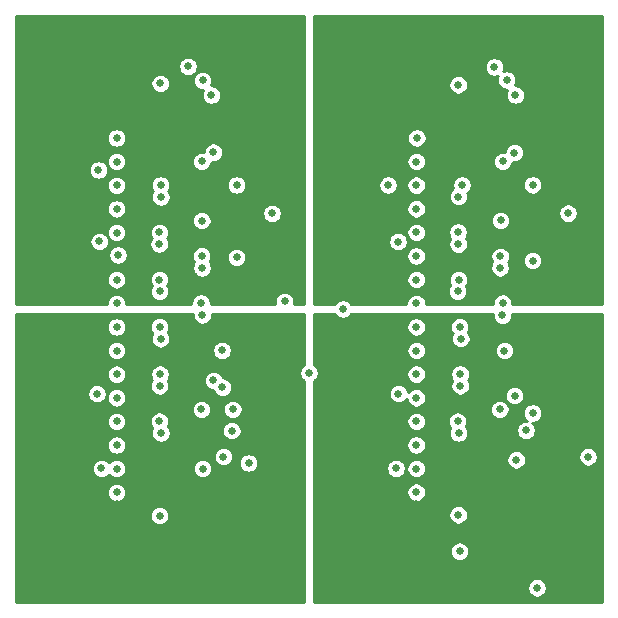
<source format=gbr>
%TF.GenerationSoftware,KiCad,Pcbnew,5.1.9-73d0e3b20d~88~ubuntu20.04.1*%
%TF.CreationDate,2021-03-01T10:08:49-05:00*%
%TF.ProjectId,SiPM_Board,5369504d-5f42-46f6-9172-642e6b696361,rev?*%
%TF.SameCoordinates,Original*%
%TF.FileFunction,Copper,L3,Inr*%
%TF.FilePolarity,Positive*%
%FSLAX46Y46*%
G04 Gerber Fmt 4.6, Leading zero omitted, Abs format (unit mm)*
G04 Created by KiCad (PCBNEW 5.1.9-73d0e3b20d~88~ubuntu20.04.1) date 2021-03-01 10:08:49*
%MOMM*%
%LPD*%
G01*
G04 APERTURE LIST*
%TA.AperFunction,ViaPad*%
%ADD10C,0.635000*%
%TD*%
%TA.AperFunction,Conductor*%
%ADD11C,0.254000*%
%TD*%
%TA.AperFunction,Conductor*%
%ADD12C,0.100000*%
%TD*%
G04 APERTURE END LIST*
D10*
%TO.N,GND*%
X133707308Y-111522692D03*
X133707308Y-103522692D03*
X133707308Y-101522692D03*
X133707308Y-87522692D03*
X133707308Y-115522692D03*
X133707308Y-113522692D03*
X133707308Y-107522692D03*
X133707308Y-105522692D03*
X133707308Y-109522692D03*
X133827308Y-95432692D03*
X133707308Y-85522692D03*
X133707308Y-93522692D03*
X133707308Y-91522692D03*
X133707308Y-89522692D03*
X133707308Y-99522692D03*
X133707308Y-97522692D03*
X159077308Y-111512692D03*
X159077308Y-103512692D03*
X159077308Y-101512692D03*
X159077308Y-87512692D03*
X159077308Y-115512692D03*
X159077308Y-113512692D03*
X159077308Y-107512692D03*
X159077308Y-105512692D03*
X159077308Y-109512692D03*
X159077308Y-95512692D03*
X159077308Y-93512692D03*
X159077308Y-91512692D03*
X159077308Y-89512692D03*
X159077308Y-99512692D03*
X159077308Y-97512692D03*
X143870000Y-89500000D03*
X168940000Y-89490000D03*
X167540000Y-112770000D03*
X132427500Y-113492500D03*
X156700000Y-89510000D03*
X157362500Y-113492500D03*
X132167500Y-88232500D03*
X152860000Y-100000000D03*
X144880000Y-113040000D03*
X132057500Y-107172500D03*
X142670000Y-106620000D03*
X157562500Y-107172500D03*
X132240000Y-94280000D03*
X143870000Y-95620000D03*
X157540000Y-94290000D03*
X168940000Y-95900000D03*
X168940000Y-108800000D03*
X159127308Y-85512692D03*
X150000000Y-105400000D03*
X147935320Y-99344680D03*
%TO.N,/BIAS1*%
X133762700Y-83502700D03*
X142170000Y-95100000D03*
X127570000Y-79500000D03*
X126400000Y-84610000D03*
X132600000Y-90800000D03*
X126400000Y-96980000D03*
X131640000Y-98100000D03*
X144992500Y-86507500D03*
X138800000Y-80870000D03*
X132600000Y-80550000D03*
X129852500Y-92827500D03*
X145142500Y-92827500D03*
X127420000Y-91900000D03*
X129970000Y-86520000D03*
X131855000Y-84955000D03*
X139990000Y-76400000D03*
X146090000Y-76400000D03*
X145000000Y-83680000D03*
X146080000Y-95000000D03*
X146120000Y-88800000D03*
X141210000Y-89220000D03*
%TO.N,/BIAS2*%
X133757366Y-116502634D03*
X131470000Y-123600000D03*
X140110000Y-120500000D03*
X138800000Y-117340000D03*
X126400000Y-112350000D03*
X129382500Y-111767500D03*
X132600000Y-109880000D03*
X141060000Y-106710000D03*
X141020000Y-101900000D03*
X132600000Y-118350000D03*
X146030000Y-120500000D03*
X146440000Y-114300000D03*
X144877500Y-111767500D03*
X130042500Y-105447500D03*
X145670000Y-105450000D03*
X145930000Y-109030000D03*
X127460000Y-117400000D03*
X126400000Y-122580000D03*
X126400000Y-103930000D03*
X132600000Y-103870000D03*
X146070000Y-101900000D03*
%TO.N,Net-(J1-Pad63)*%
X137360000Y-117500000D03*
%TO.N,Net-(J1-Pad61)*%
X140990000Y-113510000D03*
%TO.N,Net-(J1-Pad59)*%
X142747358Y-112502642D03*
%TO.N,Net-(J1-Pad57)*%
X143467356Y-110300000D03*
%TO.N,Net-(J1-Pad55)*%
X137460000Y-110500000D03*
%TO.N,Net-(J1-Pad53)*%
X137330000Y-109500000D03*
%TO.N,Net-(J1-Pad51)*%
X140880000Y-108500000D03*
%TO.N,Net-(J1-Pad49)*%
X143550000Y-108490000D03*
%TO.N,Net-(J1-Pad47)*%
X137360000Y-106510000D03*
%TO.N,Net-(J1-Pad45)*%
X137390000Y-105520000D03*
%TO.N,Net-(J1-Pad43)*%
X141900000Y-106050000D03*
%TO.N,Net-(J1-Pad41)*%
X142640000Y-103500000D03*
%TO.N,Net-(J1-Pad39)*%
X137440000Y-102520000D03*
%TO.N,Net-(J1-Pad37)*%
X137350000Y-101510000D03*
%TO.N,Net-(J1-Pad35)*%
X140970000Y-100500000D03*
%TO.N,Net-(J1-Pad33)*%
X140860000Y-99480000D03*
%TO.N,Net-(J1-Pad31)*%
X137360000Y-98500000D03*
%TO.N,Net-(J1-Pad29)*%
X137340000Y-97510000D03*
%TO.N,Net-(J1-Pad27)*%
X140950000Y-96520000D03*
%TO.N,Net-(J1-Pad25)*%
X140920000Y-95500000D03*
%TO.N,Net-(J1-Pad23)*%
X137320000Y-94500000D03*
%TO.N,Net-(J1-Pad21)*%
X137340000Y-93510000D03*
%TO.N,Net-(J1-Pad19)*%
X140930000Y-92510000D03*
%TO.N,Net-(J1-Pad17)*%
X146870000Y-91900000D03*
%TO.N,Net-(J1-Pad15)*%
X137450000Y-90520000D03*
%TO.N,Net-(J1-Pad13)*%
X137430000Y-89490000D03*
%TO.N,Net-(J1-Pad11)*%
X141900000Y-86720000D03*
%TO.N,Net-(J1-Pad9)*%
X140930000Y-87510000D03*
%TO.N,Net-(J1-Pad7)*%
X137400000Y-80900000D03*
%TO.N,Net-(J1-Pad5)*%
X141730000Y-81890000D03*
%TO.N,Net-(J1-Pad3)*%
X141000000Y-80650000D03*
%TO.N,Net-(J1-Pad1)*%
X139760000Y-79450000D03*
%TO.N,Net-(J2-Pad63)*%
X162630000Y-117420000D03*
%TO.N,Net-(J2-Pad61)*%
X162750000Y-120500000D03*
%TO.N,Net-(J2-Pad59)*%
X169300000Y-123600000D03*
%TO.N,Net-(J2-Pad57)*%
X168380000Y-110280000D03*
%TO.N,Net-(J2-Pad55)*%
X162670000Y-110500000D03*
%TO.N,Net-(J2-Pad53)*%
X162580000Y-109500000D03*
%TO.N,Net-(J2-Pad51)*%
X166157350Y-108502650D03*
%TO.N,Net-(J2-Pad49)*%
X173630000Y-112510000D03*
%TO.N,Net-(J2-Pad47)*%
X162807346Y-106502654D03*
%TO.N,Net-(J2-Pad45)*%
X162797344Y-105502656D03*
%TO.N,Net-(J2-Pad43)*%
X167409603Y-107339603D03*
%TO.N,Net-(J2-Pad41)*%
X166550000Y-103520000D03*
%TO.N,Net-(J2-Pad39)*%
X162852662Y-102502662D03*
%TO.N,Net-(J2-Pad37)*%
X162762664Y-101502664D03*
%TO.N,Net-(J2-Pad35)*%
X166380000Y-100530000D03*
%TO.N,Net-(J2-Pad33)*%
X166400000Y-99500000D03*
%TO.N,Net-(J2-Pad31)*%
X162580000Y-98500000D03*
%TO.N,Net-(J2-Pad29)*%
X162660000Y-97530000D03*
%TO.N,Net-(J2-Pad27)*%
X166180000Y-96510000D03*
%TO.N,Net-(J2-Pad25)*%
X166190000Y-95536064D03*
%TO.N,Net-(J2-Pad23)*%
X162630000Y-94510000D03*
%TO.N,Net-(J2-Pad21)*%
X162620000Y-93480000D03*
%TO.N,Net-(J2-Pad19)*%
X166230000Y-92500000D03*
%TO.N,Net-(J2-Pad17)*%
X171930000Y-91890000D03*
%TO.N,Net-(J2-Pad15)*%
X162645789Y-90474211D03*
%TO.N,Net-(J2-Pad13)*%
X162952688Y-89502688D03*
%TO.N,Net-(J2-Pad11)*%
X167390000Y-86750000D03*
%TO.N,Net-(J2-Pad9)*%
X166407308Y-87502692D03*
%TO.N,Net-(J2-Pad7)*%
X162630000Y-81020000D03*
%TO.N,Net-(J2-Pad5)*%
X167480000Y-81890000D03*
%TO.N,Net-(J2-Pad3)*%
X166730000Y-80600000D03*
%TO.N,Net-(J2-Pad1)*%
X165690000Y-79510000D03*
%TO.N,/BIAS3*%
X159078000Y-83502700D03*
X151900000Y-96900000D03*
X156980000Y-98100000D03*
X153020000Y-91900000D03*
X158100000Y-90820000D03*
X151900000Y-84510000D03*
X166500000Y-89350000D03*
X170382500Y-86507500D03*
X154527500Y-86507500D03*
X164300000Y-80940000D03*
X158100000Y-80790000D03*
X155117500Y-92827500D03*
X170012500Y-92827500D03*
X153020000Y-79500000D03*
X165400000Y-76400000D03*
X171650000Y-76400000D03*
X170500000Y-83680000D03*
X171580000Y-88800000D03*
X171530000Y-95000000D03*
X166881243Y-94871243D03*
X157520000Y-84840000D03*
%TO.N,/BIAS4*%
X159078000Y-116502634D03*
X156910000Y-123600000D03*
X151900000Y-122430000D03*
X153190000Y-117400000D03*
X154812500Y-111767500D03*
X151900000Y-109860000D03*
X166280000Y-101900000D03*
X170500000Y-102980000D03*
X166400000Y-106640000D03*
X170500000Y-107070000D03*
X170500000Y-115470000D03*
X170500000Y-119440000D03*
X157800000Y-109910000D03*
X164300000Y-121510000D03*
X158100000Y-118410000D03*
X170130000Y-112300000D03*
X163530000Y-118470000D03*
X153010000Y-105000000D03*
X170187500Y-105447500D03*
X155122500Y-105447500D03*
X158100000Y-103900000D03*
X165140000Y-117610000D03*
%TD*%
D11*
%TO.N,/BIAS3*%
X174787000Y-99563000D02*
X167225500Y-99563000D01*
X167225500Y-99418695D01*
X167193776Y-99259211D01*
X167131548Y-99108979D01*
X167041208Y-98973775D01*
X166926225Y-98858792D01*
X166791021Y-98768452D01*
X166640789Y-98706224D01*
X166481305Y-98674500D01*
X166318695Y-98674500D01*
X166159211Y-98706224D01*
X166008979Y-98768452D01*
X165873775Y-98858792D01*
X165758792Y-98973775D01*
X165668452Y-99108979D01*
X165606224Y-99259211D01*
X165574500Y-99418695D01*
X165574500Y-99563000D01*
X159902808Y-99563000D01*
X159902808Y-99431387D01*
X159871084Y-99271903D01*
X159808856Y-99121671D01*
X159718516Y-98986467D01*
X159603533Y-98871484D01*
X159468329Y-98781144D01*
X159318097Y-98718916D01*
X159158613Y-98687192D01*
X158996003Y-98687192D01*
X158836519Y-98718916D01*
X158686287Y-98781144D01*
X158551083Y-98871484D01*
X158436100Y-98986467D01*
X158345760Y-99121671D01*
X158283532Y-99271903D01*
X158251808Y-99431387D01*
X158251808Y-99563000D01*
X153560826Y-99563000D01*
X153501208Y-99473775D01*
X153386225Y-99358792D01*
X153251021Y-99268452D01*
X153100789Y-99206224D01*
X152941305Y-99174500D01*
X152778695Y-99174500D01*
X152619211Y-99206224D01*
X152468979Y-99268452D01*
X152333775Y-99358792D01*
X152218792Y-99473775D01*
X152159174Y-99563000D01*
X150437000Y-99563000D01*
X150437000Y-98418695D01*
X161754500Y-98418695D01*
X161754500Y-98581305D01*
X161786224Y-98740789D01*
X161848452Y-98891021D01*
X161938792Y-99026225D01*
X162053775Y-99141208D01*
X162188979Y-99231548D01*
X162339211Y-99293776D01*
X162498695Y-99325500D01*
X162661305Y-99325500D01*
X162820789Y-99293776D01*
X162971021Y-99231548D01*
X163106225Y-99141208D01*
X163221208Y-99026225D01*
X163311548Y-98891021D01*
X163373776Y-98740789D01*
X163405500Y-98581305D01*
X163405500Y-98418695D01*
X163373776Y-98259211D01*
X163311548Y-98108979D01*
X163286276Y-98071157D01*
X163301208Y-98056225D01*
X163391548Y-97921021D01*
X163453776Y-97770789D01*
X163485500Y-97611305D01*
X163485500Y-97448695D01*
X163453776Y-97289211D01*
X163391548Y-97138979D01*
X163301208Y-97003775D01*
X163186225Y-96888792D01*
X163051021Y-96798452D01*
X162900789Y-96736224D01*
X162741305Y-96704500D01*
X162578695Y-96704500D01*
X162419211Y-96736224D01*
X162268979Y-96798452D01*
X162133775Y-96888792D01*
X162018792Y-97003775D01*
X161928452Y-97138979D01*
X161866224Y-97289211D01*
X161834500Y-97448695D01*
X161834500Y-97611305D01*
X161866224Y-97770789D01*
X161928452Y-97921021D01*
X161953724Y-97958843D01*
X161938792Y-97973775D01*
X161848452Y-98108979D01*
X161786224Y-98259211D01*
X161754500Y-98418695D01*
X150437000Y-98418695D01*
X150437000Y-97431387D01*
X158251808Y-97431387D01*
X158251808Y-97593997D01*
X158283532Y-97753481D01*
X158345760Y-97903713D01*
X158436100Y-98038917D01*
X158551083Y-98153900D01*
X158686287Y-98244240D01*
X158836519Y-98306468D01*
X158996003Y-98338192D01*
X159158613Y-98338192D01*
X159318097Y-98306468D01*
X159468329Y-98244240D01*
X159603533Y-98153900D01*
X159718516Y-98038917D01*
X159808856Y-97903713D01*
X159871084Y-97753481D01*
X159902808Y-97593997D01*
X159902808Y-97431387D01*
X159871084Y-97271903D01*
X159808856Y-97121671D01*
X159718516Y-96986467D01*
X159603533Y-96871484D01*
X159468329Y-96781144D01*
X159318097Y-96718916D01*
X159158613Y-96687192D01*
X158996003Y-96687192D01*
X158836519Y-96718916D01*
X158686287Y-96781144D01*
X158551083Y-96871484D01*
X158436100Y-96986467D01*
X158345760Y-97121671D01*
X158283532Y-97271903D01*
X158251808Y-97431387D01*
X150437000Y-97431387D01*
X150437000Y-96428695D01*
X165354500Y-96428695D01*
X165354500Y-96591305D01*
X165386224Y-96750789D01*
X165448452Y-96901021D01*
X165538792Y-97036225D01*
X165653775Y-97151208D01*
X165788979Y-97241548D01*
X165939211Y-97303776D01*
X166098695Y-97335500D01*
X166261305Y-97335500D01*
X166420789Y-97303776D01*
X166571021Y-97241548D01*
X166706225Y-97151208D01*
X166821208Y-97036225D01*
X166911548Y-96901021D01*
X166973776Y-96750789D01*
X167005500Y-96591305D01*
X167005500Y-96428695D01*
X166973776Y-96269211D01*
X166911548Y-96118979D01*
X166852439Y-96030515D01*
X166921548Y-95927085D01*
X166966444Y-95818695D01*
X168114500Y-95818695D01*
X168114500Y-95981305D01*
X168146224Y-96140789D01*
X168208452Y-96291021D01*
X168298792Y-96426225D01*
X168413775Y-96541208D01*
X168548979Y-96631548D01*
X168699211Y-96693776D01*
X168858695Y-96725500D01*
X169021305Y-96725500D01*
X169180789Y-96693776D01*
X169331021Y-96631548D01*
X169466225Y-96541208D01*
X169581208Y-96426225D01*
X169671548Y-96291021D01*
X169733776Y-96140789D01*
X169765500Y-95981305D01*
X169765500Y-95818695D01*
X169733776Y-95659211D01*
X169671548Y-95508979D01*
X169581208Y-95373775D01*
X169466225Y-95258792D01*
X169331021Y-95168452D01*
X169180789Y-95106224D01*
X169021305Y-95074500D01*
X168858695Y-95074500D01*
X168699211Y-95106224D01*
X168548979Y-95168452D01*
X168413775Y-95258792D01*
X168298792Y-95373775D01*
X168208452Y-95508979D01*
X168146224Y-95659211D01*
X168114500Y-95818695D01*
X166966444Y-95818695D01*
X166983776Y-95776853D01*
X167015500Y-95617369D01*
X167015500Y-95454759D01*
X166983776Y-95295275D01*
X166921548Y-95145043D01*
X166831208Y-95009839D01*
X166716225Y-94894856D01*
X166581021Y-94804516D01*
X166430789Y-94742288D01*
X166271305Y-94710564D01*
X166108695Y-94710564D01*
X165949211Y-94742288D01*
X165798979Y-94804516D01*
X165663775Y-94894856D01*
X165548792Y-95009839D01*
X165458452Y-95145043D01*
X165396224Y-95295275D01*
X165364500Y-95454759D01*
X165364500Y-95617369D01*
X165396224Y-95776853D01*
X165458452Y-95927085D01*
X165517561Y-96015549D01*
X165448452Y-96118979D01*
X165386224Y-96269211D01*
X165354500Y-96428695D01*
X150437000Y-96428695D01*
X150437000Y-95431387D01*
X158251808Y-95431387D01*
X158251808Y-95593997D01*
X158283532Y-95753481D01*
X158345760Y-95903713D01*
X158436100Y-96038917D01*
X158551083Y-96153900D01*
X158686287Y-96244240D01*
X158836519Y-96306468D01*
X158996003Y-96338192D01*
X159158613Y-96338192D01*
X159318097Y-96306468D01*
X159468329Y-96244240D01*
X159603533Y-96153900D01*
X159718516Y-96038917D01*
X159808856Y-95903713D01*
X159871084Y-95753481D01*
X159902808Y-95593997D01*
X159902808Y-95431387D01*
X159871084Y-95271903D01*
X159808856Y-95121671D01*
X159718516Y-94986467D01*
X159603533Y-94871484D01*
X159468329Y-94781144D01*
X159318097Y-94718916D01*
X159158613Y-94687192D01*
X158996003Y-94687192D01*
X158836519Y-94718916D01*
X158686287Y-94781144D01*
X158551083Y-94871484D01*
X158436100Y-94986467D01*
X158345760Y-95121671D01*
X158283532Y-95271903D01*
X158251808Y-95431387D01*
X150437000Y-95431387D01*
X150437000Y-94208695D01*
X156714500Y-94208695D01*
X156714500Y-94371305D01*
X156746224Y-94530789D01*
X156808452Y-94681021D01*
X156898792Y-94816225D01*
X157013775Y-94931208D01*
X157148979Y-95021548D01*
X157299211Y-95083776D01*
X157458695Y-95115500D01*
X157621305Y-95115500D01*
X157780789Y-95083776D01*
X157931021Y-95021548D01*
X158066225Y-94931208D01*
X158181208Y-94816225D01*
X158271548Y-94681021D01*
X158333776Y-94530789D01*
X158365500Y-94371305D01*
X158365500Y-94208695D01*
X158333776Y-94049211D01*
X158271548Y-93898979D01*
X158181208Y-93763775D01*
X158066225Y-93648792D01*
X157931021Y-93558452D01*
X157780789Y-93496224D01*
X157621305Y-93464500D01*
X157458695Y-93464500D01*
X157299211Y-93496224D01*
X157148979Y-93558452D01*
X157013775Y-93648792D01*
X156898792Y-93763775D01*
X156808452Y-93898979D01*
X156746224Y-94049211D01*
X156714500Y-94208695D01*
X150437000Y-94208695D01*
X150437000Y-93431387D01*
X158251808Y-93431387D01*
X158251808Y-93593997D01*
X158283532Y-93753481D01*
X158345760Y-93903713D01*
X158436100Y-94038917D01*
X158551083Y-94153900D01*
X158686287Y-94244240D01*
X158836519Y-94306468D01*
X158996003Y-94338192D01*
X159158613Y-94338192D01*
X159318097Y-94306468D01*
X159468329Y-94244240D01*
X159603533Y-94153900D01*
X159718516Y-94038917D01*
X159808856Y-93903713D01*
X159871084Y-93753481D01*
X159902808Y-93593997D01*
X159902808Y-93431387D01*
X159896306Y-93398695D01*
X161794500Y-93398695D01*
X161794500Y-93561305D01*
X161826224Y-93720789D01*
X161888452Y-93871021D01*
X161976292Y-94002483D01*
X161898452Y-94118979D01*
X161836224Y-94269211D01*
X161804500Y-94428695D01*
X161804500Y-94591305D01*
X161836224Y-94750789D01*
X161898452Y-94901021D01*
X161988792Y-95036225D01*
X162103775Y-95151208D01*
X162238979Y-95241548D01*
X162389211Y-95303776D01*
X162548695Y-95335500D01*
X162711305Y-95335500D01*
X162870789Y-95303776D01*
X163021021Y-95241548D01*
X163156225Y-95151208D01*
X163271208Y-95036225D01*
X163361548Y-94901021D01*
X163423776Y-94750789D01*
X163455500Y-94591305D01*
X163455500Y-94428695D01*
X163423776Y-94269211D01*
X163361548Y-94118979D01*
X163273708Y-93987517D01*
X163351548Y-93871021D01*
X163413776Y-93720789D01*
X163445500Y-93561305D01*
X163445500Y-93398695D01*
X163413776Y-93239211D01*
X163351548Y-93088979D01*
X163261208Y-92953775D01*
X163146225Y-92838792D01*
X163011021Y-92748452D01*
X162860789Y-92686224D01*
X162701305Y-92654500D01*
X162538695Y-92654500D01*
X162379211Y-92686224D01*
X162228979Y-92748452D01*
X162093775Y-92838792D01*
X161978792Y-92953775D01*
X161888452Y-93088979D01*
X161826224Y-93239211D01*
X161794500Y-93398695D01*
X159896306Y-93398695D01*
X159871084Y-93271903D01*
X159808856Y-93121671D01*
X159718516Y-92986467D01*
X159603533Y-92871484D01*
X159468329Y-92781144D01*
X159318097Y-92718916D01*
X159158613Y-92687192D01*
X158996003Y-92687192D01*
X158836519Y-92718916D01*
X158686287Y-92781144D01*
X158551083Y-92871484D01*
X158436100Y-92986467D01*
X158345760Y-93121671D01*
X158283532Y-93271903D01*
X158251808Y-93431387D01*
X150437000Y-93431387D01*
X150437000Y-92418695D01*
X165404500Y-92418695D01*
X165404500Y-92581305D01*
X165436224Y-92740789D01*
X165498452Y-92891021D01*
X165588792Y-93026225D01*
X165703775Y-93141208D01*
X165838979Y-93231548D01*
X165989211Y-93293776D01*
X166148695Y-93325500D01*
X166311305Y-93325500D01*
X166470789Y-93293776D01*
X166621021Y-93231548D01*
X166756225Y-93141208D01*
X166871208Y-93026225D01*
X166961548Y-92891021D01*
X167023776Y-92740789D01*
X167055500Y-92581305D01*
X167055500Y-92418695D01*
X167023776Y-92259211D01*
X166961548Y-92108979D01*
X166871208Y-91973775D01*
X166756225Y-91858792D01*
X166681250Y-91808695D01*
X171104500Y-91808695D01*
X171104500Y-91971305D01*
X171136224Y-92130789D01*
X171198452Y-92281021D01*
X171288792Y-92416225D01*
X171403775Y-92531208D01*
X171538979Y-92621548D01*
X171689211Y-92683776D01*
X171848695Y-92715500D01*
X172011305Y-92715500D01*
X172170789Y-92683776D01*
X172321021Y-92621548D01*
X172456225Y-92531208D01*
X172571208Y-92416225D01*
X172661548Y-92281021D01*
X172723776Y-92130789D01*
X172755500Y-91971305D01*
X172755500Y-91808695D01*
X172723776Y-91649211D01*
X172661548Y-91498979D01*
X172571208Y-91363775D01*
X172456225Y-91248792D01*
X172321021Y-91158452D01*
X172170789Y-91096224D01*
X172011305Y-91064500D01*
X171848695Y-91064500D01*
X171689211Y-91096224D01*
X171538979Y-91158452D01*
X171403775Y-91248792D01*
X171288792Y-91363775D01*
X171198452Y-91498979D01*
X171136224Y-91649211D01*
X171104500Y-91808695D01*
X166681250Y-91808695D01*
X166621021Y-91768452D01*
X166470789Y-91706224D01*
X166311305Y-91674500D01*
X166148695Y-91674500D01*
X165989211Y-91706224D01*
X165838979Y-91768452D01*
X165703775Y-91858792D01*
X165588792Y-91973775D01*
X165498452Y-92108979D01*
X165436224Y-92259211D01*
X165404500Y-92418695D01*
X150437000Y-92418695D01*
X150437000Y-91431387D01*
X158251808Y-91431387D01*
X158251808Y-91593997D01*
X158283532Y-91753481D01*
X158345760Y-91903713D01*
X158436100Y-92038917D01*
X158551083Y-92153900D01*
X158686287Y-92244240D01*
X158836519Y-92306468D01*
X158996003Y-92338192D01*
X159158613Y-92338192D01*
X159318097Y-92306468D01*
X159468329Y-92244240D01*
X159603533Y-92153900D01*
X159718516Y-92038917D01*
X159808856Y-91903713D01*
X159871084Y-91753481D01*
X159902808Y-91593997D01*
X159902808Y-91431387D01*
X159871084Y-91271903D01*
X159808856Y-91121671D01*
X159718516Y-90986467D01*
X159603533Y-90871484D01*
X159468329Y-90781144D01*
X159318097Y-90718916D01*
X159158613Y-90687192D01*
X158996003Y-90687192D01*
X158836519Y-90718916D01*
X158686287Y-90781144D01*
X158551083Y-90871484D01*
X158436100Y-90986467D01*
X158345760Y-91121671D01*
X158283532Y-91271903D01*
X158251808Y-91431387D01*
X150437000Y-91431387D01*
X150437000Y-90392906D01*
X161820289Y-90392906D01*
X161820289Y-90555516D01*
X161852013Y-90715000D01*
X161914241Y-90865232D01*
X162004581Y-91000436D01*
X162119564Y-91115419D01*
X162254768Y-91205759D01*
X162405000Y-91267987D01*
X162564484Y-91299711D01*
X162727094Y-91299711D01*
X162886578Y-91267987D01*
X163036810Y-91205759D01*
X163172014Y-91115419D01*
X163286997Y-91000436D01*
X163377337Y-90865232D01*
X163439565Y-90715000D01*
X163471289Y-90555516D01*
X163471289Y-90392906D01*
X163439565Y-90233422D01*
X163419050Y-90183895D01*
X163478913Y-90143896D01*
X163593896Y-90028913D01*
X163684236Y-89893709D01*
X163746464Y-89743477D01*
X163778188Y-89583993D01*
X163778188Y-89421383D01*
X163775665Y-89408695D01*
X168114500Y-89408695D01*
X168114500Y-89571305D01*
X168146224Y-89730789D01*
X168208452Y-89881021D01*
X168298792Y-90016225D01*
X168413775Y-90131208D01*
X168548979Y-90221548D01*
X168699211Y-90283776D01*
X168858695Y-90315500D01*
X169021305Y-90315500D01*
X169180789Y-90283776D01*
X169331021Y-90221548D01*
X169466225Y-90131208D01*
X169581208Y-90016225D01*
X169671548Y-89881021D01*
X169733776Y-89730789D01*
X169765500Y-89571305D01*
X169765500Y-89408695D01*
X169733776Y-89249211D01*
X169671548Y-89098979D01*
X169581208Y-88963775D01*
X169466225Y-88848792D01*
X169331021Y-88758452D01*
X169180789Y-88696224D01*
X169021305Y-88664500D01*
X168858695Y-88664500D01*
X168699211Y-88696224D01*
X168548979Y-88758452D01*
X168413775Y-88848792D01*
X168298792Y-88963775D01*
X168208452Y-89098979D01*
X168146224Y-89249211D01*
X168114500Y-89408695D01*
X163775665Y-89408695D01*
X163746464Y-89261899D01*
X163684236Y-89111667D01*
X163593896Y-88976463D01*
X163478913Y-88861480D01*
X163343709Y-88771140D01*
X163193477Y-88708912D01*
X163033993Y-88677188D01*
X162871383Y-88677188D01*
X162711899Y-88708912D01*
X162561667Y-88771140D01*
X162426463Y-88861480D01*
X162311480Y-88976463D01*
X162221140Y-89111667D01*
X162158912Y-89261899D01*
X162127188Y-89421383D01*
X162127188Y-89583993D01*
X162158912Y-89743477D01*
X162179427Y-89793004D01*
X162119564Y-89833003D01*
X162004581Y-89947986D01*
X161914241Y-90083190D01*
X161852013Y-90233422D01*
X161820289Y-90392906D01*
X150437000Y-90392906D01*
X150437000Y-89428695D01*
X155874500Y-89428695D01*
X155874500Y-89591305D01*
X155906224Y-89750789D01*
X155968452Y-89901021D01*
X156058792Y-90036225D01*
X156173775Y-90151208D01*
X156308979Y-90241548D01*
X156459211Y-90303776D01*
X156618695Y-90335500D01*
X156781305Y-90335500D01*
X156940789Y-90303776D01*
X157091021Y-90241548D01*
X157226225Y-90151208D01*
X157341208Y-90036225D01*
X157431548Y-89901021D01*
X157493776Y-89750789D01*
X157525500Y-89591305D01*
X157525500Y-89431387D01*
X158251808Y-89431387D01*
X158251808Y-89593997D01*
X158283532Y-89753481D01*
X158345760Y-89903713D01*
X158436100Y-90038917D01*
X158551083Y-90153900D01*
X158686287Y-90244240D01*
X158836519Y-90306468D01*
X158996003Y-90338192D01*
X159158613Y-90338192D01*
X159318097Y-90306468D01*
X159468329Y-90244240D01*
X159603533Y-90153900D01*
X159718516Y-90038917D01*
X159808856Y-89903713D01*
X159871084Y-89753481D01*
X159902808Y-89593997D01*
X159902808Y-89431387D01*
X159871084Y-89271903D01*
X159808856Y-89121671D01*
X159718516Y-88986467D01*
X159603533Y-88871484D01*
X159468329Y-88781144D01*
X159318097Y-88718916D01*
X159158613Y-88687192D01*
X158996003Y-88687192D01*
X158836519Y-88718916D01*
X158686287Y-88781144D01*
X158551083Y-88871484D01*
X158436100Y-88986467D01*
X158345760Y-89121671D01*
X158283532Y-89271903D01*
X158251808Y-89431387D01*
X157525500Y-89431387D01*
X157525500Y-89428695D01*
X157493776Y-89269211D01*
X157431548Y-89118979D01*
X157341208Y-88983775D01*
X157226225Y-88868792D01*
X157091021Y-88778452D01*
X156940789Y-88716224D01*
X156781305Y-88684500D01*
X156618695Y-88684500D01*
X156459211Y-88716224D01*
X156308979Y-88778452D01*
X156173775Y-88868792D01*
X156058792Y-88983775D01*
X155968452Y-89118979D01*
X155906224Y-89269211D01*
X155874500Y-89428695D01*
X150437000Y-89428695D01*
X150437000Y-87431387D01*
X158251808Y-87431387D01*
X158251808Y-87593997D01*
X158283532Y-87753481D01*
X158345760Y-87903713D01*
X158436100Y-88038917D01*
X158551083Y-88153900D01*
X158686287Y-88244240D01*
X158836519Y-88306468D01*
X158996003Y-88338192D01*
X159158613Y-88338192D01*
X159318097Y-88306468D01*
X159468329Y-88244240D01*
X159603533Y-88153900D01*
X159718516Y-88038917D01*
X159808856Y-87903713D01*
X159871084Y-87753481D01*
X159902808Y-87593997D01*
X159902808Y-87431387D01*
X159900819Y-87421387D01*
X165581808Y-87421387D01*
X165581808Y-87583997D01*
X165613532Y-87743481D01*
X165675760Y-87893713D01*
X165766100Y-88028917D01*
X165881083Y-88143900D01*
X166016287Y-88234240D01*
X166166519Y-88296468D01*
X166326003Y-88328192D01*
X166488613Y-88328192D01*
X166648097Y-88296468D01*
X166798329Y-88234240D01*
X166933533Y-88143900D01*
X167048516Y-88028917D01*
X167138856Y-87893713D01*
X167201084Y-87743481D01*
X167232808Y-87583997D01*
X167232808Y-87560405D01*
X167308695Y-87575500D01*
X167471305Y-87575500D01*
X167630789Y-87543776D01*
X167781021Y-87481548D01*
X167916225Y-87391208D01*
X168031208Y-87276225D01*
X168121548Y-87141021D01*
X168183776Y-86990789D01*
X168215500Y-86831305D01*
X168215500Y-86668695D01*
X168183776Y-86509211D01*
X168121548Y-86358979D01*
X168031208Y-86223775D01*
X167916225Y-86108792D01*
X167781021Y-86018452D01*
X167630789Y-85956224D01*
X167471305Y-85924500D01*
X167308695Y-85924500D01*
X167149211Y-85956224D01*
X166998979Y-86018452D01*
X166863775Y-86108792D01*
X166748792Y-86223775D01*
X166658452Y-86358979D01*
X166596224Y-86509211D01*
X166564500Y-86668695D01*
X166564500Y-86692287D01*
X166488613Y-86677192D01*
X166326003Y-86677192D01*
X166166519Y-86708916D01*
X166016287Y-86771144D01*
X165881083Y-86861484D01*
X165766100Y-86976467D01*
X165675760Y-87111671D01*
X165613532Y-87261903D01*
X165581808Y-87421387D01*
X159900819Y-87421387D01*
X159871084Y-87271903D01*
X159808856Y-87121671D01*
X159718516Y-86986467D01*
X159603533Y-86871484D01*
X159468329Y-86781144D01*
X159318097Y-86718916D01*
X159158613Y-86687192D01*
X158996003Y-86687192D01*
X158836519Y-86718916D01*
X158686287Y-86781144D01*
X158551083Y-86871484D01*
X158436100Y-86986467D01*
X158345760Y-87121671D01*
X158283532Y-87271903D01*
X158251808Y-87431387D01*
X150437000Y-87431387D01*
X150437000Y-85431387D01*
X158301808Y-85431387D01*
X158301808Y-85593997D01*
X158333532Y-85753481D01*
X158395760Y-85903713D01*
X158486100Y-86038917D01*
X158601083Y-86153900D01*
X158736287Y-86244240D01*
X158886519Y-86306468D01*
X159046003Y-86338192D01*
X159208613Y-86338192D01*
X159368097Y-86306468D01*
X159518329Y-86244240D01*
X159653533Y-86153900D01*
X159768516Y-86038917D01*
X159858856Y-85903713D01*
X159921084Y-85753481D01*
X159952808Y-85593997D01*
X159952808Y-85431387D01*
X159921084Y-85271903D01*
X159858856Y-85121671D01*
X159768516Y-84986467D01*
X159653533Y-84871484D01*
X159518329Y-84781144D01*
X159368097Y-84718916D01*
X159208613Y-84687192D01*
X159046003Y-84687192D01*
X158886519Y-84718916D01*
X158736287Y-84781144D01*
X158601083Y-84871484D01*
X158486100Y-84986467D01*
X158395760Y-85121671D01*
X158333532Y-85271903D01*
X158301808Y-85431387D01*
X150437000Y-85431387D01*
X150437000Y-80938695D01*
X161804500Y-80938695D01*
X161804500Y-81101305D01*
X161836224Y-81260789D01*
X161898452Y-81411021D01*
X161988792Y-81546225D01*
X162103775Y-81661208D01*
X162238979Y-81751548D01*
X162389211Y-81813776D01*
X162548695Y-81845500D01*
X162711305Y-81845500D01*
X162870789Y-81813776D01*
X163021021Y-81751548D01*
X163156225Y-81661208D01*
X163271208Y-81546225D01*
X163361548Y-81411021D01*
X163423776Y-81260789D01*
X163455500Y-81101305D01*
X163455500Y-80938695D01*
X163423776Y-80779211D01*
X163361548Y-80628979D01*
X163271208Y-80493775D01*
X163156225Y-80378792D01*
X163021021Y-80288452D01*
X162870789Y-80226224D01*
X162711305Y-80194500D01*
X162548695Y-80194500D01*
X162389211Y-80226224D01*
X162238979Y-80288452D01*
X162103775Y-80378792D01*
X161988792Y-80493775D01*
X161898452Y-80628979D01*
X161836224Y-80779211D01*
X161804500Y-80938695D01*
X150437000Y-80938695D01*
X150437000Y-79428695D01*
X164864500Y-79428695D01*
X164864500Y-79591305D01*
X164896224Y-79750789D01*
X164958452Y-79901021D01*
X165048792Y-80036225D01*
X165163775Y-80151208D01*
X165298979Y-80241548D01*
X165449211Y-80303776D01*
X165608695Y-80335500D01*
X165771305Y-80335500D01*
X165930789Y-80303776D01*
X165965067Y-80289578D01*
X165936224Y-80359211D01*
X165904500Y-80518695D01*
X165904500Y-80681305D01*
X165936224Y-80840789D01*
X165998452Y-80991021D01*
X166088792Y-81126225D01*
X166203775Y-81241208D01*
X166338979Y-81331548D01*
X166489211Y-81393776D01*
X166648695Y-81425500D01*
X166797549Y-81425500D01*
X166748452Y-81498979D01*
X166686224Y-81649211D01*
X166654500Y-81808695D01*
X166654500Y-81971305D01*
X166686224Y-82130789D01*
X166748452Y-82281021D01*
X166838792Y-82416225D01*
X166953775Y-82531208D01*
X167088979Y-82621548D01*
X167239211Y-82683776D01*
X167398695Y-82715500D01*
X167561305Y-82715500D01*
X167720789Y-82683776D01*
X167871021Y-82621548D01*
X168006225Y-82531208D01*
X168121208Y-82416225D01*
X168211548Y-82281021D01*
X168273776Y-82130789D01*
X168305500Y-81971305D01*
X168305500Y-81808695D01*
X168273776Y-81649211D01*
X168211548Y-81498979D01*
X168121208Y-81363775D01*
X168006225Y-81248792D01*
X167871021Y-81158452D01*
X167720789Y-81096224D01*
X167561305Y-81064500D01*
X167412451Y-81064500D01*
X167461548Y-80991021D01*
X167523776Y-80840789D01*
X167555500Y-80681305D01*
X167555500Y-80518695D01*
X167523776Y-80359211D01*
X167461548Y-80208979D01*
X167371208Y-80073775D01*
X167256225Y-79958792D01*
X167121021Y-79868452D01*
X166970789Y-79806224D01*
X166811305Y-79774500D01*
X166648695Y-79774500D01*
X166489211Y-79806224D01*
X166454933Y-79820422D01*
X166483776Y-79750789D01*
X166515500Y-79591305D01*
X166515500Y-79428695D01*
X166483776Y-79269211D01*
X166421548Y-79118979D01*
X166331208Y-78983775D01*
X166216225Y-78868792D01*
X166081021Y-78778452D01*
X165930789Y-78716224D01*
X165771305Y-78684500D01*
X165608695Y-78684500D01*
X165449211Y-78716224D01*
X165298979Y-78778452D01*
X165163775Y-78868792D01*
X165048792Y-78983775D01*
X164958452Y-79118979D01*
X164896224Y-79269211D01*
X164864500Y-79428695D01*
X150437000Y-79428695D01*
X150437000Y-75213000D01*
X174787000Y-75213000D01*
X174787000Y-99563000D01*
%TA.AperFunction,Conductor*%
D12*
G36*
X174787000Y-99563000D02*
G01*
X167225500Y-99563000D01*
X167225500Y-99418695D01*
X167193776Y-99259211D01*
X167131548Y-99108979D01*
X167041208Y-98973775D01*
X166926225Y-98858792D01*
X166791021Y-98768452D01*
X166640789Y-98706224D01*
X166481305Y-98674500D01*
X166318695Y-98674500D01*
X166159211Y-98706224D01*
X166008979Y-98768452D01*
X165873775Y-98858792D01*
X165758792Y-98973775D01*
X165668452Y-99108979D01*
X165606224Y-99259211D01*
X165574500Y-99418695D01*
X165574500Y-99563000D01*
X159902808Y-99563000D01*
X159902808Y-99431387D01*
X159871084Y-99271903D01*
X159808856Y-99121671D01*
X159718516Y-98986467D01*
X159603533Y-98871484D01*
X159468329Y-98781144D01*
X159318097Y-98718916D01*
X159158613Y-98687192D01*
X158996003Y-98687192D01*
X158836519Y-98718916D01*
X158686287Y-98781144D01*
X158551083Y-98871484D01*
X158436100Y-98986467D01*
X158345760Y-99121671D01*
X158283532Y-99271903D01*
X158251808Y-99431387D01*
X158251808Y-99563000D01*
X153560826Y-99563000D01*
X153501208Y-99473775D01*
X153386225Y-99358792D01*
X153251021Y-99268452D01*
X153100789Y-99206224D01*
X152941305Y-99174500D01*
X152778695Y-99174500D01*
X152619211Y-99206224D01*
X152468979Y-99268452D01*
X152333775Y-99358792D01*
X152218792Y-99473775D01*
X152159174Y-99563000D01*
X150437000Y-99563000D01*
X150437000Y-98418695D01*
X161754500Y-98418695D01*
X161754500Y-98581305D01*
X161786224Y-98740789D01*
X161848452Y-98891021D01*
X161938792Y-99026225D01*
X162053775Y-99141208D01*
X162188979Y-99231548D01*
X162339211Y-99293776D01*
X162498695Y-99325500D01*
X162661305Y-99325500D01*
X162820789Y-99293776D01*
X162971021Y-99231548D01*
X163106225Y-99141208D01*
X163221208Y-99026225D01*
X163311548Y-98891021D01*
X163373776Y-98740789D01*
X163405500Y-98581305D01*
X163405500Y-98418695D01*
X163373776Y-98259211D01*
X163311548Y-98108979D01*
X163286276Y-98071157D01*
X163301208Y-98056225D01*
X163391548Y-97921021D01*
X163453776Y-97770789D01*
X163485500Y-97611305D01*
X163485500Y-97448695D01*
X163453776Y-97289211D01*
X163391548Y-97138979D01*
X163301208Y-97003775D01*
X163186225Y-96888792D01*
X163051021Y-96798452D01*
X162900789Y-96736224D01*
X162741305Y-96704500D01*
X162578695Y-96704500D01*
X162419211Y-96736224D01*
X162268979Y-96798452D01*
X162133775Y-96888792D01*
X162018792Y-97003775D01*
X161928452Y-97138979D01*
X161866224Y-97289211D01*
X161834500Y-97448695D01*
X161834500Y-97611305D01*
X161866224Y-97770789D01*
X161928452Y-97921021D01*
X161953724Y-97958843D01*
X161938792Y-97973775D01*
X161848452Y-98108979D01*
X161786224Y-98259211D01*
X161754500Y-98418695D01*
X150437000Y-98418695D01*
X150437000Y-97431387D01*
X158251808Y-97431387D01*
X158251808Y-97593997D01*
X158283532Y-97753481D01*
X158345760Y-97903713D01*
X158436100Y-98038917D01*
X158551083Y-98153900D01*
X158686287Y-98244240D01*
X158836519Y-98306468D01*
X158996003Y-98338192D01*
X159158613Y-98338192D01*
X159318097Y-98306468D01*
X159468329Y-98244240D01*
X159603533Y-98153900D01*
X159718516Y-98038917D01*
X159808856Y-97903713D01*
X159871084Y-97753481D01*
X159902808Y-97593997D01*
X159902808Y-97431387D01*
X159871084Y-97271903D01*
X159808856Y-97121671D01*
X159718516Y-96986467D01*
X159603533Y-96871484D01*
X159468329Y-96781144D01*
X159318097Y-96718916D01*
X159158613Y-96687192D01*
X158996003Y-96687192D01*
X158836519Y-96718916D01*
X158686287Y-96781144D01*
X158551083Y-96871484D01*
X158436100Y-96986467D01*
X158345760Y-97121671D01*
X158283532Y-97271903D01*
X158251808Y-97431387D01*
X150437000Y-97431387D01*
X150437000Y-96428695D01*
X165354500Y-96428695D01*
X165354500Y-96591305D01*
X165386224Y-96750789D01*
X165448452Y-96901021D01*
X165538792Y-97036225D01*
X165653775Y-97151208D01*
X165788979Y-97241548D01*
X165939211Y-97303776D01*
X166098695Y-97335500D01*
X166261305Y-97335500D01*
X166420789Y-97303776D01*
X166571021Y-97241548D01*
X166706225Y-97151208D01*
X166821208Y-97036225D01*
X166911548Y-96901021D01*
X166973776Y-96750789D01*
X167005500Y-96591305D01*
X167005500Y-96428695D01*
X166973776Y-96269211D01*
X166911548Y-96118979D01*
X166852439Y-96030515D01*
X166921548Y-95927085D01*
X166966444Y-95818695D01*
X168114500Y-95818695D01*
X168114500Y-95981305D01*
X168146224Y-96140789D01*
X168208452Y-96291021D01*
X168298792Y-96426225D01*
X168413775Y-96541208D01*
X168548979Y-96631548D01*
X168699211Y-96693776D01*
X168858695Y-96725500D01*
X169021305Y-96725500D01*
X169180789Y-96693776D01*
X169331021Y-96631548D01*
X169466225Y-96541208D01*
X169581208Y-96426225D01*
X169671548Y-96291021D01*
X169733776Y-96140789D01*
X169765500Y-95981305D01*
X169765500Y-95818695D01*
X169733776Y-95659211D01*
X169671548Y-95508979D01*
X169581208Y-95373775D01*
X169466225Y-95258792D01*
X169331021Y-95168452D01*
X169180789Y-95106224D01*
X169021305Y-95074500D01*
X168858695Y-95074500D01*
X168699211Y-95106224D01*
X168548979Y-95168452D01*
X168413775Y-95258792D01*
X168298792Y-95373775D01*
X168208452Y-95508979D01*
X168146224Y-95659211D01*
X168114500Y-95818695D01*
X166966444Y-95818695D01*
X166983776Y-95776853D01*
X167015500Y-95617369D01*
X167015500Y-95454759D01*
X166983776Y-95295275D01*
X166921548Y-95145043D01*
X166831208Y-95009839D01*
X166716225Y-94894856D01*
X166581021Y-94804516D01*
X166430789Y-94742288D01*
X166271305Y-94710564D01*
X166108695Y-94710564D01*
X165949211Y-94742288D01*
X165798979Y-94804516D01*
X165663775Y-94894856D01*
X165548792Y-95009839D01*
X165458452Y-95145043D01*
X165396224Y-95295275D01*
X165364500Y-95454759D01*
X165364500Y-95617369D01*
X165396224Y-95776853D01*
X165458452Y-95927085D01*
X165517561Y-96015549D01*
X165448452Y-96118979D01*
X165386224Y-96269211D01*
X165354500Y-96428695D01*
X150437000Y-96428695D01*
X150437000Y-95431387D01*
X158251808Y-95431387D01*
X158251808Y-95593997D01*
X158283532Y-95753481D01*
X158345760Y-95903713D01*
X158436100Y-96038917D01*
X158551083Y-96153900D01*
X158686287Y-96244240D01*
X158836519Y-96306468D01*
X158996003Y-96338192D01*
X159158613Y-96338192D01*
X159318097Y-96306468D01*
X159468329Y-96244240D01*
X159603533Y-96153900D01*
X159718516Y-96038917D01*
X159808856Y-95903713D01*
X159871084Y-95753481D01*
X159902808Y-95593997D01*
X159902808Y-95431387D01*
X159871084Y-95271903D01*
X159808856Y-95121671D01*
X159718516Y-94986467D01*
X159603533Y-94871484D01*
X159468329Y-94781144D01*
X159318097Y-94718916D01*
X159158613Y-94687192D01*
X158996003Y-94687192D01*
X158836519Y-94718916D01*
X158686287Y-94781144D01*
X158551083Y-94871484D01*
X158436100Y-94986467D01*
X158345760Y-95121671D01*
X158283532Y-95271903D01*
X158251808Y-95431387D01*
X150437000Y-95431387D01*
X150437000Y-94208695D01*
X156714500Y-94208695D01*
X156714500Y-94371305D01*
X156746224Y-94530789D01*
X156808452Y-94681021D01*
X156898792Y-94816225D01*
X157013775Y-94931208D01*
X157148979Y-95021548D01*
X157299211Y-95083776D01*
X157458695Y-95115500D01*
X157621305Y-95115500D01*
X157780789Y-95083776D01*
X157931021Y-95021548D01*
X158066225Y-94931208D01*
X158181208Y-94816225D01*
X158271548Y-94681021D01*
X158333776Y-94530789D01*
X158365500Y-94371305D01*
X158365500Y-94208695D01*
X158333776Y-94049211D01*
X158271548Y-93898979D01*
X158181208Y-93763775D01*
X158066225Y-93648792D01*
X157931021Y-93558452D01*
X157780789Y-93496224D01*
X157621305Y-93464500D01*
X157458695Y-93464500D01*
X157299211Y-93496224D01*
X157148979Y-93558452D01*
X157013775Y-93648792D01*
X156898792Y-93763775D01*
X156808452Y-93898979D01*
X156746224Y-94049211D01*
X156714500Y-94208695D01*
X150437000Y-94208695D01*
X150437000Y-93431387D01*
X158251808Y-93431387D01*
X158251808Y-93593997D01*
X158283532Y-93753481D01*
X158345760Y-93903713D01*
X158436100Y-94038917D01*
X158551083Y-94153900D01*
X158686287Y-94244240D01*
X158836519Y-94306468D01*
X158996003Y-94338192D01*
X159158613Y-94338192D01*
X159318097Y-94306468D01*
X159468329Y-94244240D01*
X159603533Y-94153900D01*
X159718516Y-94038917D01*
X159808856Y-93903713D01*
X159871084Y-93753481D01*
X159902808Y-93593997D01*
X159902808Y-93431387D01*
X159896306Y-93398695D01*
X161794500Y-93398695D01*
X161794500Y-93561305D01*
X161826224Y-93720789D01*
X161888452Y-93871021D01*
X161976292Y-94002483D01*
X161898452Y-94118979D01*
X161836224Y-94269211D01*
X161804500Y-94428695D01*
X161804500Y-94591305D01*
X161836224Y-94750789D01*
X161898452Y-94901021D01*
X161988792Y-95036225D01*
X162103775Y-95151208D01*
X162238979Y-95241548D01*
X162389211Y-95303776D01*
X162548695Y-95335500D01*
X162711305Y-95335500D01*
X162870789Y-95303776D01*
X163021021Y-95241548D01*
X163156225Y-95151208D01*
X163271208Y-95036225D01*
X163361548Y-94901021D01*
X163423776Y-94750789D01*
X163455500Y-94591305D01*
X163455500Y-94428695D01*
X163423776Y-94269211D01*
X163361548Y-94118979D01*
X163273708Y-93987517D01*
X163351548Y-93871021D01*
X163413776Y-93720789D01*
X163445500Y-93561305D01*
X163445500Y-93398695D01*
X163413776Y-93239211D01*
X163351548Y-93088979D01*
X163261208Y-92953775D01*
X163146225Y-92838792D01*
X163011021Y-92748452D01*
X162860789Y-92686224D01*
X162701305Y-92654500D01*
X162538695Y-92654500D01*
X162379211Y-92686224D01*
X162228979Y-92748452D01*
X162093775Y-92838792D01*
X161978792Y-92953775D01*
X161888452Y-93088979D01*
X161826224Y-93239211D01*
X161794500Y-93398695D01*
X159896306Y-93398695D01*
X159871084Y-93271903D01*
X159808856Y-93121671D01*
X159718516Y-92986467D01*
X159603533Y-92871484D01*
X159468329Y-92781144D01*
X159318097Y-92718916D01*
X159158613Y-92687192D01*
X158996003Y-92687192D01*
X158836519Y-92718916D01*
X158686287Y-92781144D01*
X158551083Y-92871484D01*
X158436100Y-92986467D01*
X158345760Y-93121671D01*
X158283532Y-93271903D01*
X158251808Y-93431387D01*
X150437000Y-93431387D01*
X150437000Y-92418695D01*
X165404500Y-92418695D01*
X165404500Y-92581305D01*
X165436224Y-92740789D01*
X165498452Y-92891021D01*
X165588792Y-93026225D01*
X165703775Y-93141208D01*
X165838979Y-93231548D01*
X165989211Y-93293776D01*
X166148695Y-93325500D01*
X166311305Y-93325500D01*
X166470789Y-93293776D01*
X166621021Y-93231548D01*
X166756225Y-93141208D01*
X166871208Y-93026225D01*
X166961548Y-92891021D01*
X167023776Y-92740789D01*
X167055500Y-92581305D01*
X167055500Y-92418695D01*
X167023776Y-92259211D01*
X166961548Y-92108979D01*
X166871208Y-91973775D01*
X166756225Y-91858792D01*
X166681250Y-91808695D01*
X171104500Y-91808695D01*
X171104500Y-91971305D01*
X171136224Y-92130789D01*
X171198452Y-92281021D01*
X171288792Y-92416225D01*
X171403775Y-92531208D01*
X171538979Y-92621548D01*
X171689211Y-92683776D01*
X171848695Y-92715500D01*
X172011305Y-92715500D01*
X172170789Y-92683776D01*
X172321021Y-92621548D01*
X172456225Y-92531208D01*
X172571208Y-92416225D01*
X172661548Y-92281021D01*
X172723776Y-92130789D01*
X172755500Y-91971305D01*
X172755500Y-91808695D01*
X172723776Y-91649211D01*
X172661548Y-91498979D01*
X172571208Y-91363775D01*
X172456225Y-91248792D01*
X172321021Y-91158452D01*
X172170789Y-91096224D01*
X172011305Y-91064500D01*
X171848695Y-91064500D01*
X171689211Y-91096224D01*
X171538979Y-91158452D01*
X171403775Y-91248792D01*
X171288792Y-91363775D01*
X171198452Y-91498979D01*
X171136224Y-91649211D01*
X171104500Y-91808695D01*
X166681250Y-91808695D01*
X166621021Y-91768452D01*
X166470789Y-91706224D01*
X166311305Y-91674500D01*
X166148695Y-91674500D01*
X165989211Y-91706224D01*
X165838979Y-91768452D01*
X165703775Y-91858792D01*
X165588792Y-91973775D01*
X165498452Y-92108979D01*
X165436224Y-92259211D01*
X165404500Y-92418695D01*
X150437000Y-92418695D01*
X150437000Y-91431387D01*
X158251808Y-91431387D01*
X158251808Y-91593997D01*
X158283532Y-91753481D01*
X158345760Y-91903713D01*
X158436100Y-92038917D01*
X158551083Y-92153900D01*
X158686287Y-92244240D01*
X158836519Y-92306468D01*
X158996003Y-92338192D01*
X159158613Y-92338192D01*
X159318097Y-92306468D01*
X159468329Y-92244240D01*
X159603533Y-92153900D01*
X159718516Y-92038917D01*
X159808856Y-91903713D01*
X159871084Y-91753481D01*
X159902808Y-91593997D01*
X159902808Y-91431387D01*
X159871084Y-91271903D01*
X159808856Y-91121671D01*
X159718516Y-90986467D01*
X159603533Y-90871484D01*
X159468329Y-90781144D01*
X159318097Y-90718916D01*
X159158613Y-90687192D01*
X158996003Y-90687192D01*
X158836519Y-90718916D01*
X158686287Y-90781144D01*
X158551083Y-90871484D01*
X158436100Y-90986467D01*
X158345760Y-91121671D01*
X158283532Y-91271903D01*
X158251808Y-91431387D01*
X150437000Y-91431387D01*
X150437000Y-90392906D01*
X161820289Y-90392906D01*
X161820289Y-90555516D01*
X161852013Y-90715000D01*
X161914241Y-90865232D01*
X162004581Y-91000436D01*
X162119564Y-91115419D01*
X162254768Y-91205759D01*
X162405000Y-91267987D01*
X162564484Y-91299711D01*
X162727094Y-91299711D01*
X162886578Y-91267987D01*
X163036810Y-91205759D01*
X163172014Y-91115419D01*
X163286997Y-91000436D01*
X163377337Y-90865232D01*
X163439565Y-90715000D01*
X163471289Y-90555516D01*
X163471289Y-90392906D01*
X163439565Y-90233422D01*
X163419050Y-90183895D01*
X163478913Y-90143896D01*
X163593896Y-90028913D01*
X163684236Y-89893709D01*
X163746464Y-89743477D01*
X163778188Y-89583993D01*
X163778188Y-89421383D01*
X163775665Y-89408695D01*
X168114500Y-89408695D01*
X168114500Y-89571305D01*
X168146224Y-89730789D01*
X168208452Y-89881021D01*
X168298792Y-90016225D01*
X168413775Y-90131208D01*
X168548979Y-90221548D01*
X168699211Y-90283776D01*
X168858695Y-90315500D01*
X169021305Y-90315500D01*
X169180789Y-90283776D01*
X169331021Y-90221548D01*
X169466225Y-90131208D01*
X169581208Y-90016225D01*
X169671548Y-89881021D01*
X169733776Y-89730789D01*
X169765500Y-89571305D01*
X169765500Y-89408695D01*
X169733776Y-89249211D01*
X169671548Y-89098979D01*
X169581208Y-88963775D01*
X169466225Y-88848792D01*
X169331021Y-88758452D01*
X169180789Y-88696224D01*
X169021305Y-88664500D01*
X168858695Y-88664500D01*
X168699211Y-88696224D01*
X168548979Y-88758452D01*
X168413775Y-88848792D01*
X168298792Y-88963775D01*
X168208452Y-89098979D01*
X168146224Y-89249211D01*
X168114500Y-89408695D01*
X163775665Y-89408695D01*
X163746464Y-89261899D01*
X163684236Y-89111667D01*
X163593896Y-88976463D01*
X163478913Y-88861480D01*
X163343709Y-88771140D01*
X163193477Y-88708912D01*
X163033993Y-88677188D01*
X162871383Y-88677188D01*
X162711899Y-88708912D01*
X162561667Y-88771140D01*
X162426463Y-88861480D01*
X162311480Y-88976463D01*
X162221140Y-89111667D01*
X162158912Y-89261899D01*
X162127188Y-89421383D01*
X162127188Y-89583993D01*
X162158912Y-89743477D01*
X162179427Y-89793004D01*
X162119564Y-89833003D01*
X162004581Y-89947986D01*
X161914241Y-90083190D01*
X161852013Y-90233422D01*
X161820289Y-90392906D01*
X150437000Y-90392906D01*
X150437000Y-89428695D01*
X155874500Y-89428695D01*
X155874500Y-89591305D01*
X155906224Y-89750789D01*
X155968452Y-89901021D01*
X156058792Y-90036225D01*
X156173775Y-90151208D01*
X156308979Y-90241548D01*
X156459211Y-90303776D01*
X156618695Y-90335500D01*
X156781305Y-90335500D01*
X156940789Y-90303776D01*
X157091021Y-90241548D01*
X157226225Y-90151208D01*
X157341208Y-90036225D01*
X157431548Y-89901021D01*
X157493776Y-89750789D01*
X157525500Y-89591305D01*
X157525500Y-89431387D01*
X158251808Y-89431387D01*
X158251808Y-89593997D01*
X158283532Y-89753481D01*
X158345760Y-89903713D01*
X158436100Y-90038917D01*
X158551083Y-90153900D01*
X158686287Y-90244240D01*
X158836519Y-90306468D01*
X158996003Y-90338192D01*
X159158613Y-90338192D01*
X159318097Y-90306468D01*
X159468329Y-90244240D01*
X159603533Y-90153900D01*
X159718516Y-90038917D01*
X159808856Y-89903713D01*
X159871084Y-89753481D01*
X159902808Y-89593997D01*
X159902808Y-89431387D01*
X159871084Y-89271903D01*
X159808856Y-89121671D01*
X159718516Y-88986467D01*
X159603533Y-88871484D01*
X159468329Y-88781144D01*
X159318097Y-88718916D01*
X159158613Y-88687192D01*
X158996003Y-88687192D01*
X158836519Y-88718916D01*
X158686287Y-88781144D01*
X158551083Y-88871484D01*
X158436100Y-88986467D01*
X158345760Y-89121671D01*
X158283532Y-89271903D01*
X158251808Y-89431387D01*
X157525500Y-89431387D01*
X157525500Y-89428695D01*
X157493776Y-89269211D01*
X157431548Y-89118979D01*
X157341208Y-88983775D01*
X157226225Y-88868792D01*
X157091021Y-88778452D01*
X156940789Y-88716224D01*
X156781305Y-88684500D01*
X156618695Y-88684500D01*
X156459211Y-88716224D01*
X156308979Y-88778452D01*
X156173775Y-88868792D01*
X156058792Y-88983775D01*
X155968452Y-89118979D01*
X155906224Y-89269211D01*
X155874500Y-89428695D01*
X150437000Y-89428695D01*
X150437000Y-87431387D01*
X158251808Y-87431387D01*
X158251808Y-87593997D01*
X158283532Y-87753481D01*
X158345760Y-87903713D01*
X158436100Y-88038917D01*
X158551083Y-88153900D01*
X158686287Y-88244240D01*
X158836519Y-88306468D01*
X158996003Y-88338192D01*
X159158613Y-88338192D01*
X159318097Y-88306468D01*
X159468329Y-88244240D01*
X159603533Y-88153900D01*
X159718516Y-88038917D01*
X159808856Y-87903713D01*
X159871084Y-87753481D01*
X159902808Y-87593997D01*
X159902808Y-87431387D01*
X159900819Y-87421387D01*
X165581808Y-87421387D01*
X165581808Y-87583997D01*
X165613532Y-87743481D01*
X165675760Y-87893713D01*
X165766100Y-88028917D01*
X165881083Y-88143900D01*
X166016287Y-88234240D01*
X166166519Y-88296468D01*
X166326003Y-88328192D01*
X166488613Y-88328192D01*
X166648097Y-88296468D01*
X166798329Y-88234240D01*
X166933533Y-88143900D01*
X167048516Y-88028917D01*
X167138856Y-87893713D01*
X167201084Y-87743481D01*
X167232808Y-87583997D01*
X167232808Y-87560405D01*
X167308695Y-87575500D01*
X167471305Y-87575500D01*
X167630789Y-87543776D01*
X167781021Y-87481548D01*
X167916225Y-87391208D01*
X168031208Y-87276225D01*
X168121548Y-87141021D01*
X168183776Y-86990789D01*
X168215500Y-86831305D01*
X168215500Y-86668695D01*
X168183776Y-86509211D01*
X168121548Y-86358979D01*
X168031208Y-86223775D01*
X167916225Y-86108792D01*
X167781021Y-86018452D01*
X167630789Y-85956224D01*
X167471305Y-85924500D01*
X167308695Y-85924500D01*
X167149211Y-85956224D01*
X166998979Y-86018452D01*
X166863775Y-86108792D01*
X166748792Y-86223775D01*
X166658452Y-86358979D01*
X166596224Y-86509211D01*
X166564500Y-86668695D01*
X166564500Y-86692287D01*
X166488613Y-86677192D01*
X166326003Y-86677192D01*
X166166519Y-86708916D01*
X166016287Y-86771144D01*
X165881083Y-86861484D01*
X165766100Y-86976467D01*
X165675760Y-87111671D01*
X165613532Y-87261903D01*
X165581808Y-87421387D01*
X159900819Y-87421387D01*
X159871084Y-87271903D01*
X159808856Y-87121671D01*
X159718516Y-86986467D01*
X159603533Y-86871484D01*
X159468329Y-86781144D01*
X159318097Y-86718916D01*
X159158613Y-86687192D01*
X158996003Y-86687192D01*
X158836519Y-86718916D01*
X158686287Y-86781144D01*
X158551083Y-86871484D01*
X158436100Y-86986467D01*
X158345760Y-87121671D01*
X158283532Y-87271903D01*
X158251808Y-87431387D01*
X150437000Y-87431387D01*
X150437000Y-85431387D01*
X158301808Y-85431387D01*
X158301808Y-85593997D01*
X158333532Y-85753481D01*
X158395760Y-85903713D01*
X158486100Y-86038917D01*
X158601083Y-86153900D01*
X158736287Y-86244240D01*
X158886519Y-86306468D01*
X159046003Y-86338192D01*
X159208613Y-86338192D01*
X159368097Y-86306468D01*
X159518329Y-86244240D01*
X159653533Y-86153900D01*
X159768516Y-86038917D01*
X159858856Y-85903713D01*
X159921084Y-85753481D01*
X159952808Y-85593997D01*
X159952808Y-85431387D01*
X159921084Y-85271903D01*
X159858856Y-85121671D01*
X159768516Y-84986467D01*
X159653533Y-84871484D01*
X159518329Y-84781144D01*
X159368097Y-84718916D01*
X159208613Y-84687192D01*
X159046003Y-84687192D01*
X158886519Y-84718916D01*
X158736287Y-84781144D01*
X158601083Y-84871484D01*
X158486100Y-84986467D01*
X158395760Y-85121671D01*
X158333532Y-85271903D01*
X158301808Y-85431387D01*
X150437000Y-85431387D01*
X150437000Y-80938695D01*
X161804500Y-80938695D01*
X161804500Y-81101305D01*
X161836224Y-81260789D01*
X161898452Y-81411021D01*
X161988792Y-81546225D01*
X162103775Y-81661208D01*
X162238979Y-81751548D01*
X162389211Y-81813776D01*
X162548695Y-81845500D01*
X162711305Y-81845500D01*
X162870789Y-81813776D01*
X163021021Y-81751548D01*
X163156225Y-81661208D01*
X163271208Y-81546225D01*
X163361548Y-81411021D01*
X163423776Y-81260789D01*
X163455500Y-81101305D01*
X163455500Y-80938695D01*
X163423776Y-80779211D01*
X163361548Y-80628979D01*
X163271208Y-80493775D01*
X163156225Y-80378792D01*
X163021021Y-80288452D01*
X162870789Y-80226224D01*
X162711305Y-80194500D01*
X162548695Y-80194500D01*
X162389211Y-80226224D01*
X162238979Y-80288452D01*
X162103775Y-80378792D01*
X161988792Y-80493775D01*
X161898452Y-80628979D01*
X161836224Y-80779211D01*
X161804500Y-80938695D01*
X150437000Y-80938695D01*
X150437000Y-79428695D01*
X164864500Y-79428695D01*
X164864500Y-79591305D01*
X164896224Y-79750789D01*
X164958452Y-79901021D01*
X165048792Y-80036225D01*
X165163775Y-80151208D01*
X165298979Y-80241548D01*
X165449211Y-80303776D01*
X165608695Y-80335500D01*
X165771305Y-80335500D01*
X165930789Y-80303776D01*
X165965067Y-80289578D01*
X165936224Y-80359211D01*
X165904500Y-80518695D01*
X165904500Y-80681305D01*
X165936224Y-80840789D01*
X165998452Y-80991021D01*
X166088792Y-81126225D01*
X166203775Y-81241208D01*
X166338979Y-81331548D01*
X166489211Y-81393776D01*
X166648695Y-81425500D01*
X166797549Y-81425500D01*
X166748452Y-81498979D01*
X166686224Y-81649211D01*
X166654500Y-81808695D01*
X166654500Y-81971305D01*
X166686224Y-82130789D01*
X166748452Y-82281021D01*
X166838792Y-82416225D01*
X166953775Y-82531208D01*
X167088979Y-82621548D01*
X167239211Y-82683776D01*
X167398695Y-82715500D01*
X167561305Y-82715500D01*
X167720789Y-82683776D01*
X167871021Y-82621548D01*
X168006225Y-82531208D01*
X168121208Y-82416225D01*
X168211548Y-82281021D01*
X168273776Y-82130789D01*
X168305500Y-81971305D01*
X168305500Y-81808695D01*
X168273776Y-81649211D01*
X168211548Y-81498979D01*
X168121208Y-81363775D01*
X168006225Y-81248792D01*
X167871021Y-81158452D01*
X167720789Y-81096224D01*
X167561305Y-81064500D01*
X167412451Y-81064500D01*
X167461548Y-80991021D01*
X167523776Y-80840789D01*
X167555500Y-80681305D01*
X167555500Y-80518695D01*
X167523776Y-80359211D01*
X167461548Y-80208979D01*
X167371208Y-80073775D01*
X167256225Y-79958792D01*
X167121021Y-79868452D01*
X166970789Y-79806224D01*
X166811305Y-79774500D01*
X166648695Y-79774500D01*
X166489211Y-79806224D01*
X166454933Y-79820422D01*
X166483776Y-79750789D01*
X166515500Y-79591305D01*
X166515500Y-79428695D01*
X166483776Y-79269211D01*
X166421548Y-79118979D01*
X166331208Y-78983775D01*
X166216225Y-78868792D01*
X166081021Y-78778452D01*
X165930789Y-78716224D01*
X165771305Y-78684500D01*
X165608695Y-78684500D01*
X165449211Y-78716224D01*
X165298979Y-78778452D01*
X165163775Y-78868792D01*
X165048792Y-78983775D01*
X164958452Y-79118979D01*
X164896224Y-79269211D01*
X164864500Y-79428695D01*
X150437000Y-79428695D01*
X150437000Y-75213000D01*
X174787000Y-75213000D01*
X174787000Y-99563000D01*
G37*
%TD.AperFunction*%
%TD*%
D11*
%TO.N,/BIAS2*%
X140144500Y-100581305D02*
X140176224Y-100740789D01*
X140238452Y-100891021D01*
X140328792Y-101026225D01*
X140443775Y-101141208D01*
X140578979Y-101231548D01*
X140729211Y-101293776D01*
X140888695Y-101325500D01*
X141051305Y-101325500D01*
X141210789Y-101293776D01*
X141361021Y-101231548D01*
X141496225Y-101141208D01*
X141611208Y-101026225D01*
X141701548Y-100891021D01*
X141763776Y-100740789D01*
X141795500Y-100581305D01*
X141795500Y-100437000D01*
X149563000Y-100437000D01*
X149563000Y-104699174D01*
X149473775Y-104758792D01*
X149358792Y-104873775D01*
X149268452Y-105008979D01*
X149206224Y-105159211D01*
X149174500Y-105318695D01*
X149174500Y-105481305D01*
X149206224Y-105640789D01*
X149268452Y-105791021D01*
X149358792Y-105926225D01*
X149473775Y-106041208D01*
X149563000Y-106100826D01*
X149563000Y-124787000D01*
X125213000Y-124787000D01*
X125213000Y-117418695D01*
X136534500Y-117418695D01*
X136534500Y-117581305D01*
X136566224Y-117740789D01*
X136628452Y-117891021D01*
X136718792Y-118026225D01*
X136833775Y-118141208D01*
X136968979Y-118231548D01*
X137119211Y-118293776D01*
X137278695Y-118325500D01*
X137441305Y-118325500D01*
X137600789Y-118293776D01*
X137751021Y-118231548D01*
X137886225Y-118141208D01*
X138001208Y-118026225D01*
X138091548Y-117891021D01*
X138153776Y-117740789D01*
X138185500Y-117581305D01*
X138185500Y-117418695D01*
X138153776Y-117259211D01*
X138091548Y-117108979D01*
X138001208Y-116973775D01*
X137886225Y-116858792D01*
X137751021Y-116768452D01*
X137600789Y-116706224D01*
X137441305Y-116674500D01*
X137278695Y-116674500D01*
X137119211Y-116706224D01*
X136968979Y-116768452D01*
X136833775Y-116858792D01*
X136718792Y-116973775D01*
X136628452Y-117108979D01*
X136566224Y-117259211D01*
X136534500Y-117418695D01*
X125213000Y-117418695D01*
X125213000Y-115441387D01*
X132881808Y-115441387D01*
X132881808Y-115603997D01*
X132913532Y-115763481D01*
X132975760Y-115913713D01*
X133066100Y-116048917D01*
X133181083Y-116163900D01*
X133316287Y-116254240D01*
X133466519Y-116316468D01*
X133626003Y-116348192D01*
X133788613Y-116348192D01*
X133948097Y-116316468D01*
X134098329Y-116254240D01*
X134233533Y-116163900D01*
X134348516Y-116048917D01*
X134438856Y-115913713D01*
X134501084Y-115763481D01*
X134532808Y-115603997D01*
X134532808Y-115441387D01*
X134501084Y-115281903D01*
X134438856Y-115131671D01*
X134348516Y-114996467D01*
X134233533Y-114881484D01*
X134098329Y-114791144D01*
X133948097Y-114728916D01*
X133788613Y-114697192D01*
X133626003Y-114697192D01*
X133466519Y-114728916D01*
X133316287Y-114791144D01*
X133181083Y-114881484D01*
X133066100Y-114996467D01*
X132975760Y-115131671D01*
X132913532Y-115281903D01*
X132881808Y-115441387D01*
X125213000Y-115441387D01*
X125213000Y-113411195D01*
X131602000Y-113411195D01*
X131602000Y-113573805D01*
X131633724Y-113733289D01*
X131695952Y-113883521D01*
X131786292Y-114018725D01*
X131901275Y-114133708D01*
X132036479Y-114224048D01*
X132186711Y-114286276D01*
X132346195Y-114318000D01*
X132508805Y-114318000D01*
X132668289Y-114286276D01*
X132818521Y-114224048D01*
X132953725Y-114133708D01*
X133055051Y-114032382D01*
X133066100Y-114048917D01*
X133181083Y-114163900D01*
X133316287Y-114254240D01*
X133466519Y-114316468D01*
X133626003Y-114348192D01*
X133788613Y-114348192D01*
X133948097Y-114316468D01*
X134098329Y-114254240D01*
X134233533Y-114163900D01*
X134348516Y-114048917D01*
X134438856Y-113913713D01*
X134501084Y-113763481D01*
X134532808Y-113603997D01*
X134532808Y-113441387D01*
X134530284Y-113428695D01*
X140164500Y-113428695D01*
X140164500Y-113591305D01*
X140196224Y-113750789D01*
X140258452Y-113901021D01*
X140348792Y-114036225D01*
X140463775Y-114151208D01*
X140598979Y-114241548D01*
X140749211Y-114303776D01*
X140908695Y-114335500D01*
X141071305Y-114335500D01*
X141230789Y-114303776D01*
X141381021Y-114241548D01*
X141516225Y-114151208D01*
X141631208Y-114036225D01*
X141721548Y-113901021D01*
X141783776Y-113750789D01*
X141815500Y-113591305D01*
X141815500Y-113428695D01*
X141783776Y-113269211D01*
X141721548Y-113118979D01*
X141631208Y-112983775D01*
X141516225Y-112868792D01*
X141381021Y-112778452D01*
X141230789Y-112716224D01*
X141071305Y-112684500D01*
X140908695Y-112684500D01*
X140749211Y-112716224D01*
X140598979Y-112778452D01*
X140463775Y-112868792D01*
X140348792Y-112983775D01*
X140258452Y-113118979D01*
X140196224Y-113269211D01*
X140164500Y-113428695D01*
X134530284Y-113428695D01*
X134501084Y-113281903D01*
X134438856Y-113131671D01*
X134348516Y-112996467D01*
X134233533Y-112881484D01*
X134098329Y-112791144D01*
X133948097Y-112728916D01*
X133788613Y-112697192D01*
X133626003Y-112697192D01*
X133466519Y-112728916D01*
X133316287Y-112791144D01*
X133181083Y-112881484D01*
X133079757Y-112982810D01*
X133068708Y-112966275D01*
X132953725Y-112851292D01*
X132818521Y-112760952D01*
X132668289Y-112698724D01*
X132508805Y-112667000D01*
X132346195Y-112667000D01*
X132186711Y-112698724D01*
X132036479Y-112760952D01*
X131901275Y-112851292D01*
X131786292Y-112966275D01*
X131695952Y-113101479D01*
X131633724Y-113251711D01*
X131602000Y-113411195D01*
X125213000Y-113411195D01*
X125213000Y-112421337D01*
X141921858Y-112421337D01*
X141921858Y-112583947D01*
X141953582Y-112743431D01*
X142015810Y-112893663D01*
X142106150Y-113028867D01*
X142221133Y-113143850D01*
X142356337Y-113234190D01*
X142506569Y-113296418D01*
X142666053Y-113328142D01*
X142828663Y-113328142D01*
X142988147Y-113296418D01*
X143138379Y-113234190D01*
X143273583Y-113143850D01*
X143388566Y-113028867D01*
X143435453Y-112958695D01*
X144054500Y-112958695D01*
X144054500Y-113121305D01*
X144086224Y-113280789D01*
X144148452Y-113431021D01*
X144238792Y-113566225D01*
X144353775Y-113681208D01*
X144488979Y-113771548D01*
X144639211Y-113833776D01*
X144798695Y-113865500D01*
X144961305Y-113865500D01*
X145120789Y-113833776D01*
X145271021Y-113771548D01*
X145406225Y-113681208D01*
X145521208Y-113566225D01*
X145611548Y-113431021D01*
X145673776Y-113280789D01*
X145705500Y-113121305D01*
X145705500Y-112958695D01*
X145673776Y-112799211D01*
X145611548Y-112648979D01*
X145521208Y-112513775D01*
X145406225Y-112398792D01*
X145271021Y-112308452D01*
X145120789Y-112246224D01*
X144961305Y-112214500D01*
X144798695Y-112214500D01*
X144639211Y-112246224D01*
X144488979Y-112308452D01*
X144353775Y-112398792D01*
X144238792Y-112513775D01*
X144148452Y-112648979D01*
X144086224Y-112799211D01*
X144054500Y-112958695D01*
X143435453Y-112958695D01*
X143478906Y-112893663D01*
X143541134Y-112743431D01*
X143572858Y-112583947D01*
X143572858Y-112421337D01*
X143541134Y-112261853D01*
X143478906Y-112111621D01*
X143388566Y-111976417D01*
X143273583Y-111861434D01*
X143138379Y-111771094D01*
X142988147Y-111708866D01*
X142828663Y-111677142D01*
X142666053Y-111677142D01*
X142506569Y-111708866D01*
X142356337Y-111771094D01*
X142221133Y-111861434D01*
X142106150Y-111976417D01*
X142015810Y-112111621D01*
X141953582Y-112261853D01*
X141921858Y-112421337D01*
X125213000Y-112421337D01*
X125213000Y-111441387D01*
X132881808Y-111441387D01*
X132881808Y-111603997D01*
X132913532Y-111763481D01*
X132975760Y-111913713D01*
X133066100Y-112048917D01*
X133181083Y-112163900D01*
X133316287Y-112254240D01*
X133466519Y-112316468D01*
X133626003Y-112348192D01*
X133788613Y-112348192D01*
X133948097Y-112316468D01*
X134098329Y-112254240D01*
X134233533Y-112163900D01*
X134348516Y-112048917D01*
X134438856Y-111913713D01*
X134501084Y-111763481D01*
X134532808Y-111603997D01*
X134532808Y-111441387D01*
X134501084Y-111281903D01*
X134438856Y-111131671D01*
X134348516Y-110996467D01*
X134233533Y-110881484D01*
X134098329Y-110791144D01*
X133948097Y-110728916D01*
X133788613Y-110697192D01*
X133626003Y-110697192D01*
X133466519Y-110728916D01*
X133316287Y-110791144D01*
X133181083Y-110881484D01*
X133066100Y-110996467D01*
X132975760Y-111131671D01*
X132913532Y-111281903D01*
X132881808Y-111441387D01*
X125213000Y-111441387D01*
X125213000Y-109441387D01*
X132881808Y-109441387D01*
X132881808Y-109603997D01*
X132913532Y-109763481D01*
X132975760Y-109913713D01*
X133066100Y-110048917D01*
X133181083Y-110163900D01*
X133316287Y-110254240D01*
X133466519Y-110316468D01*
X133626003Y-110348192D01*
X133788613Y-110348192D01*
X133948097Y-110316468D01*
X134098329Y-110254240D01*
X134233533Y-110163900D01*
X134348516Y-110048917D01*
X134438856Y-109913713D01*
X134501084Y-109763481D01*
X134532808Y-109603997D01*
X134532808Y-109441387D01*
X134528295Y-109418695D01*
X136504500Y-109418695D01*
X136504500Y-109581305D01*
X136536224Y-109740789D01*
X136598452Y-109891021D01*
X136688792Y-110026225D01*
X136745713Y-110083146D01*
X136728452Y-110108979D01*
X136666224Y-110259211D01*
X136634500Y-110418695D01*
X136634500Y-110581305D01*
X136666224Y-110740789D01*
X136728452Y-110891021D01*
X136818792Y-111026225D01*
X136933775Y-111141208D01*
X137068979Y-111231548D01*
X137219211Y-111293776D01*
X137378695Y-111325500D01*
X137541305Y-111325500D01*
X137700789Y-111293776D01*
X137851021Y-111231548D01*
X137986225Y-111141208D01*
X138101208Y-111026225D01*
X138191548Y-110891021D01*
X138253776Y-110740789D01*
X138285500Y-110581305D01*
X138285500Y-110418695D01*
X138253776Y-110259211D01*
X138236994Y-110218695D01*
X142641856Y-110218695D01*
X142641856Y-110381305D01*
X142673580Y-110540789D01*
X142735808Y-110691021D01*
X142826148Y-110826225D01*
X142941131Y-110941208D01*
X143076335Y-111031548D01*
X143226567Y-111093776D01*
X143386051Y-111125500D01*
X143548661Y-111125500D01*
X143708145Y-111093776D01*
X143858377Y-111031548D01*
X143993581Y-110941208D01*
X144108564Y-110826225D01*
X144198904Y-110691021D01*
X144261132Y-110540789D01*
X144292856Y-110381305D01*
X144292856Y-110218695D01*
X144261132Y-110059211D01*
X144198904Y-109908979D01*
X144108564Y-109773775D01*
X143993581Y-109658792D01*
X143858377Y-109568452D01*
X143708145Y-109506224D01*
X143548661Y-109474500D01*
X143386051Y-109474500D01*
X143226567Y-109506224D01*
X143076335Y-109568452D01*
X142941131Y-109658792D01*
X142826148Y-109773775D01*
X142735808Y-109908979D01*
X142673580Y-110059211D01*
X142641856Y-110218695D01*
X138236994Y-110218695D01*
X138191548Y-110108979D01*
X138101208Y-109973775D01*
X138044287Y-109916854D01*
X138061548Y-109891021D01*
X138123776Y-109740789D01*
X138155500Y-109581305D01*
X138155500Y-109418695D01*
X138123776Y-109259211D01*
X138061548Y-109108979D01*
X137971208Y-108973775D01*
X137856225Y-108858792D01*
X137721021Y-108768452D01*
X137570789Y-108706224D01*
X137411305Y-108674500D01*
X137248695Y-108674500D01*
X137089211Y-108706224D01*
X136938979Y-108768452D01*
X136803775Y-108858792D01*
X136688792Y-108973775D01*
X136598452Y-109108979D01*
X136536224Y-109259211D01*
X136504500Y-109418695D01*
X134528295Y-109418695D01*
X134501084Y-109281903D01*
X134438856Y-109131671D01*
X134348516Y-108996467D01*
X134233533Y-108881484D01*
X134098329Y-108791144D01*
X133948097Y-108728916D01*
X133788613Y-108697192D01*
X133626003Y-108697192D01*
X133466519Y-108728916D01*
X133316287Y-108791144D01*
X133181083Y-108881484D01*
X133066100Y-108996467D01*
X132975760Y-109131671D01*
X132913532Y-109281903D01*
X132881808Y-109441387D01*
X125213000Y-109441387D01*
X125213000Y-108418695D01*
X140054500Y-108418695D01*
X140054500Y-108581305D01*
X140086224Y-108740789D01*
X140148452Y-108891021D01*
X140238792Y-109026225D01*
X140353775Y-109141208D01*
X140488979Y-109231548D01*
X140639211Y-109293776D01*
X140798695Y-109325500D01*
X140961305Y-109325500D01*
X141120789Y-109293776D01*
X141271021Y-109231548D01*
X141406225Y-109141208D01*
X141521208Y-109026225D01*
X141611548Y-108891021D01*
X141673776Y-108740789D01*
X141705500Y-108581305D01*
X141705500Y-108418695D01*
X141703511Y-108408695D01*
X142724500Y-108408695D01*
X142724500Y-108571305D01*
X142756224Y-108730789D01*
X142818452Y-108881021D01*
X142908792Y-109016225D01*
X143023775Y-109131208D01*
X143158979Y-109221548D01*
X143309211Y-109283776D01*
X143468695Y-109315500D01*
X143631305Y-109315500D01*
X143790789Y-109283776D01*
X143941021Y-109221548D01*
X144076225Y-109131208D01*
X144191208Y-109016225D01*
X144281548Y-108881021D01*
X144343776Y-108730789D01*
X144375500Y-108571305D01*
X144375500Y-108408695D01*
X144343776Y-108249211D01*
X144281548Y-108098979D01*
X144191208Y-107963775D01*
X144076225Y-107848792D01*
X143941021Y-107758452D01*
X143790789Y-107696224D01*
X143631305Y-107664500D01*
X143468695Y-107664500D01*
X143309211Y-107696224D01*
X143158979Y-107758452D01*
X143023775Y-107848792D01*
X142908792Y-107963775D01*
X142818452Y-108098979D01*
X142756224Y-108249211D01*
X142724500Y-108408695D01*
X141703511Y-108408695D01*
X141673776Y-108259211D01*
X141611548Y-108108979D01*
X141521208Y-107973775D01*
X141406225Y-107858792D01*
X141271021Y-107768452D01*
X141120789Y-107706224D01*
X140961305Y-107674500D01*
X140798695Y-107674500D01*
X140639211Y-107706224D01*
X140488979Y-107768452D01*
X140353775Y-107858792D01*
X140238792Y-107973775D01*
X140148452Y-108108979D01*
X140086224Y-108259211D01*
X140054500Y-108418695D01*
X125213000Y-108418695D01*
X125213000Y-107091195D01*
X131232000Y-107091195D01*
X131232000Y-107253805D01*
X131263724Y-107413289D01*
X131325952Y-107563521D01*
X131416292Y-107698725D01*
X131531275Y-107813708D01*
X131666479Y-107904048D01*
X131816711Y-107966276D01*
X131976195Y-107998000D01*
X132138805Y-107998000D01*
X132298289Y-107966276D01*
X132448521Y-107904048D01*
X132583725Y-107813708D01*
X132698708Y-107698725D01*
X132789048Y-107563521D01*
X132839637Y-107441387D01*
X132881808Y-107441387D01*
X132881808Y-107603997D01*
X132913532Y-107763481D01*
X132975760Y-107913713D01*
X133066100Y-108048917D01*
X133181083Y-108163900D01*
X133316287Y-108254240D01*
X133466519Y-108316468D01*
X133626003Y-108348192D01*
X133788613Y-108348192D01*
X133948097Y-108316468D01*
X134098329Y-108254240D01*
X134233533Y-108163900D01*
X134348516Y-108048917D01*
X134438856Y-107913713D01*
X134501084Y-107763481D01*
X134532808Y-107603997D01*
X134532808Y-107441387D01*
X134501084Y-107281903D01*
X134438856Y-107131671D01*
X134348516Y-106996467D01*
X134233533Y-106881484D01*
X134098329Y-106791144D01*
X133948097Y-106728916D01*
X133788613Y-106697192D01*
X133626003Y-106697192D01*
X133466519Y-106728916D01*
X133316287Y-106791144D01*
X133181083Y-106881484D01*
X133066100Y-106996467D01*
X132975760Y-107131671D01*
X132913532Y-107281903D01*
X132881808Y-107441387D01*
X132839637Y-107441387D01*
X132851276Y-107413289D01*
X132883000Y-107253805D01*
X132883000Y-107091195D01*
X132851276Y-106931711D01*
X132789048Y-106781479D01*
X132698708Y-106646275D01*
X132583725Y-106531292D01*
X132448521Y-106440952D01*
X132418930Y-106428695D01*
X136534500Y-106428695D01*
X136534500Y-106591305D01*
X136566224Y-106750789D01*
X136628452Y-106901021D01*
X136718792Y-107036225D01*
X136833775Y-107151208D01*
X136968979Y-107241548D01*
X137119211Y-107303776D01*
X137278695Y-107335500D01*
X137441305Y-107335500D01*
X137600789Y-107303776D01*
X137751021Y-107241548D01*
X137886225Y-107151208D01*
X138001208Y-107036225D01*
X138091548Y-106901021D01*
X138153776Y-106750789D01*
X138185500Y-106591305D01*
X138185500Y-106428695D01*
X138153776Y-106269211D01*
X138091548Y-106118979D01*
X138037072Y-106037449D01*
X138083011Y-105968695D01*
X141074500Y-105968695D01*
X141074500Y-106131305D01*
X141106224Y-106290789D01*
X141168452Y-106441021D01*
X141258792Y-106576225D01*
X141373775Y-106691208D01*
X141508979Y-106781548D01*
X141659211Y-106843776D01*
X141818695Y-106875500D01*
X141882317Y-106875500D01*
X141938452Y-107011021D01*
X142028792Y-107146225D01*
X142143775Y-107261208D01*
X142278979Y-107351548D01*
X142429211Y-107413776D01*
X142588695Y-107445500D01*
X142751305Y-107445500D01*
X142910789Y-107413776D01*
X143061021Y-107351548D01*
X143196225Y-107261208D01*
X143311208Y-107146225D01*
X143401548Y-107011021D01*
X143463776Y-106860789D01*
X143495500Y-106701305D01*
X143495500Y-106538695D01*
X143463776Y-106379211D01*
X143401548Y-106228979D01*
X143311208Y-106093775D01*
X143196225Y-105978792D01*
X143061021Y-105888452D01*
X142910789Y-105826224D01*
X142751305Y-105794500D01*
X142687683Y-105794500D01*
X142631548Y-105658979D01*
X142541208Y-105523775D01*
X142426225Y-105408792D01*
X142291021Y-105318452D01*
X142140789Y-105256224D01*
X141981305Y-105224500D01*
X141818695Y-105224500D01*
X141659211Y-105256224D01*
X141508979Y-105318452D01*
X141373775Y-105408792D01*
X141258792Y-105523775D01*
X141168452Y-105658979D01*
X141106224Y-105809211D01*
X141074500Y-105968695D01*
X138083011Y-105968695D01*
X138121548Y-105911021D01*
X138183776Y-105760789D01*
X138215500Y-105601305D01*
X138215500Y-105438695D01*
X138183776Y-105279211D01*
X138121548Y-105128979D01*
X138031208Y-104993775D01*
X137916225Y-104878792D01*
X137781021Y-104788452D01*
X137630789Y-104726224D01*
X137471305Y-104694500D01*
X137308695Y-104694500D01*
X137149211Y-104726224D01*
X136998979Y-104788452D01*
X136863775Y-104878792D01*
X136748792Y-104993775D01*
X136658452Y-105128979D01*
X136596224Y-105279211D01*
X136564500Y-105438695D01*
X136564500Y-105601305D01*
X136596224Y-105760789D01*
X136658452Y-105911021D01*
X136712928Y-105992551D01*
X136628452Y-106118979D01*
X136566224Y-106269211D01*
X136534500Y-106428695D01*
X132418930Y-106428695D01*
X132298289Y-106378724D01*
X132138805Y-106347000D01*
X131976195Y-106347000D01*
X131816711Y-106378724D01*
X131666479Y-106440952D01*
X131531275Y-106531292D01*
X131416292Y-106646275D01*
X131325952Y-106781479D01*
X131263724Y-106931711D01*
X131232000Y-107091195D01*
X125213000Y-107091195D01*
X125213000Y-105441387D01*
X132881808Y-105441387D01*
X132881808Y-105603997D01*
X132913532Y-105763481D01*
X132975760Y-105913713D01*
X133066100Y-106048917D01*
X133181083Y-106163900D01*
X133316287Y-106254240D01*
X133466519Y-106316468D01*
X133626003Y-106348192D01*
X133788613Y-106348192D01*
X133948097Y-106316468D01*
X134098329Y-106254240D01*
X134233533Y-106163900D01*
X134348516Y-106048917D01*
X134438856Y-105913713D01*
X134501084Y-105763481D01*
X134532808Y-105603997D01*
X134532808Y-105441387D01*
X134501084Y-105281903D01*
X134438856Y-105131671D01*
X134348516Y-104996467D01*
X134233533Y-104881484D01*
X134098329Y-104791144D01*
X133948097Y-104728916D01*
X133788613Y-104697192D01*
X133626003Y-104697192D01*
X133466519Y-104728916D01*
X133316287Y-104791144D01*
X133181083Y-104881484D01*
X133066100Y-104996467D01*
X132975760Y-105131671D01*
X132913532Y-105281903D01*
X132881808Y-105441387D01*
X125213000Y-105441387D01*
X125213000Y-103441387D01*
X132881808Y-103441387D01*
X132881808Y-103603997D01*
X132913532Y-103763481D01*
X132975760Y-103913713D01*
X133066100Y-104048917D01*
X133181083Y-104163900D01*
X133316287Y-104254240D01*
X133466519Y-104316468D01*
X133626003Y-104348192D01*
X133788613Y-104348192D01*
X133948097Y-104316468D01*
X134098329Y-104254240D01*
X134233533Y-104163900D01*
X134348516Y-104048917D01*
X134438856Y-103913713D01*
X134501084Y-103763481D01*
X134532808Y-103603997D01*
X134532808Y-103441387D01*
X134528295Y-103418695D01*
X141814500Y-103418695D01*
X141814500Y-103581305D01*
X141846224Y-103740789D01*
X141908452Y-103891021D01*
X141998792Y-104026225D01*
X142113775Y-104141208D01*
X142248979Y-104231548D01*
X142399211Y-104293776D01*
X142558695Y-104325500D01*
X142721305Y-104325500D01*
X142880789Y-104293776D01*
X143031021Y-104231548D01*
X143166225Y-104141208D01*
X143281208Y-104026225D01*
X143371548Y-103891021D01*
X143433776Y-103740789D01*
X143465500Y-103581305D01*
X143465500Y-103418695D01*
X143433776Y-103259211D01*
X143371548Y-103108979D01*
X143281208Y-102973775D01*
X143166225Y-102858792D01*
X143031021Y-102768452D01*
X142880789Y-102706224D01*
X142721305Y-102674500D01*
X142558695Y-102674500D01*
X142399211Y-102706224D01*
X142248979Y-102768452D01*
X142113775Y-102858792D01*
X141998792Y-102973775D01*
X141908452Y-103108979D01*
X141846224Y-103259211D01*
X141814500Y-103418695D01*
X134528295Y-103418695D01*
X134501084Y-103281903D01*
X134438856Y-103131671D01*
X134348516Y-102996467D01*
X134233533Y-102881484D01*
X134098329Y-102791144D01*
X133948097Y-102728916D01*
X133788613Y-102697192D01*
X133626003Y-102697192D01*
X133466519Y-102728916D01*
X133316287Y-102791144D01*
X133181083Y-102881484D01*
X133066100Y-102996467D01*
X132975760Y-103131671D01*
X132913532Y-103281903D01*
X132881808Y-103441387D01*
X125213000Y-103441387D01*
X125213000Y-101441387D01*
X132881808Y-101441387D01*
X132881808Y-101603997D01*
X132913532Y-101763481D01*
X132975760Y-101913713D01*
X133066100Y-102048917D01*
X133181083Y-102163900D01*
X133316287Y-102254240D01*
X133466519Y-102316468D01*
X133626003Y-102348192D01*
X133788613Y-102348192D01*
X133948097Y-102316468D01*
X134098329Y-102254240D01*
X134233533Y-102163900D01*
X134348516Y-102048917D01*
X134438856Y-101913713D01*
X134501084Y-101763481D01*
X134532808Y-101603997D01*
X134532808Y-101441387D01*
X134530284Y-101428695D01*
X136524500Y-101428695D01*
X136524500Y-101591305D01*
X136556224Y-101750789D01*
X136618452Y-101901021D01*
X136708792Y-102036225D01*
X136745740Y-102073173D01*
X136708452Y-102128979D01*
X136646224Y-102279211D01*
X136614500Y-102438695D01*
X136614500Y-102601305D01*
X136646224Y-102760789D01*
X136708452Y-102911021D01*
X136798792Y-103046225D01*
X136913775Y-103161208D01*
X137048979Y-103251548D01*
X137199211Y-103313776D01*
X137358695Y-103345500D01*
X137521305Y-103345500D01*
X137680789Y-103313776D01*
X137831021Y-103251548D01*
X137966225Y-103161208D01*
X138081208Y-103046225D01*
X138171548Y-102911021D01*
X138233776Y-102760789D01*
X138265500Y-102601305D01*
X138265500Y-102438695D01*
X138233776Y-102279211D01*
X138171548Y-102128979D01*
X138081208Y-101993775D01*
X138044260Y-101956827D01*
X138081548Y-101901021D01*
X138143776Y-101750789D01*
X138175500Y-101591305D01*
X138175500Y-101428695D01*
X138143776Y-101269211D01*
X138081548Y-101118979D01*
X137991208Y-100983775D01*
X137876225Y-100868792D01*
X137741021Y-100778452D01*
X137590789Y-100716224D01*
X137431305Y-100684500D01*
X137268695Y-100684500D01*
X137109211Y-100716224D01*
X136958979Y-100778452D01*
X136823775Y-100868792D01*
X136708792Y-100983775D01*
X136618452Y-101118979D01*
X136556224Y-101269211D01*
X136524500Y-101428695D01*
X134530284Y-101428695D01*
X134501084Y-101281903D01*
X134438856Y-101131671D01*
X134348516Y-100996467D01*
X134233533Y-100881484D01*
X134098329Y-100791144D01*
X133948097Y-100728916D01*
X133788613Y-100697192D01*
X133626003Y-100697192D01*
X133466519Y-100728916D01*
X133316287Y-100791144D01*
X133181083Y-100881484D01*
X133066100Y-100996467D01*
X132975760Y-101131671D01*
X132913532Y-101281903D01*
X132881808Y-101441387D01*
X125213000Y-101441387D01*
X125213000Y-100437000D01*
X140144500Y-100437000D01*
X140144500Y-100581305D01*
%TA.AperFunction,Conductor*%
D12*
G36*
X140144500Y-100581305D02*
G01*
X140176224Y-100740789D01*
X140238452Y-100891021D01*
X140328792Y-101026225D01*
X140443775Y-101141208D01*
X140578979Y-101231548D01*
X140729211Y-101293776D01*
X140888695Y-101325500D01*
X141051305Y-101325500D01*
X141210789Y-101293776D01*
X141361021Y-101231548D01*
X141496225Y-101141208D01*
X141611208Y-101026225D01*
X141701548Y-100891021D01*
X141763776Y-100740789D01*
X141795500Y-100581305D01*
X141795500Y-100437000D01*
X149563000Y-100437000D01*
X149563000Y-104699174D01*
X149473775Y-104758792D01*
X149358792Y-104873775D01*
X149268452Y-105008979D01*
X149206224Y-105159211D01*
X149174500Y-105318695D01*
X149174500Y-105481305D01*
X149206224Y-105640789D01*
X149268452Y-105791021D01*
X149358792Y-105926225D01*
X149473775Y-106041208D01*
X149563000Y-106100826D01*
X149563000Y-124787000D01*
X125213000Y-124787000D01*
X125213000Y-117418695D01*
X136534500Y-117418695D01*
X136534500Y-117581305D01*
X136566224Y-117740789D01*
X136628452Y-117891021D01*
X136718792Y-118026225D01*
X136833775Y-118141208D01*
X136968979Y-118231548D01*
X137119211Y-118293776D01*
X137278695Y-118325500D01*
X137441305Y-118325500D01*
X137600789Y-118293776D01*
X137751021Y-118231548D01*
X137886225Y-118141208D01*
X138001208Y-118026225D01*
X138091548Y-117891021D01*
X138153776Y-117740789D01*
X138185500Y-117581305D01*
X138185500Y-117418695D01*
X138153776Y-117259211D01*
X138091548Y-117108979D01*
X138001208Y-116973775D01*
X137886225Y-116858792D01*
X137751021Y-116768452D01*
X137600789Y-116706224D01*
X137441305Y-116674500D01*
X137278695Y-116674500D01*
X137119211Y-116706224D01*
X136968979Y-116768452D01*
X136833775Y-116858792D01*
X136718792Y-116973775D01*
X136628452Y-117108979D01*
X136566224Y-117259211D01*
X136534500Y-117418695D01*
X125213000Y-117418695D01*
X125213000Y-115441387D01*
X132881808Y-115441387D01*
X132881808Y-115603997D01*
X132913532Y-115763481D01*
X132975760Y-115913713D01*
X133066100Y-116048917D01*
X133181083Y-116163900D01*
X133316287Y-116254240D01*
X133466519Y-116316468D01*
X133626003Y-116348192D01*
X133788613Y-116348192D01*
X133948097Y-116316468D01*
X134098329Y-116254240D01*
X134233533Y-116163900D01*
X134348516Y-116048917D01*
X134438856Y-115913713D01*
X134501084Y-115763481D01*
X134532808Y-115603997D01*
X134532808Y-115441387D01*
X134501084Y-115281903D01*
X134438856Y-115131671D01*
X134348516Y-114996467D01*
X134233533Y-114881484D01*
X134098329Y-114791144D01*
X133948097Y-114728916D01*
X133788613Y-114697192D01*
X133626003Y-114697192D01*
X133466519Y-114728916D01*
X133316287Y-114791144D01*
X133181083Y-114881484D01*
X133066100Y-114996467D01*
X132975760Y-115131671D01*
X132913532Y-115281903D01*
X132881808Y-115441387D01*
X125213000Y-115441387D01*
X125213000Y-113411195D01*
X131602000Y-113411195D01*
X131602000Y-113573805D01*
X131633724Y-113733289D01*
X131695952Y-113883521D01*
X131786292Y-114018725D01*
X131901275Y-114133708D01*
X132036479Y-114224048D01*
X132186711Y-114286276D01*
X132346195Y-114318000D01*
X132508805Y-114318000D01*
X132668289Y-114286276D01*
X132818521Y-114224048D01*
X132953725Y-114133708D01*
X133055051Y-114032382D01*
X133066100Y-114048917D01*
X133181083Y-114163900D01*
X133316287Y-114254240D01*
X133466519Y-114316468D01*
X133626003Y-114348192D01*
X133788613Y-114348192D01*
X133948097Y-114316468D01*
X134098329Y-114254240D01*
X134233533Y-114163900D01*
X134348516Y-114048917D01*
X134438856Y-113913713D01*
X134501084Y-113763481D01*
X134532808Y-113603997D01*
X134532808Y-113441387D01*
X134530284Y-113428695D01*
X140164500Y-113428695D01*
X140164500Y-113591305D01*
X140196224Y-113750789D01*
X140258452Y-113901021D01*
X140348792Y-114036225D01*
X140463775Y-114151208D01*
X140598979Y-114241548D01*
X140749211Y-114303776D01*
X140908695Y-114335500D01*
X141071305Y-114335500D01*
X141230789Y-114303776D01*
X141381021Y-114241548D01*
X141516225Y-114151208D01*
X141631208Y-114036225D01*
X141721548Y-113901021D01*
X141783776Y-113750789D01*
X141815500Y-113591305D01*
X141815500Y-113428695D01*
X141783776Y-113269211D01*
X141721548Y-113118979D01*
X141631208Y-112983775D01*
X141516225Y-112868792D01*
X141381021Y-112778452D01*
X141230789Y-112716224D01*
X141071305Y-112684500D01*
X140908695Y-112684500D01*
X140749211Y-112716224D01*
X140598979Y-112778452D01*
X140463775Y-112868792D01*
X140348792Y-112983775D01*
X140258452Y-113118979D01*
X140196224Y-113269211D01*
X140164500Y-113428695D01*
X134530284Y-113428695D01*
X134501084Y-113281903D01*
X134438856Y-113131671D01*
X134348516Y-112996467D01*
X134233533Y-112881484D01*
X134098329Y-112791144D01*
X133948097Y-112728916D01*
X133788613Y-112697192D01*
X133626003Y-112697192D01*
X133466519Y-112728916D01*
X133316287Y-112791144D01*
X133181083Y-112881484D01*
X133079757Y-112982810D01*
X133068708Y-112966275D01*
X132953725Y-112851292D01*
X132818521Y-112760952D01*
X132668289Y-112698724D01*
X132508805Y-112667000D01*
X132346195Y-112667000D01*
X132186711Y-112698724D01*
X132036479Y-112760952D01*
X131901275Y-112851292D01*
X131786292Y-112966275D01*
X131695952Y-113101479D01*
X131633724Y-113251711D01*
X131602000Y-113411195D01*
X125213000Y-113411195D01*
X125213000Y-112421337D01*
X141921858Y-112421337D01*
X141921858Y-112583947D01*
X141953582Y-112743431D01*
X142015810Y-112893663D01*
X142106150Y-113028867D01*
X142221133Y-113143850D01*
X142356337Y-113234190D01*
X142506569Y-113296418D01*
X142666053Y-113328142D01*
X142828663Y-113328142D01*
X142988147Y-113296418D01*
X143138379Y-113234190D01*
X143273583Y-113143850D01*
X143388566Y-113028867D01*
X143435453Y-112958695D01*
X144054500Y-112958695D01*
X144054500Y-113121305D01*
X144086224Y-113280789D01*
X144148452Y-113431021D01*
X144238792Y-113566225D01*
X144353775Y-113681208D01*
X144488979Y-113771548D01*
X144639211Y-113833776D01*
X144798695Y-113865500D01*
X144961305Y-113865500D01*
X145120789Y-113833776D01*
X145271021Y-113771548D01*
X145406225Y-113681208D01*
X145521208Y-113566225D01*
X145611548Y-113431021D01*
X145673776Y-113280789D01*
X145705500Y-113121305D01*
X145705500Y-112958695D01*
X145673776Y-112799211D01*
X145611548Y-112648979D01*
X145521208Y-112513775D01*
X145406225Y-112398792D01*
X145271021Y-112308452D01*
X145120789Y-112246224D01*
X144961305Y-112214500D01*
X144798695Y-112214500D01*
X144639211Y-112246224D01*
X144488979Y-112308452D01*
X144353775Y-112398792D01*
X144238792Y-112513775D01*
X144148452Y-112648979D01*
X144086224Y-112799211D01*
X144054500Y-112958695D01*
X143435453Y-112958695D01*
X143478906Y-112893663D01*
X143541134Y-112743431D01*
X143572858Y-112583947D01*
X143572858Y-112421337D01*
X143541134Y-112261853D01*
X143478906Y-112111621D01*
X143388566Y-111976417D01*
X143273583Y-111861434D01*
X143138379Y-111771094D01*
X142988147Y-111708866D01*
X142828663Y-111677142D01*
X142666053Y-111677142D01*
X142506569Y-111708866D01*
X142356337Y-111771094D01*
X142221133Y-111861434D01*
X142106150Y-111976417D01*
X142015810Y-112111621D01*
X141953582Y-112261853D01*
X141921858Y-112421337D01*
X125213000Y-112421337D01*
X125213000Y-111441387D01*
X132881808Y-111441387D01*
X132881808Y-111603997D01*
X132913532Y-111763481D01*
X132975760Y-111913713D01*
X133066100Y-112048917D01*
X133181083Y-112163900D01*
X133316287Y-112254240D01*
X133466519Y-112316468D01*
X133626003Y-112348192D01*
X133788613Y-112348192D01*
X133948097Y-112316468D01*
X134098329Y-112254240D01*
X134233533Y-112163900D01*
X134348516Y-112048917D01*
X134438856Y-111913713D01*
X134501084Y-111763481D01*
X134532808Y-111603997D01*
X134532808Y-111441387D01*
X134501084Y-111281903D01*
X134438856Y-111131671D01*
X134348516Y-110996467D01*
X134233533Y-110881484D01*
X134098329Y-110791144D01*
X133948097Y-110728916D01*
X133788613Y-110697192D01*
X133626003Y-110697192D01*
X133466519Y-110728916D01*
X133316287Y-110791144D01*
X133181083Y-110881484D01*
X133066100Y-110996467D01*
X132975760Y-111131671D01*
X132913532Y-111281903D01*
X132881808Y-111441387D01*
X125213000Y-111441387D01*
X125213000Y-109441387D01*
X132881808Y-109441387D01*
X132881808Y-109603997D01*
X132913532Y-109763481D01*
X132975760Y-109913713D01*
X133066100Y-110048917D01*
X133181083Y-110163900D01*
X133316287Y-110254240D01*
X133466519Y-110316468D01*
X133626003Y-110348192D01*
X133788613Y-110348192D01*
X133948097Y-110316468D01*
X134098329Y-110254240D01*
X134233533Y-110163900D01*
X134348516Y-110048917D01*
X134438856Y-109913713D01*
X134501084Y-109763481D01*
X134532808Y-109603997D01*
X134532808Y-109441387D01*
X134528295Y-109418695D01*
X136504500Y-109418695D01*
X136504500Y-109581305D01*
X136536224Y-109740789D01*
X136598452Y-109891021D01*
X136688792Y-110026225D01*
X136745713Y-110083146D01*
X136728452Y-110108979D01*
X136666224Y-110259211D01*
X136634500Y-110418695D01*
X136634500Y-110581305D01*
X136666224Y-110740789D01*
X136728452Y-110891021D01*
X136818792Y-111026225D01*
X136933775Y-111141208D01*
X137068979Y-111231548D01*
X137219211Y-111293776D01*
X137378695Y-111325500D01*
X137541305Y-111325500D01*
X137700789Y-111293776D01*
X137851021Y-111231548D01*
X137986225Y-111141208D01*
X138101208Y-111026225D01*
X138191548Y-110891021D01*
X138253776Y-110740789D01*
X138285500Y-110581305D01*
X138285500Y-110418695D01*
X138253776Y-110259211D01*
X138236994Y-110218695D01*
X142641856Y-110218695D01*
X142641856Y-110381305D01*
X142673580Y-110540789D01*
X142735808Y-110691021D01*
X142826148Y-110826225D01*
X142941131Y-110941208D01*
X143076335Y-111031548D01*
X143226567Y-111093776D01*
X143386051Y-111125500D01*
X143548661Y-111125500D01*
X143708145Y-111093776D01*
X143858377Y-111031548D01*
X143993581Y-110941208D01*
X144108564Y-110826225D01*
X144198904Y-110691021D01*
X144261132Y-110540789D01*
X144292856Y-110381305D01*
X144292856Y-110218695D01*
X144261132Y-110059211D01*
X144198904Y-109908979D01*
X144108564Y-109773775D01*
X143993581Y-109658792D01*
X143858377Y-109568452D01*
X143708145Y-109506224D01*
X143548661Y-109474500D01*
X143386051Y-109474500D01*
X143226567Y-109506224D01*
X143076335Y-109568452D01*
X142941131Y-109658792D01*
X142826148Y-109773775D01*
X142735808Y-109908979D01*
X142673580Y-110059211D01*
X142641856Y-110218695D01*
X138236994Y-110218695D01*
X138191548Y-110108979D01*
X138101208Y-109973775D01*
X138044287Y-109916854D01*
X138061548Y-109891021D01*
X138123776Y-109740789D01*
X138155500Y-109581305D01*
X138155500Y-109418695D01*
X138123776Y-109259211D01*
X138061548Y-109108979D01*
X137971208Y-108973775D01*
X137856225Y-108858792D01*
X137721021Y-108768452D01*
X137570789Y-108706224D01*
X137411305Y-108674500D01*
X137248695Y-108674500D01*
X137089211Y-108706224D01*
X136938979Y-108768452D01*
X136803775Y-108858792D01*
X136688792Y-108973775D01*
X136598452Y-109108979D01*
X136536224Y-109259211D01*
X136504500Y-109418695D01*
X134528295Y-109418695D01*
X134501084Y-109281903D01*
X134438856Y-109131671D01*
X134348516Y-108996467D01*
X134233533Y-108881484D01*
X134098329Y-108791144D01*
X133948097Y-108728916D01*
X133788613Y-108697192D01*
X133626003Y-108697192D01*
X133466519Y-108728916D01*
X133316287Y-108791144D01*
X133181083Y-108881484D01*
X133066100Y-108996467D01*
X132975760Y-109131671D01*
X132913532Y-109281903D01*
X132881808Y-109441387D01*
X125213000Y-109441387D01*
X125213000Y-108418695D01*
X140054500Y-108418695D01*
X140054500Y-108581305D01*
X140086224Y-108740789D01*
X140148452Y-108891021D01*
X140238792Y-109026225D01*
X140353775Y-109141208D01*
X140488979Y-109231548D01*
X140639211Y-109293776D01*
X140798695Y-109325500D01*
X140961305Y-109325500D01*
X141120789Y-109293776D01*
X141271021Y-109231548D01*
X141406225Y-109141208D01*
X141521208Y-109026225D01*
X141611548Y-108891021D01*
X141673776Y-108740789D01*
X141705500Y-108581305D01*
X141705500Y-108418695D01*
X141703511Y-108408695D01*
X142724500Y-108408695D01*
X142724500Y-108571305D01*
X142756224Y-108730789D01*
X142818452Y-108881021D01*
X142908792Y-109016225D01*
X143023775Y-109131208D01*
X143158979Y-109221548D01*
X143309211Y-109283776D01*
X143468695Y-109315500D01*
X143631305Y-109315500D01*
X143790789Y-109283776D01*
X143941021Y-109221548D01*
X144076225Y-109131208D01*
X144191208Y-109016225D01*
X144281548Y-108881021D01*
X144343776Y-108730789D01*
X144375500Y-108571305D01*
X144375500Y-108408695D01*
X144343776Y-108249211D01*
X144281548Y-108098979D01*
X144191208Y-107963775D01*
X144076225Y-107848792D01*
X143941021Y-107758452D01*
X143790789Y-107696224D01*
X143631305Y-107664500D01*
X143468695Y-107664500D01*
X143309211Y-107696224D01*
X143158979Y-107758452D01*
X143023775Y-107848792D01*
X142908792Y-107963775D01*
X142818452Y-108098979D01*
X142756224Y-108249211D01*
X142724500Y-108408695D01*
X141703511Y-108408695D01*
X141673776Y-108259211D01*
X141611548Y-108108979D01*
X141521208Y-107973775D01*
X141406225Y-107858792D01*
X141271021Y-107768452D01*
X141120789Y-107706224D01*
X140961305Y-107674500D01*
X140798695Y-107674500D01*
X140639211Y-107706224D01*
X140488979Y-107768452D01*
X140353775Y-107858792D01*
X140238792Y-107973775D01*
X140148452Y-108108979D01*
X140086224Y-108259211D01*
X140054500Y-108418695D01*
X125213000Y-108418695D01*
X125213000Y-107091195D01*
X131232000Y-107091195D01*
X131232000Y-107253805D01*
X131263724Y-107413289D01*
X131325952Y-107563521D01*
X131416292Y-107698725D01*
X131531275Y-107813708D01*
X131666479Y-107904048D01*
X131816711Y-107966276D01*
X131976195Y-107998000D01*
X132138805Y-107998000D01*
X132298289Y-107966276D01*
X132448521Y-107904048D01*
X132583725Y-107813708D01*
X132698708Y-107698725D01*
X132789048Y-107563521D01*
X132839637Y-107441387D01*
X132881808Y-107441387D01*
X132881808Y-107603997D01*
X132913532Y-107763481D01*
X132975760Y-107913713D01*
X133066100Y-108048917D01*
X133181083Y-108163900D01*
X133316287Y-108254240D01*
X133466519Y-108316468D01*
X133626003Y-108348192D01*
X133788613Y-108348192D01*
X133948097Y-108316468D01*
X134098329Y-108254240D01*
X134233533Y-108163900D01*
X134348516Y-108048917D01*
X134438856Y-107913713D01*
X134501084Y-107763481D01*
X134532808Y-107603997D01*
X134532808Y-107441387D01*
X134501084Y-107281903D01*
X134438856Y-107131671D01*
X134348516Y-106996467D01*
X134233533Y-106881484D01*
X134098329Y-106791144D01*
X133948097Y-106728916D01*
X133788613Y-106697192D01*
X133626003Y-106697192D01*
X133466519Y-106728916D01*
X133316287Y-106791144D01*
X133181083Y-106881484D01*
X133066100Y-106996467D01*
X132975760Y-107131671D01*
X132913532Y-107281903D01*
X132881808Y-107441387D01*
X132839637Y-107441387D01*
X132851276Y-107413289D01*
X132883000Y-107253805D01*
X132883000Y-107091195D01*
X132851276Y-106931711D01*
X132789048Y-106781479D01*
X132698708Y-106646275D01*
X132583725Y-106531292D01*
X132448521Y-106440952D01*
X132418930Y-106428695D01*
X136534500Y-106428695D01*
X136534500Y-106591305D01*
X136566224Y-106750789D01*
X136628452Y-106901021D01*
X136718792Y-107036225D01*
X136833775Y-107151208D01*
X136968979Y-107241548D01*
X137119211Y-107303776D01*
X137278695Y-107335500D01*
X137441305Y-107335500D01*
X137600789Y-107303776D01*
X137751021Y-107241548D01*
X137886225Y-107151208D01*
X138001208Y-107036225D01*
X138091548Y-106901021D01*
X138153776Y-106750789D01*
X138185500Y-106591305D01*
X138185500Y-106428695D01*
X138153776Y-106269211D01*
X138091548Y-106118979D01*
X138037072Y-106037449D01*
X138083011Y-105968695D01*
X141074500Y-105968695D01*
X141074500Y-106131305D01*
X141106224Y-106290789D01*
X141168452Y-106441021D01*
X141258792Y-106576225D01*
X141373775Y-106691208D01*
X141508979Y-106781548D01*
X141659211Y-106843776D01*
X141818695Y-106875500D01*
X141882317Y-106875500D01*
X141938452Y-107011021D01*
X142028792Y-107146225D01*
X142143775Y-107261208D01*
X142278979Y-107351548D01*
X142429211Y-107413776D01*
X142588695Y-107445500D01*
X142751305Y-107445500D01*
X142910789Y-107413776D01*
X143061021Y-107351548D01*
X143196225Y-107261208D01*
X143311208Y-107146225D01*
X143401548Y-107011021D01*
X143463776Y-106860789D01*
X143495500Y-106701305D01*
X143495500Y-106538695D01*
X143463776Y-106379211D01*
X143401548Y-106228979D01*
X143311208Y-106093775D01*
X143196225Y-105978792D01*
X143061021Y-105888452D01*
X142910789Y-105826224D01*
X142751305Y-105794500D01*
X142687683Y-105794500D01*
X142631548Y-105658979D01*
X142541208Y-105523775D01*
X142426225Y-105408792D01*
X142291021Y-105318452D01*
X142140789Y-105256224D01*
X141981305Y-105224500D01*
X141818695Y-105224500D01*
X141659211Y-105256224D01*
X141508979Y-105318452D01*
X141373775Y-105408792D01*
X141258792Y-105523775D01*
X141168452Y-105658979D01*
X141106224Y-105809211D01*
X141074500Y-105968695D01*
X138083011Y-105968695D01*
X138121548Y-105911021D01*
X138183776Y-105760789D01*
X138215500Y-105601305D01*
X138215500Y-105438695D01*
X138183776Y-105279211D01*
X138121548Y-105128979D01*
X138031208Y-104993775D01*
X137916225Y-104878792D01*
X137781021Y-104788452D01*
X137630789Y-104726224D01*
X137471305Y-104694500D01*
X137308695Y-104694500D01*
X137149211Y-104726224D01*
X136998979Y-104788452D01*
X136863775Y-104878792D01*
X136748792Y-104993775D01*
X136658452Y-105128979D01*
X136596224Y-105279211D01*
X136564500Y-105438695D01*
X136564500Y-105601305D01*
X136596224Y-105760789D01*
X136658452Y-105911021D01*
X136712928Y-105992551D01*
X136628452Y-106118979D01*
X136566224Y-106269211D01*
X136534500Y-106428695D01*
X132418930Y-106428695D01*
X132298289Y-106378724D01*
X132138805Y-106347000D01*
X131976195Y-106347000D01*
X131816711Y-106378724D01*
X131666479Y-106440952D01*
X131531275Y-106531292D01*
X131416292Y-106646275D01*
X131325952Y-106781479D01*
X131263724Y-106931711D01*
X131232000Y-107091195D01*
X125213000Y-107091195D01*
X125213000Y-105441387D01*
X132881808Y-105441387D01*
X132881808Y-105603997D01*
X132913532Y-105763481D01*
X132975760Y-105913713D01*
X133066100Y-106048917D01*
X133181083Y-106163900D01*
X133316287Y-106254240D01*
X133466519Y-106316468D01*
X133626003Y-106348192D01*
X133788613Y-106348192D01*
X133948097Y-106316468D01*
X134098329Y-106254240D01*
X134233533Y-106163900D01*
X134348516Y-106048917D01*
X134438856Y-105913713D01*
X134501084Y-105763481D01*
X134532808Y-105603997D01*
X134532808Y-105441387D01*
X134501084Y-105281903D01*
X134438856Y-105131671D01*
X134348516Y-104996467D01*
X134233533Y-104881484D01*
X134098329Y-104791144D01*
X133948097Y-104728916D01*
X133788613Y-104697192D01*
X133626003Y-104697192D01*
X133466519Y-104728916D01*
X133316287Y-104791144D01*
X133181083Y-104881484D01*
X133066100Y-104996467D01*
X132975760Y-105131671D01*
X132913532Y-105281903D01*
X132881808Y-105441387D01*
X125213000Y-105441387D01*
X125213000Y-103441387D01*
X132881808Y-103441387D01*
X132881808Y-103603997D01*
X132913532Y-103763481D01*
X132975760Y-103913713D01*
X133066100Y-104048917D01*
X133181083Y-104163900D01*
X133316287Y-104254240D01*
X133466519Y-104316468D01*
X133626003Y-104348192D01*
X133788613Y-104348192D01*
X133948097Y-104316468D01*
X134098329Y-104254240D01*
X134233533Y-104163900D01*
X134348516Y-104048917D01*
X134438856Y-103913713D01*
X134501084Y-103763481D01*
X134532808Y-103603997D01*
X134532808Y-103441387D01*
X134528295Y-103418695D01*
X141814500Y-103418695D01*
X141814500Y-103581305D01*
X141846224Y-103740789D01*
X141908452Y-103891021D01*
X141998792Y-104026225D01*
X142113775Y-104141208D01*
X142248979Y-104231548D01*
X142399211Y-104293776D01*
X142558695Y-104325500D01*
X142721305Y-104325500D01*
X142880789Y-104293776D01*
X143031021Y-104231548D01*
X143166225Y-104141208D01*
X143281208Y-104026225D01*
X143371548Y-103891021D01*
X143433776Y-103740789D01*
X143465500Y-103581305D01*
X143465500Y-103418695D01*
X143433776Y-103259211D01*
X143371548Y-103108979D01*
X143281208Y-102973775D01*
X143166225Y-102858792D01*
X143031021Y-102768452D01*
X142880789Y-102706224D01*
X142721305Y-102674500D01*
X142558695Y-102674500D01*
X142399211Y-102706224D01*
X142248979Y-102768452D01*
X142113775Y-102858792D01*
X141998792Y-102973775D01*
X141908452Y-103108979D01*
X141846224Y-103259211D01*
X141814500Y-103418695D01*
X134528295Y-103418695D01*
X134501084Y-103281903D01*
X134438856Y-103131671D01*
X134348516Y-102996467D01*
X134233533Y-102881484D01*
X134098329Y-102791144D01*
X133948097Y-102728916D01*
X133788613Y-102697192D01*
X133626003Y-102697192D01*
X133466519Y-102728916D01*
X133316287Y-102791144D01*
X133181083Y-102881484D01*
X133066100Y-102996467D01*
X132975760Y-103131671D01*
X132913532Y-103281903D01*
X132881808Y-103441387D01*
X125213000Y-103441387D01*
X125213000Y-101441387D01*
X132881808Y-101441387D01*
X132881808Y-101603997D01*
X132913532Y-101763481D01*
X132975760Y-101913713D01*
X133066100Y-102048917D01*
X133181083Y-102163900D01*
X133316287Y-102254240D01*
X133466519Y-102316468D01*
X133626003Y-102348192D01*
X133788613Y-102348192D01*
X133948097Y-102316468D01*
X134098329Y-102254240D01*
X134233533Y-102163900D01*
X134348516Y-102048917D01*
X134438856Y-101913713D01*
X134501084Y-101763481D01*
X134532808Y-101603997D01*
X134532808Y-101441387D01*
X134530284Y-101428695D01*
X136524500Y-101428695D01*
X136524500Y-101591305D01*
X136556224Y-101750789D01*
X136618452Y-101901021D01*
X136708792Y-102036225D01*
X136745740Y-102073173D01*
X136708452Y-102128979D01*
X136646224Y-102279211D01*
X136614500Y-102438695D01*
X136614500Y-102601305D01*
X136646224Y-102760789D01*
X136708452Y-102911021D01*
X136798792Y-103046225D01*
X136913775Y-103161208D01*
X137048979Y-103251548D01*
X137199211Y-103313776D01*
X137358695Y-103345500D01*
X137521305Y-103345500D01*
X137680789Y-103313776D01*
X137831021Y-103251548D01*
X137966225Y-103161208D01*
X138081208Y-103046225D01*
X138171548Y-102911021D01*
X138233776Y-102760789D01*
X138265500Y-102601305D01*
X138265500Y-102438695D01*
X138233776Y-102279211D01*
X138171548Y-102128979D01*
X138081208Y-101993775D01*
X138044260Y-101956827D01*
X138081548Y-101901021D01*
X138143776Y-101750789D01*
X138175500Y-101591305D01*
X138175500Y-101428695D01*
X138143776Y-101269211D01*
X138081548Y-101118979D01*
X137991208Y-100983775D01*
X137876225Y-100868792D01*
X137741021Y-100778452D01*
X137590789Y-100716224D01*
X137431305Y-100684500D01*
X137268695Y-100684500D01*
X137109211Y-100716224D01*
X136958979Y-100778452D01*
X136823775Y-100868792D01*
X136708792Y-100983775D01*
X136618452Y-101118979D01*
X136556224Y-101269211D01*
X136524500Y-101428695D01*
X134530284Y-101428695D01*
X134501084Y-101281903D01*
X134438856Y-101131671D01*
X134348516Y-100996467D01*
X134233533Y-100881484D01*
X134098329Y-100791144D01*
X133948097Y-100728916D01*
X133788613Y-100697192D01*
X133626003Y-100697192D01*
X133466519Y-100728916D01*
X133316287Y-100791144D01*
X133181083Y-100881484D01*
X133066100Y-100996467D01*
X132975760Y-101131671D01*
X132913532Y-101281903D01*
X132881808Y-101441387D01*
X125213000Y-101441387D01*
X125213000Y-100437000D01*
X140144500Y-100437000D01*
X140144500Y-100581305D01*
G37*
%TD.AperFunction*%
%TD*%
D11*
%TO.N,/BIAS1*%
X149563000Y-99563000D02*
X148733565Y-99563000D01*
X148760820Y-99425985D01*
X148760820Y-99263375D01*
X148729096Y-99103891D01*
X148666868Y-98953659D01*
X148576528Y-98818455D01*
X148461545Y-98703472D01*
X148326341Y-98613132D01*
X148176109Y-98550904D01*
X148016625Y-98519180D01*
X147854015Y-98519180D01*
X147694531Y-98550904D01*
X147544299Y-98613132D01*
X147409095Y-98703472D01*
X147294112Y-98818455D01*
X147203772Y-98953659D01*
X147141544Y-99103891D01*
X147109820Y-99263375D01*
X147109820Y-99425985D01*
X147137075Y-99563000D01*
X141685163Y-99563000D01*
X141685500Y-99561305D01*
X141685500Y-99398695D01*
X141653776Y-99239211D01*
X141591548Y-99088979D01*
X141501208Y-98953775D01*
X141386225Y-98838792D01*
X141251021Y-98748452D01*
X141100789Y-98686224D01*
X140941305Y-98654500D01*
X140778695Y-98654500D01*
X140619211Y-98686224D01*
X140468979Y-98748452D01*
X140333775Y-98838792D01*
X140218792Y-98953775D01*
X140128452Y-99088979D01*
X140066224Y-99239211D01*
X140034500Y-99398695D01*
X140034500Y-99561305D01*
X140034837Y-99563000D01*
X134532808Y-99563000D01*
X134532808Y-99441387D01*
X134501084Y-99281903D01*
X134438856Y-99131671D01*
X134348516Y-98996467D01*
X134233533Y-98881484D01*
X134098329Y-98791144D01*
X133948097Y-98728916D01*
X133788613Y-98697192D01*
X133626003Y-98697192D01*
X133466519Y-98728916D01*
X133316287Y-98791144D01*
X133181083Y-98881484D01*
X133066100Y-98996467D01*
X132975760Y-99131671D01*
X132913532Y-99281903D01*
X132881808Y-99441387D01*
X132881808Y-99563000D01*
X125213000Y-99563000D01*
X125213000Y-97441387D01*
X132881808Y-97441387D01*
X132881808Y-97603997D01*
X132913532Y-97763481D01*
X132975760Y-97913713D01*
X133066100Y-98048917D01*
X133181083Y-98163900D01*
X133316287Y-98254240D01*
X133466519Y-98316468D01*
X133626003Y-98348192D01*
X133788613Y-98348192D01*
X133948097Y-98316468D01*
X134098329Y-98254240D01*
X134233533Y-98163900D01*
X134348516Y-98048917D01*
X134438856Y-97913713D01*
X134501084Y-97763481D01*
X134532808Y-97603997D01*
X134532808Y-97441387D01*
X134530284Y-97428695D01*
X136514500Y-97428695D01*
X136514500Y-97591305D01*
X136546224Y-97750789D01*
X136608452Y-97901021D01*
X136687928Y-98019966D01*
X136628452Y-98108979D01*
X136566224Y-98259211D01*
X136534500Y-98418695D01*
X136534500Y-98581305D01*
X136566224Y-98740789D01*
X136628452Y-98891021D01*
X136718792Y-99026225D01*
X136833775Y-99141208D01*
X136968979Y-99231548D01*
X137119211Y-99293776D01*
X137278695Y-99325500D01*
X137441305Y-99325500D01*
X137600789Y-99293776D01*
X137751021Y-99231548D01*
X137886225Y-99141208D01*
X138001208Y-99026225D01*
X138091548Y-98891021D01*
X138153776Y-98740789D01*
X138185500Y-98581305D01*
X138185500Y-98418695D01*
X138153776Y-98259211D01*
X138091548Y-98108979D01*
X138012072Y-97990034D01*
X138071548Y-97901021D01*
X138133776Y-97750789D01*
X138165500Y-97591305D01*
X138165500Y-97428695D01*
X138133776Y-97269211D01*
X138071548Y-97118979D01*
X137981208Y-96983775D01*
X137866225Y-96868792D01*
X137731021Y-96778452D01*
X137580789Y-96716224D01*
X137421305Y-96684500D01*
X137258695Y-96684500D01*
X137099211Y-96716224D01*
X136948979Y-96778452D01*
X136813775Y-96868792D01*
X136698792Y-96983775D01*
X136608452Y-97118979D01*
X136546224Y-97269211D01*
X136514500Y-97428695D01*
X134530284Y-97428695D01*
X134501084Y-97281903D01*
X134438856Y-97131671D01*
X134348516Y-96996467D01*
X134233533Y-96881484D01*
X134098329Y-96791144D01*
X133948097Y-96728916D01*
X133788613Y-96697192D01*
X133626003Y-96697192D01*
X133466519Y-96728916D01*
X133316287Y-96791144D01*
X133181083Y-96881484D01*
X133066100Y-96996467D01*
X132975760Y-97131671D01*
X132913532Y-97281903D01*
X132881808Y-97441387D01*
X125213000Y-97441387D01*
X125213000Y-95351387D01*
X133001808Y-95351387D01*
X133001808Y-95513997D01*
X133033532Y-95673481D01*
X133095760Y-95823713D01*
X133186100Y-95958917D01*
X133301083Y-96073900D01*
X133436287Y-96164240D01*
X133586519Y-96226468D01*
X133746003Y-96258192D01*
X133908613Y-96258192D01*
X134068097Y-96226468D01*
X134218329Y-96164240D01*
X134353533Y-96073900D01*
X134468516Y-95958917D01*
X134558856Y-95823713D01*
X134621084Y-95673481D01*
X134652808Y-95513997D01*
X134652808Y-95418695D01*
X140094500Y-95418695D01*
X140094500Y-95581305D01*
X140126224Y-95740789D01*
X140188452Y-95891021D01*
X140278792Y-96026225D01*
X140283778Y-96031211D01*
X140218452Y-96128979D01*
X140156224Y-96279211D01*
X140124500Y-96438695D01*
X140124500Y-96601305D01*
X140156224Y-96760789D01*
X140218452Y-96911021D01*
X140308792Y-97046225D01*
X140423775Y-97161208D01*
X140558979Y-97251548D01*
X140709211Y-97313776D01*
X140868695Y-97345500D01*
X141031305Y-97345500D01*
X141190789Y-97313776D01*
X141341021Y-97251548D01*
X141476225Y-97161208D01*
X141591208Y-97046225D01*
X141681548Y-96911021D01*
X141743776Y-96760789D01*
X141775500Y-96601305D01*
X141775500Y-96438695D01*
X141743776Y-96279211D01*
X141681548Y-96128979D01*
X141591208Y-95993775D01*
X141586222Y-95988789D01*
X141651548Y-95891021D01*
X141713776Y-95740789D01*
X141745500Y-95581305D01*
X141745500Y-95538695D01*
X143044500Y-95538695D01*
X143044500Y-95701305D01*
X143076224Y-95860789D01*
X143138452Y-96011021D01*
X143228792Y-96146225D01*
X143343775Y-96261208D01*
X143478979Y-96351548D01*
X143629211Y-96413776D01*
X143788695Y-96445500D01*
X143951305Y-96445500D01*
X144110789Y-96413776D01*
X144261021Y-96351548D01*
X144396225Y-96261208D01*
X144511208Y-96146225D01*
X144601548Y-96011021D01*
X144663776Y-95860789D01*
X144695500Y-95701305D01*
X144695500Y-95538695D01*
X144663776Y-95379211D01*
X144601548Y-95228979D01*
X144511208Y-95093775D01*
X144396225Y-94978792D01*
X144261021Y-94888452D01*
X144110789Y-94826224D01*
X143951305Y-94794500D01*
X143788695Y-94794500D01*
X143629211Y-94826224D01*
X143478979Y-94888452D01*
X143343775Y-94978792D01*
X143228792Y-95093775D01*
X143138452Y-95228979D01*
X143076224Y-95379211D01*
X143044500Y-95538695D01*
X141745500Y-95538695D01*
X141745500Y-95418695D01*
X141713776Y-95259211D01*
X141651548Y-95108979D01*
X141561208Y-94973775D01*
X141446225Y-94858792D01*
X141311021Y-94768452D01*
X141160789Y-94706224D01*
X141001305Y-94674500D01*
X140838695Y-94674500D01*
X140679211Y-94706224D01*
X140528979Y-94768452D01*
X140393775Y-94858792D01*
X140278792Y-94973775D01*
X140188452Y-95108979D01*
X140126224Y-95259211D01*
X140094500Y-95418695D01*
X134652808Y-95418695D01*
X134652808Y-95351387D01*
X134621084Y-95191903D01*
X134558856Y-95041671D01*
X134468516Y-94906467D01*
X134353533Y-94791484D01*
X134218329Y-94701144D01*
X134068097Y-94638916D01*
X133908613Y-94607192D01*
X133746003Y-94607192D01*
X133586519Y-94638916D01*
X133436287Y-94701144D01*
X133301083Y-94791484D01*
X133186100Y-94906467D01*
X133095760Y-95041671D01*
X133033532Y-95191903D01*
X133001808Y-95351387D01*
X125213000Y-95351387D01*
X125213000Y-94198695D01*
X131414500Y-94198695D01*
X131414500Y-94361305D01*
X131446224Y-94520789D01*
X131508452Y-94671021D01*
X131598792Y-94806225D01*
X131713775Y-94921208D01*
X131848979Y-95011548D01*
X131999211Y-95073776D01*
X132158695Y-95105500D01*
X132321305Y-95105500D01*
X132480789Y-95073776D01*
X132631021Y-95011548D01*
X132766225Y-94921208D01*
X132881208Y-94806225D01*
X132971548Y-94671021D01*
X133033776Y-94520789D01*
X133054084Y-94418695D01*
X136494500Y-94418695D01*
X136494500Y-94581305D01*
X136526224Y-94740789D01*
X136588452Y-94891021D01*
X136678792Y-95026225D01*
X136793775Y-95141208D01*
X136928979Y-95231548D01*
X137079211Y-95293776D01*
X137238695Y-95325500D01*
X137401305Y-95325500D01*
X137560789Y-95293776D01*
X137711021Y-95231548D01*
X137846225Y-95141208D01*
X137961208Y-95026225D01*
X138051548Y-94891021D01*
X138113776Y-94740789D01*
X138145500Y-94581305D01*
X138145500Y-94418695D01*
X138113776Y-94259211D01*
X138051548Y-94108979D01*
X137992072Y-94019966D01*
X138071548Y-93901021D01*
X138133776Y-93750789D01*
X138165500Y-93591305D01*
X138165500Y-93428695D01*
X138133776Y-93269211D01*
X138071548Y-93118979D01*
X137981208Y-92983775D01*
X137866225Y-92868792D01*
X137731021Y-92778452D01*
X137580789Y-92716224D01*
X137421305Y-92684500D01*
X137258695Y-92684500D01*
X137099211Y-92716224D01*
X136948979Y-92778452D01*
X136813775Y-92868792D01*
X136698792Y-92983775D01*
X136608452Y-93118979D01*
X136546224Y-93269211D01*
X136514500Y-93428695D01*
X136514500Y-93591305D01*
X136546224Y-93750789D01*
X136608452Y-93901021D01*
X136667928Y-93990034D01*
X136588452Y-94108979D01*
X136526224Y-94259211D01*
X136494500Y-94418695D01*
X133054084Y-94418695D01*
X133065500Y-94361305D01*
X133065500Y-94198695D01*
X133033776Y-94039211D01*
X132991633Y-93937469D01*
X133066100Y-94048917D01*
X133181083Y-94163900D01*
X133316287Y-94254240D01*
X133466519Y-94316468D01*
X133626003Y-94348192D01*
X133788613Y-94348192D01*
X133948097Y-94316468D01*
X134098329Y-94254240D01*
X134233533Y-94163900D01*
X134348516Y-94048917D01*
X134438856Y-93913713D01*
X134501084Y-93763481D01*
X134532808Y-93603997D01*
X134532808Y-93441387D01*
X134501084Y-93281903D01*
X134438856Y-93131671D01*
X134348516Y-92996467D01*
X134233533Y-92881484D01*
X134098329Y-92791144D01*
X133948097Y-92728916D01*
X133788613Y-92697192D01*
X133626003Y-92697192D01*
X133466519Y-92728916D01*
X133316287Y-92791144D01*
X133181083Y-92881484D01*
X133066100Y-92996467D01*
X132975760Y-93131671D01*
X132913532Y-93281903D01*
X132881808Y-93441387D01*
X132881808Y-93603997D01*
X132913532Y-93763481D01*
X132955675Y-93865223D01*
X132881208Y-93753775D01*
X132766225Y-93638792D01*
X132631021Y-93548452D01*
X132480789Y-93486224D01*
X132321305Y-93454500D01*
X132158695Y-93454500D01*
X131999211Y-93486224D01*
X131848979Y-93548452D01*
X131713775Y-93638792D01*
X131598792Y-93753775D01*
X131508452Y-93888979D01*
X131446224Y-94039211D01*
X131414500Y-94198695D01*
X125213000Y-94198695D01*
X125213000Y-92428695D01*
X140104500Y-92428695D01*
X140104500Y-92591305D01*
X140136224Y-92750789D01*
X140198452Y-92901021D01*
X140288792Y-93036225D01*
X140403775Y-93151208D01*
X140538979Y-93241548D01*
X140689211Y-93303776D01*
X140848695Y-93335500D01*
X141011305Y-93335500D01*
X141170789Y-93303776D01*
X141321021Y-93241548D01*
X141456225Y-93151208D01*
X141571208Y-93036225D01*
X141661548Y-92901021D01*
X141723776Y-92750789D01*
X141755500Y-92591305D01*
X141755500Y-92428695D01*
X141723776Y-92269211D01*
X141661548Y-92118979D01*
X141571208Y-91983775D01*
X141456225Y-91868792D01*
X141381250Y-91818695D01*
X146044500Y-91818695D01*
X146044500Y-91981305D01*
X146076224Y-92140789D01*
X146138452Y-92291021D01*
X146228792Y-92426225D01*
X146343775Y-92541208D01*
X146478979Y-92631548D01*
X146629211Y-92693776D01*
X146788695Y-92725500D01*
X146951305Y-92725500D01*
X147110789Y-92693776D01*
X147261021Y-92631548D01*
X147396225Y-92541208D01*
X147511208Y-92426225D01*
X147601548Y-92291021D01*
X147663776Y-92140789D01*
X147695500Y-91981305D01*
X147695500Y-91818695D01*
X147663776Y-91659211D01*
X147601548Y-91508979D01*
X147511208Y-91373775D01*
X147396225Y-91258792D01*
X147261021Y-91168452D01*
X147110789Y-91106224D01*
X146951305Y-91074500D01*
X146788695Y-91074500D01*
X146629211Y-91106224D01*
X146478979Y-91168452D01*
X146343775Y-91258792D01*
X146228792Y-91373775D01*
X146138452Y-91508979D01*
X146076224Y-91659211D01*
X146044500Y-91818695D01*
X141381250Y-91818695D01*
X141321021Y-91778452D01*
X141170789Y-91716224D01*
X141011305Y-91684500D01*
X140848695Y-91684500D01*
X140689211Y-91716224D01*
X140538979Y-91778452D01*
X140403775Y-91868792D01*
X140288792Y-91983775D01*
X140198452Y-92118979D01*
X140136224Y-92269211D01*
X140104500Y-92428695D01*
X125213000Y-92428695D01*
X125213000Y-91441387D01*
X132881808Y-91441387D01*
X132881808Y-91603997D01*
X132913532Y-91763481D01*
X132975760Y-91913713D01*
X133066100Y-92048917D01*
X133181083Y-92163900D01*
X133316287Y-92254240D01*
X133466519Y-92316468D01*
X133626003Y-92348192D01*
X133788613Y-92348192D01*
X133948097Y-92316468D01*
X134098329Y-92254240D01*
X134233533Y-92163900D01*
X134348516Y-92048917D01*
X134438856Y-91913713D01*
X134501084Y-91763481D01*
X134532808Y-91603997D01*
X134532808Y-91441387D01*
X134501084Y-91281903D01*
X134438856Y-91131671D01*
X134348516Y-90996467D01*
X134233533Y-90881484D01*
X134098329Y-90791144D01*
X133948097Y-90728916D01*
X133788613Y-90697192D01*
X133626003Y-90697192D01*
X133466519Y-90728916D01*
X133316287Y-90791144D01*
X133181083Y-90881484D01*
X133066100Y-90996467D01*
X132975760Y-91131671D01*
X132913532Y-91281903D01*
X132881808Y-91441387D01*
X125213000Y-91441387D01*
X125213000Y-89441387D01*
X132881808Y-89441387D01*
X132881808Y-89603997D01*
X132913532Y-89763481D01*
X132975760Y-89913713D01*
X133066100Y-90048917D01*
X133181083Y-90163900D01*
X133316287Y-90254240D01*
X133466519Y-90316468D01*
X133626003Y-90348192D01*
X133788613Y-90348192D01*
X133948097Y-90316468D01*
X134098329Y-90254240D01*
X134233533Y-90163900D01*
X134348516Y-90048917D01*
X134438856Y-89913713D01*
X134501084Y-89763481D01*
X134532808Y-89603997D01*
X134532808Y-89441387D01*
X134526306Y-89408695D01*
X136604500Y-89408695D01*
X136604500Y-89571305D01*
X136636224Y-89730789D01*
X136698452Y-89881021D01*
X136788792Y-90016225D01*
X136791789Y-90019222D01*
X136718452Y-90128979D01*
X136656224Y-90279211D01*
X136624500Y-90438695D01*
X136624500Y-90601305D01*
X136656224Y-90760789D01*
X136718452Y-90911021D01*
X136808792Y-91046225D01*
X136923775Y-91161208D01*
X137058979Y-91251548D01*
X137209211Y-91313776D01*
X137368695Y-91345500D01*
X137531305Y-91345500D01*
X137690789Y-91313776D01*
X137841021Y-91251548D01*
X137976225Y-91161208D01*
X138091208Y-91046225D01*
X138181548Y-90911021D01*
X138243776Y-90760789D01*
X138275500Y-90601305D01*
X138275500Y-90438695D01*
X138243776Y-90279211D01*
X138181548Y-90128979D01*
X138091208Y-89993775D01*
X138088211Y-89990778D01*
X138161548Y-89881021D01*
X138223776Y-89730789D01*
X138255500Y-89571305D01*
X138255500Y-89418695D01*
X143044500Y-89418695D01*
X143044500Y-89581305D01*
X143076224Y-89740789D01*
X143138452Y-89891021D01*
X143228792Y-90026225D01*
X143343775Y-90141208D01*
X143478979Y-90231548D01*
X143629211Y-90293776D01*
X143788695Y-90325500D01*
X143951305Y-90325500D01*
X144110789Y-90293776D01*
X144261021Y-90231548D01*
X144396225Y-90141208D01*
X144511208Y-90026225D01*
X144601548Y-89891021D01*
X144663776Y-89740789D01*
X144695500Y-89581305D01*
X144695500Y-89418695D01*
X144663776Y-89259211D01*
X144601548Y-89108979D01*
X144511208Y-88973775D01*
X144396225Y-88858792D01*
X144261021Y-88768452D01*
X144110789Y-88706224D01*
X143951305Y-88674500D01*
X143788695Y-88674500D01*
X143629211Y-88706224D01*
X143478979Y-88768452D01*
X143343775Y-88858792D01*
X143228792Y-88973775D01*
X143138452Y-89108979D01*
X143076224Y-89259211D01*
X143044500Y-89418695D01*
X138255500Y-89418695D01*
X138255500Y-89408695D01*
X138223776Y-89249211D01*
X138161548Y-89098979D01*
X138071208Y-88963775D01*
X137956225Y-88848792D01*
X137821021Y-88758452D01*
X137670789Y-88696224D01*
X137511305Y-88664500D01*
X137348695Y-88664500D01*
X137189211Y-88696224D01*
X137038979Y-88758452D01*
X136903775Y-88848792D01*
X136788792Y-88963775D01*
X136698452Y-89098979D01*
X136636224Y-89249211D01*
X136604500Y-89408695D01*
X134526306Y-89408695D01*
X134501084Y-89281903D01*
X134438856Y-89131671D01*
X134348516Y-88996467D01*
X134233533Y-88881484D01*
X134098329Y-88791144D01*
X133948097Y-88728916D01*
X133788613Y-88697192D01*
X133626003Y-88697192D01*
X133466519Y-88728916D01*
X133316287Y-88791144D01*
X133181083Y-88881484D01*
X133066100Y-88996467D01*
X132975760Y-89131671D01*
X132913532Y-89281903D01*
X132881808Y-89441387D01*
X125213000Y-89441387D01*
X125213000Y-88151195D01*
X131342000Y-88151195D01*
X131342000Y-88313805D01*
X131373724Y-88473289D01*
X131435952Y-88623521D01*
X131526292Y-88758725D01*
X131641275Y-88873708D01*
X131776479Y-88964048D01*
X131926711Y-89026276D01*
X132086195Y-89058000D01*
X132248805Y-89058000D01*
X132408289Y-89026276D01*
X132558521Y-88964048D01*
X132693725Y-88873708D01*
X132808708Y-88758725D01*
X132899048Y-88623521D01*
X132961276Y-88473289D01*
X132993000Y-88313805D01*
X132993000Y-88151195D01*
X132961276Y-87991711D01*
X132899048Y-87841479D01*
X132808708Y-87706275D01*
X132693725Y-87591292D01*
X132558521Y-87500952D01*
X132414719Y-87441387D01*
X132881808Y-87441387D01*
X132881808Y-87603997D01*
X132913532Y-87763481D01*
X132975760Y-87913713D01*
X133066100Y-88048917D01*
X133181083Y-88163900D01*
X133316287Y-88254240D01*
X133466519Y-88316468D01*
X133626003Y-88348192D01*
X133788613Y-88348192D01*
X133948097Y-88316468D01*
X134098329Y-88254240D01*
X134233533Y-88163900D01*
X134348516Y-88048917D01*
X134438856Y-87913713D01*
X134501084Y-87763481D01*
X134532808Y-87603997D01*
X134532808Y-87441387D01*
X134530284Y-87428695D01*
X140104500Y-87428695D01*
X140104500Y-87591305D01*
X140136224Y-87750789D01*
X140198452Y-87901021D01*
X140288792Y-88036225D01*
X140403775Y-88151208D01*
X140538979Y-88241548D01*
X140689211Y-88303776D01*
X140848695Y-88335500D01*
X141011305Y-88335500D01*
X141170789Y-88303776D01*
X141321021Y-88241548D01*
X141456225Y-88151208D01*
X141571208Y-88036225D01*
X141661548Y-87901021D01*
X141723776Y-87750789D01*
X141755500Y-87591305D01*
X141755500Y-87532929D01*
X141818695Y-87545500D01*
X141981305Y-87545500D01*
X142140789Y-87513776D01*
X142291021Y-87451548D01*
X142426225Y-87361208D01*
X142541208Y-87246225D01*
X142631548Y-87111021D01*
X142693776Y-86960789D01*
X142725500Y-86801305D01*
X142725500Y-86638695D01*
X142693776Y-86479211D01*
X142631548Y-86328979D01*
X142541208Y-86193775D01*
X142426225Y-86078792D01*
X142291021Y-85988452D01*
X142140789Y-85926224D01*
X141981305Y-85894500D01*
X141818695Y-85894500D01*
X141659211Y-85926224D01*
X141508979Y-85988452D01*
X141373775Y-86078792D01*
X141258792Y-86193775D01*
X141168452Y-86328979D01*
X141106224Y-86479211D01*
X141074500Y-86638695D01*
X141074500Y-86697071D01*
X141011305Y-86684500D01*
X140848695Y-86684500D01*
X140689211Y-86716224D01*
X140538979Y-86778452D01*
X140403775Y-86868792D01*
X140288792Y-86983775D01*
X140198452Y-87118979D01*
X140136224Y-87269211D01*
X140104500Y-87428695D01*
X134530284Y-87428695D01*
X134501084Y-87281903D01*
X134438856Y-87131671D01*
X134348516Y-86996467D01*
X134233533Y-86881484D01*
X134098329Y-86791144D01*
X133948097Y-86728916D01*
X133788613Y-86697192D01*
X133626003Y-86697192D01*
X133466519Y-86728916D01*
X133316287Y-86791144D01*
X133181083Y-86881484D01*
X133066100Y-86996467D01*
X132975760Y-87131671D01*
X132913532Y-87281903D01*
X132881808Y-87441387D01*
X132414719Y-87441387D01*
X132408289Y-87438724D01*
X132248805Y-87407000D01*
X132086195Y-87407000D01*
X131926711Y-87438724D01*
X131776479Y-87500952D01*
X131641275Y-87591292D01*
X131526292Y-87706275D01*
X131435952Y-87841479D01*
X131373724Y-87991711D01*
X131342000Y-88151195D01*
X125213000Y-88151195D01*
X125213000Y-85441387D01*
X132881808Y-85441387D01*
X132881808Y-85603997D01*
X132913532Y-85763481D01*
X132975760Y-85913713D01*
X133066100Y-86048917D01*
X133181083Y-86163900D01*
X133316287Y-86254240D01*
X133466519Y-86316468D01*
X133626003Y-86348192D01*
X133788613Y-86348192D01*
X133948097Y-86316468D01*
X134098329Y-86254240D01*
X134233533Y-86163900D01*
X134348516Y-86048917D01*
X134438856Y-85913713D01*
X134501084Y-85763481D01*
X134532808Y-85603997D01*
X134532808Y-85441387D01*
X134501084Y-85281903D01*
X134438856Y-85131671D01*
X134348516Y-84996467D01*
X134233533Y-84881484D01*
X134098329Y-84791144D01*
X133948097Y-84728916D01*
X133788613Y-84697192D01*
X133626003Y-84697192D01*
X133466519Y-84728916D01*
X133316287Y-84791144D01*
X133181083Y-84881484D01*
X133066100Y-84996467D01*
X132975760Y-85131671D01*
X132913532Y-85281903D01*
X132881808Y-85441387D01*
X125213000Y-85441387D01*
X125213000Y-80818695D01*
X136574500Y-80818695D01*
X136574500Y-80981305D01*
X136606224Y-81140789D01*
X136668452Y-81291021D01*
X136758792Y-81426225D01*
X136873775Y-81541208D01*
X137008979Y-81631548D01*
X137159211Y-81693776D01*
X137318695Y-81725500D01*
X137481305Y-81725500D01*
X137640789Y-81693776D01*
X137791021Y-81631548D01*
X137926225Y-81541208D01*
X138041208Y-81426225D01*
X138131548Y-81291021D01*
X138193776Y-81140789D01*
X138225500Y-80981305D01*
X138225500Y-80818695D01*
X138193776Y-80659211D01*
X138156284Y-80568695D01*
X140174500Y-80568695D01*
X140174500Y-80731305D01*
X140206224Y-80890789D01*
X140268452Y-81041021D01*
X140358792Y-81176225D01*
X140473775Y-81291208D01*
X140608979Y-81381548D01*
X140759211Y-81443776D01*
X140918695Y-81475500D01*
X141014140Y-81475500D01*
X140998452Y-81498979D01*
X140936224Y-81649211D01*
X140904500Y-81808695D01*
X140904500Y-81971305D01*
X140936224Y-82130789D01*
X140998452Y-82281021D01*
X141088792Y-82416225D01*
X141203775Y-82531208D01*
X141338979Y-82621548D01*
X141489211Y-82683776D01*
X141648695Y-82715500D01*
X141811305Y-82715500D01*
X141970789Y-82683776D01*
X142121021Y-82621548D01*
X142256225Y-82531208D01*
X142371208Y-82416225D01*
X142461548Y-82281021D01*
X142523776Y-82130789D01*
X142555500Y-81971305D01*
X142555500Y-81808695D01*
X142523776Y-81649211D01*
X142461548Y-81498979D01*
X142371208Y-81363775D01*
X142256225Y-81248792D01*
X142121021Y-81158452D01*
X141970789Y-81096224D01*
X141811305Y-81064500D01*
X141715860Y-81064500D01*
X141731548Y-81041021D01*
X141793776Y-80890789D01*
X141825500Y-80731305D01*
X141825500Y-80568695D01*
X141793776Y-80409211D01*
X141731548Y-80258979D01*
X141641208Y-80123775D01*
X141526225Y-80008792D01*
X141391021Y-79918452D01*
X141240789Y-79856224D01*
X141081305Y-79824500D01*
X140918695Y-79824500D01*
X140759211Y-79856224D01*
X140608979Y-79918452D01*
X140473775Y-80008792D01*
X140358792Y-80123775D01*
X140268452Y-80258979D01*
X140206224Y-80409211D01*
X140174500Y-80568695D01*
X138156284Y-80568695D01*
X138131548Y-80508979D01*
X138041208Y-80373775D01*
X137926225Y-80258792D01*
X137791021Y-80168452D01*
X137640789Y-80106224D01*
X137481305Y-80074500D01*
X137318695Y-80074500D01*
X137159211Y-80106224D01*
X137008979Y-80168452D01*
X136873775Y-80258792D01*
X136758792Y-80373775D01*
X136668452Y-80508979D01*
X136606224Y-80659211D01*
X136574500Y-80818695D01*
X125213000Y-80818695D01*
X125213000Y-79368695D01*
X138934500Y-79368695D01*
X138934500Y-79531305D01*
X138966224Y-79690789D01*
X139028452Y-79841021D01*
X139118792Y-79976225D01*
X139233775Y-80091208D01*
X139368979Y-80181548D01*
X139519211Y-80243776D01*
X139678695Y-80275500D01*
X139841305Y-80275500D01*
X140000789Y-80243776D01*
X140151021Y-80181548D01*
X140286225Y-80091208D01*
X140401208Y-79976225D01*
X140491548Y-79841021D01*
X140553776Y-79690789D01*
X140585500Y-79531305D01*
X140585500Y-79368695D01*
X140553776Y-79209211D01*
X140491548Y-79058979D01*
X140401208Y-78923775D01*
X140286225Y-78808792D01*
X140151021Y-78718452D01*
X140000789Y-78656224D01*
X139841305Y-78624500D01*
X139678695Y-78624500D01*
X139519211Y-78656224D01*
X139368979Y-78718452D01*
X139233775Y-78808792D01*
X139118792Y-78923775D01*
X139028452Y-79058979D01*
X138966224Y-79209211D01*
X138934500Y-79368695D01*
X125213000Y-79368695D01*
X125213000Y-75213000D01*
X149563000Y-75213000D01*
X149563000Y-99563000D01*
%TA.AperFunction,Conductor*%
D12*
G36*
X149563000Y-99563000D02*
G01*
X148733565Y-99563000D01*
X148760820Y-99425985D01*
X148760820Y-99263375D01*
X148729096Y-99103891D01*
X148666868Y-98953659D01*
X148576528Y-98818455D01*
X148461545Y-98703472D01*
X148326341Y-98613132D01*
X148176109Y-98550904D01*
X148016625Y-98519180D01*
X147854015Y-98519180D01*
X147694531Y-98550904D01*
X147544299Y-98613132D01*
X147409095Y-98703472D01*
X147294112Y-98818455D01*
X147203772Y-98953659D01*
X147141544Y-99103891D01*
X147109820Y-99263375D01*
X147109820Y-99425985D01*
X147137075Y-99563000D01*
X141685163Y-99563000D01*
X141685500Y-99561305D01*
X141685500Y-99398695D01*
X141653776Y-99239211D01*
X141591548Y-99088979D01*
X141501208Y-98953775D01*
X141386225Y-98838792D01*
X141251021Y-98748452D01*
X141100789Y-98686224D01*
X140941305Y-98654500D01*
X140778695Y-98654500D01*
X140619211Y-98686224D01*
X140468979Y-98748452D01*
X140333775Y-98838792D01*
X140218792Y-98953775D01*
X140128452Y-99088979D01*
X140066224Y-99239211D01*
X140034500Y-99398695D01*
X140034500Y-99561305D01*
X140034837Y-99563000D01*
X134532808Y-99563000D01*
X134532808Y-99441387D01*
X134501084Y-99281903D01*
X134438856Y-99131671D01*
X134348516Y-98996467D01*
X134233533Y-98881484D01*
X134098329Y-98791144D01*
X133948097Y-98728916D01*
X133788613Y-98697192D01*
X133626003Y-98697192D01*
X133466519Y-98728916D01*
X133316287Y-98791144D01*
X133181083Y-98881484D01*
X133066100Y-98996467D01*
X132975760Y-99131671D01*
X132913532Y-99281903D01*
X132881808Y-99441387D01*
X132881808Y-99563000D01*
X125213000Y-99563000D01*
X125213000Y-97441387D01*
X132881808Y-97441387D01*
X132881808Y-97603997D01*
X132913532Y-97763481D01*
X132975760Y-97913713D01*
X133066100Y-98048917D01*
X133181083Y-98163900D01*
X133316287Y-98254240D01*
X133466519Y-98316468D01*
X133626003Y-98348192D01*
X133788613Y-98348192D01*
X133948097Y-98316468D01*
X134098329Y-98254240D01*
X134233533Y-98163900D01*
X134348516Y-98048917D01*
X134438856Y-97913713D01*
X134501084Y-97763481D01*
X134532808Y-97603997D01*
X134532808Y-97441387D01*
X134530284Y-97428695D01*
X136514500Y-97428695D01*
X136514500Y-97591305D01*
X136546224Y-97750789D01*
X136608452Y-97901021D01*
X136687928Y-98019966D01*
X136628452Y-98108979D01*
X136566224Y-98259211D01*
X136534500Y-98418695D01*
X136534500Y-98581305D01*
X136566224Y-98740789D01*
X136628452Y-98891021D01*
X136718792Y-99026225D01*
X136833775Y-99141208D01*
X136968979Y-99231548D01*
X137119211Y-99293776D01*
X137278695Y-99325500D01*
X137441305Y-99325500D01*
X137600789Y-99293776D01*
X137751021Y-99231548D01*
X137886225Y-99141208D01*
X138001208Y-99026225D01*
X138091548Y-98891021D01*
X138153776Y-98740789D01*
X138185500Y-98581305D01*
X138185500Y-98418695D01*
X138153776Y-98259211D01*
X138091548Y-98108979D01*
X138012072Y-97990034D01*
X138071548Y-97901021D01*
X138133776Y-97750789D01*
X138165500Y-97591305D01*
X138165500Y-97428695D01*
X138133776Y-97269211D01*
X138071548Y-97118979D01*
X137981208Y-96983775D01*
X137866225Y-96868792D01*
X137731021Y-96778452D01*
X137580789Y-96716224D01*
X137421305Y-96684500D01*
X137258695Y-96684500D01*
X137099211Y-96716224D01*
X136948979Y-96778452D01*
X136813775Y-96868792D01*
X136698792Y-96983775D01*
X136608452Y-97118979D01*
X136546224Y-97269211D01*
X136514500Y-97428695D01*
X134530284Y-97428695D01*
X134501084Y-97281903D01*
X134438856Y-97131671D01*
X134348516Y-96996467D01*
X134233533Y-96881484D01*
X134098329Y-96791144D01*
X133948097Y-96728916D01*
X133788613Y-96697192D01*
X133626003Y-96697192D01*
X133466519Y-96728916D01*
X133316287Y-96791144D01*
X133181083Y-96881484D01*
X133066100Y-96996467D01*
X132975760Y-97131671D01*
X132913532Y-97281903D01*
X132881808Y-97441387D01*
X125213000Y-97441387D01*
X125213000Y-95351387D01*
X133001808Y-95351387D01*
X133001808Y-95513997D01*
X133033532Y-95673481D01*
X133095760Y-95823713D01*
X133186100Y-95958917D01*
X133301083Y-96073900D01*
X133436287Y-96164240D01*
X133586519Y-96226468D01*
X133746003Y-96258192D01*
X133908613Y-96258192D01*
X134068097Y-96226468D01*
X134218329Y-96164240D01*
X134353533Y-96073900D01*
X134468516Y-95958917D01*
X134558856Y-95823713D01*
X134621084Y-95673481D01*
X134652808Y-95513997D01*
X134652808Y-95418695D01*
X140094500Y-95418695D01*
X140094500Y-95581305D01*
X140126224Y-95740789D01*
X140188452Y-95891021D01*
X140278792Y-96026225D01*
X140283778Y-96031211D01*
X140218452Y-96128979D01*
X140156224Y-96279211D01*
X140124500Y-96438695D01*
X140124500Y-96601305D01*
X140156224Y-96760789D01*
X140218452Y-96911021D01*
X140308792Y-97046225D01*
X140423775Y-97161208D01*
X140558979Y-97251548D01*
X140709211Y-97313776D01*
X140868695Y-97345500D01*
X141031305Y-97345500D01*
X141190789Y-97313776D01*
X141341021Y-97251548D01*
X141476225Y-97161208D01*
X141591208Y-97046225D01*
X141681548Y-96911021D01*
X141743776Y-96760789D01*
X141775500Y-96601305D01*
X141775500Y-96438695D01*
X141743776Y-96279211D01*
X141681548Y-96128979D01*
X141591208Y-95993775D01*
X141586222Y-95988789D01*
X141651548Y-95891021D01*
X141713776Y-95740789D01*
X141745500Y-95581305D01*
X141745500Y-95538695D01*
X143044500Y-95538695D01*
X143044500Y-95701305D01*
X143076224Y-95860789D01*
X143138452Y-96011021D01*
X143228792Y-96146225D01*
X143343775Y-96261208D01*
X143478979Y-96351548D01*
X143629211Y-96413776D01*
X143788695Y-96445500D01*
X143951305Y-96445500D01*
X144110789Y-96413776D01*
X144261021Y-96351548D01*
X144396225Y-96261208D01*
X144511208Y-96146225D01*
X144601548Y-96011021D01*
X144663776Y-95860789D01*
X144695500Y-95701305D01*
X144695500Y-95538695D01*
X144663776Y-95379211D01*
X144601548Y-95228979D01*
X144511208Y-95093775D01*
X144396225Y-94978792D01*
X144261021Y-94888452D01*
X144110789Y-94826224D01*
X143951305Y-94794500D01*
X143788695Y-94794500D01*
X143629211Y-94826224D01*
X143478979Y-94888452D01*
X143343775Y-94978792D01*
X143228792Y-95093775D01*
X143138452Y-95228979D01*
X143076224Y-95379211D01*
X143044500Y-95538695D01*
X141745500Y-95538695D01*
X141745500Y-95418695D01*
X141713776Y-95259211D01*
X141651548Y-95108979D01*
X141561208Y-94973775D01*
X141446225Y-94858792D01*
X141311021Y-94768452D01*
X141160789Y-94706224D01*
X141001305Y-94674500D01*
X140838695Y-94674500D01*
X140679211Y-94706224D01*
X140528979Y-94768452D01*
X140393775Y-94858792D01*
X140278792Y-94973775D01*
X140188452Y-95108979D01*
X140126224Y-95259211D01*
X140094500Y-95418695D01*
X134652808Y-95418695D01*
X134652808Y-95351387D01*
X134621084Y-95191903D01*
X134558856Y-95041671D01*
X134468516Y-94906467D01*
X134353533Y-94791484D01*
X134218329Y-94701144D01*
X134068097Y-94638916D01*
X133908613Y-94607192D01*
X133746003Y-94607192D01*
X133586519Y-94638916D01*
X133436287Y-94701144D01*
X133301083Y-94791484D01*
X133186100Y-94906467D01*
X133095760Y-95041671D01*
X133033532Y-95191903D01*
X133001808Y-95351387D01*
X125213000Y-95351387D01*
X125213000Y-94198695D01*
X131414500Y-94198695D01*
X131414500Y-94361305D01*
X131446224Y-94520789D01*
X131508452Y-94671021D01*
X131598792Y-94806225D01*
X131713775Y-94921208D01*
X131848979Y-95011548D01*
X131999211Y-95073776D01*
X132158695Y-95105500D01*
X132321305Y-95105500D01*
X132480789Y-95073776D01*
X132631021Y-95011548D01*
X132766225Y-94921208D01*
X132881208Y-94806225D01*
X132971548Y-94671021D01*
X133033776Y-94520789D01*
X133054084Y-94418695D01*
X136494500Y-94418695D01*
X136494500Y-94581305D01*
X136526224Y-94740789D01*
X136588452Y-94891021D01*
X136678792Y-95026225D01*
X136793775Y-95141208D01*
X136928979Y-95231548D01*
X137079211Y-95293776D01*
X137238695Y-95325500D01*
X137401305Y-95325500D01*
X137560789Y-95293776D01*
X137711021Y-95231548D01*
X137846225Y-95141208D01*
X137961208Y-95026225D01*
X138051548Y-94891021D01*
X138113776Y-94740789D01*
X138145500Y-94581305D01*
X138145500Y-94418695D01*
X138113776Y-94259211D01*
X138051548Y-94108979D01*
X137992072Y-94019966D01*
X138071548Y-93901021D01*
X138133776Y-93750789D01*
X138165500Y-93591305D01*
X138165500Y-93428695D01*
X138133776Y-93269211D01*
X138071548Y-93118979D01*
X137981208Y-92983775D01*
X137866225Y-92868792D01*
X137731021Y-92778452D01*
X137580789Y-92716224D01*
X137421305Y-92684500D01*
X137258695Y-92684500D01*
X137099211Y-92716224D01*
X136948979Y-92778452D01*
X136813775Y-92868792D01*
X136698792Y-92983775D01*
X136608452Y-93118979D01*
X136546224Y-93269211D01*
X136514500Y-93428695D01*
X136514500Y-93591305D01*
X136546224Y-93750789D01*
X136608452Y-93901021D01*
X136667928Y-93990034D01*
X136588452Y-94108979D01*
X136526224Y-94259211D01*
X136494500Y-94418695D01*
X133054084Y-94418695D01*
X133065500Y-94361305D01*
X133065500Y-94198695D01*
X133033776Y-94039211D01*
X132991633Y-93937469D01*
X133066100Y-94048917D01*
X133181083Y-94163900D01*
X133316287Y-94254240D01*
X133466519Y-94316468D01*
X133626003Y-94348192D01*
X133788613Y-94348192D01*
X133948097Y-94316468D01*
X134098329Y-94254240D01*
X134233533Y-94163900D01*
X134348516Y-94048917D01*
X134438856Y-93913713D01*
X134501084Y-93763481D01*
X134532808Y-93603997D01*
X134532808Y-93441387D01*
X134501084Y-93281903D01*
X134438856Y-93131671D01*
X134348516Y-92996467D01*
X134233533Y-92881484D01*
X134098329Y-92791144D01*
X133948097Y-92728916D01*
X133788613Y-92697192D01*
X133626003Y-92697192D01*
X133466519Y-92728916D01*
X133316287Y-92791144D01*
X133181083Y-92881484D01*
X133066100Y-92996467D01*
X132975760Y-93131671D01*
X132913532Y-93281903D01*
X132881808Y-93441387D01*
X132881808Y-93603997D01*
X132913532Y-93763481D01*
X132955675Y-93865223D01*
X132881208Y-93753775D01*
X132766225Y-93638792D01*
X132631021Y-93548452D01*
X132480789Y-93486224D01*
X132321305Y-93454500D01*
X132158695Y-93454500D01*
X131999211Y-93486224D01*
X131848979Y-93548452D01*
X131713775Y-93638792D01*
X131598792Y-93753775D01*
X131508452Y-93888979D01*
X131446224Y-94039211D01*
X131414500Y-94198695D01*
X125213000Y-94198695D01*
X125213000Y-92428695D01*
X140104500Y-92428695D01*
X140104500Y-92591305D01*
X140136224Y-92750789D01*
X140198452Y-92901021D01*
X140288792Y-93036225D01*
X140403775Y-93151208D01*
X140538979Y-93241548D01*
X140689211Y-93303776D01*
X140848695Y-93335500D01*
X141011305Y-93335500D01*
X141170789Y-93303776D01*
X141321021Y-93241548D01*
X141456225Y-93151208D01*
X141571208Y-93036225D01*
X141661548Y-92901021D01*
X141723776Y-92750789D01*
X141755500Y-92591305D01*
X141755500Y-92428695D01*
X141723776Y-92269211D01*
X141661548Y-92118979D01*
X141571208Y-91983775D01*
X141456225Y-91868792D01*
X141381250Y-91818695D01*
X146044500Y-91818695D01*
X146044500Y-91981305D01*
X146076224Y-92140789D01*
X146138452Y-92291021D01*
X146228792Y-92426225D01*
X146343775Y-92541208D01*
X146478979Y-92631548D01*
X146629211Y-92693776D01*
X146788695Y-92725500D01*
X146951305Y-92725500D01*
X147110789Y-92693776D01*
X147261021Y-92631548D01*
X147396225Y-92541208D01*
X147511208Y-92426225D01*
X147601548Y-92291021D01*
X147663776Y-92140789D01*
X147695500Y-91981305D01*
X147695500Y-91818695D01*
X147663776Y-91659211D01*
X147601548Y-91508979D01*
X147511208Y-91373775D01*
X147396225Y-91258792D01*
X147261021Y-91168452D01*
X147110789Y-91106224D01*
X146951305Y-91074500D01*
X146788695Y-91074500D01*
X146629211Y-91106224D01*
X146478979Y-91168452D01*
X146343775Y-91258792D01*
X146228792Y-91373775D01*
X146138452Y-91508979D01*
X146076224Y-91659211D01*
X146044500Y-91818695D01*
X141381250Y-91818695D01*
X141321021Y-91778452D01*
X141170789Y-91716224D01*
X141011305Y-91684500D01*
X140848695Y-91684500D01*
X140689211Y-91716224D01*
X140538979Y-91778452D01*
X140403775Y-91868792D01*
X140288792Y-91983775D01*
X140198452Y-92118979D01*
X140136224Y-92269211D01*
X140104500Y-92428695D01*
X125213000Y-92428695D01*
X125213000Y-91441387D01*
X132881808Y-91441387D01*
X132881808Y-91603997D01*
X132913532Y-91763481D01*
X132975760Y-91913713D01*
X133066100Y-92048917D01*
X133181083Y-92163900D01*
X133316287Y-92254240D01*
X133466519Y-92316468D01*
X133626003Y-92348192D01*
X133788613Y-92348192D01*
X133948097Y-92316468D01*
X134098329Y-92254240D01*
X134233533Y-92163900D01*
X134348516Y-92048917D01*
X134438856Y-91913713D01*
X134501084Y-91763481D01*
X134532808Y-91603997D01*
X134532808Y-91441387D01*
X134501084Y-91281903D01*
X134438856Y-91131671D01*
X134348516Y-90996467D01*
X134233533Y-90881484D01*
X134098329Y-90791144D01*
X133948097Y-90728916D01*
X133788613Y-90697192D01*
X133626003Y-90697192D01*
X133466519Y-90728916D01*
X133316287Y-90791144D01*
X133181083Y-90881484D01*
X133066100Y-90996467D01*
X132975760Y-91131671D01*
X132913532Y-91281903D01*
X132881808Y-91441387D01*
X125213000Y-91441387D01*
X125213000Y-89441387D01*
X132881808Y-89441387D01*
X132881808Y-89603997D01*
X132913532Y-89763481D01*
X132975760Y-89913713D01*
X133066100Y-90048917D01*
X133181083Y-90163900D01*
X133316287Y-90254240D01*
X133466519Y-90316468D01*
X133626003Y-90348192D01*
X133788613Y-90348192D01*
X133948097Y-90316468D01*
X134098329Y-90254240D01*
X134233533Y-90163900D01*
X134348516Y-90048917D01*
X134438856Y-89913713D01*
X134501084Y-89763481D01*
X134532808Y-89603997D01*
X134532808Y-89441387D01*
X134526306Y-89408695D01*
X136604500Y-89408695D01*
X136604500Y-89571305D01*
X136636224Y-89730789D01*
X136698452Y-89881021D01*
X136788792Y-90016225D01*
X136791789Y-90019222D01*
X136718452Y-90128979D01*
X136656224Y-90279211D01*
X136624500Y-90438695D01*
X136624500Y-90601305D01*
X136656224Y-90760789D01*
X136718452Y-90911021D01*
X136808792Y-91046225D01*
X136923775Y-91161208D01*
X137058979Y-91251548D01*
X137209211Y-91313776D01*
X137368695Y-91345500D01*
X137531305Y-91345500D01*
X137690789Y-91313776D01*
X137841021Y-91251548D01*
X137976225Y-91161208D01*
X138091208Y-91046225D01*
X138181548Y-90911021D01*
X138243776Y-90760789D01*
X138275500Y-90601305D01*
X138275500Y-90438695D01*
X138243776Y-90279211D01*
X138181548Y-90128979D01*
X138091208Y-89993775D01*
X138088211Y-89990778D01*
X138161548Y-89881021D01*
X138223776Y-89730789D01*
X138255500Y-89571305D01*
X138255500Y-89418695D01*
X143044500Y-89418695D01*
X143044500Y-89581305D01*
X143076224Y-89740789D01*
X143138452Y-89891021D01*
X143228792Y-90026225D01*
X143343775Y-90141208D01*
X143478979Y-90231548D01*
X143629211Y-90293776D01*
X143788695Y-90325500D01*
X143951305Y-90325500D01*
X144110789Y-90293776D01*
X144261021Y-90231548D01*
X144396225Y-90141208D01*
X144511208Y-90026225D01*
X144601548Y-89891021D01*
X144663776Y-89740789D01*
X144695500Y-89581305D01*
X144695500Y-89418695D01*
X144663776Y-89259211D01*
X144601548Y-89108979D01*
X144511208Y-88973775D01*
X144396225Y-88858792D01*
X144261021Y-88768452D01*
X144110789Y-88706224D01*
X143951305Y-88674500D01*
X143788695Y-88674500D01*
X143629211Y-88706224D01*
X143478979Y-88768452D01*
X143343775Y-88858792D01*
X143228792Y-88973775D01*
X143138452Y-89108979D01*
X143076224Y-89259211D01*
X143044500Y-89418695D01*
X138255500Y-89418695D01*
X138255500Y-89408695D01*
X138223776Y-89249211D01*
X138161548Y-89098979D01*
X138071208Y-88963775D01*
X137956225Y-88848792D01*
X137821021Y-88758452D01*
X137670789Y-88696224D01*
X137511305Y-88664500D01*
X137348695Y-88664500D01*
X137189211Y-88696224D01*
X137038979Y-88758452D01*
X136903775Y-88848792D01*
X136788792Y-88963775D01*
X136698452Y-89098979D01*
X136636224Y-89249211D01*
X136604500Y-89408695D01*
X134526306Y-89408695D01*
X134501084Y-89281903D01*
X134438856Y-89131671D01*
X134348516Y-88996467D01*
X134233533Y-88881484D01*
X134098329Y-88791144D01*
X133948097Y-88728916D01*
X133788613Y-88697192D01*
X133626003Y-88697192D01*
X133466519Y-88728916D01*
X133316287Y-88791144D01*
X133181083Y-88881484D01*
X133066100Y-88996467D01*
X132975760Y-89131671D01*
X132913532Y-89281903D01*
X132881808Y-89441387D01*
X125213000Y-89441387D01*
X125213000Y-88151195D01*
X131342000Y-88151195D01*
X131342000Y-88313805D01*
X131373724Y-88473289D01*
X131435952Y-88623521D01*
X131526292Y-88758725D01*
X131641275Y-88873708D01*
X131776479Y-88964048D01*
X131926711Y-89026276D01*
X132086195Y-89058000D01*
X132248805Y-89058000D01*
X132408289Y-89026276D01*
X132558521Y-88964048D01*
X132693725Y-88873708D01*
X132808708Y-88758725D01*
X132899048Y-88623521D01*
X132961276Y-88473289D01*
X132993000Y-88313805D01*
X132993000Y-88151195D01*
X132961276Y-87991711D01*
X132899048Y-87841479D01*
X132808708Y-87706275D01*
X132693725Y-87591292D01*
X132558521Y-87500952D01*
X132414719Y-87441387D01*
X132881808Y-87441387D01*
X132881808Y-87603997D01*
X132913532Y-87763481D01*
X132975760Y-87913713D01*
X133066100Y-88048917D01*
X133181083Y-88163900D01*
X133316287Y-88254240D01*
X133466519Y-88316468D01*
X133626003Y-88348192D01*
X133788613Y-88348192D01*
X133948097Y-88316468D01*
X134098329Y-88254240D01*
X134233533Y-88163900D01*
X134348516Y-88048917D01*
X134438856Y-87913713D01*
X134501084Y-87763481D01*
X134532808Y-87603997D01*
X134532808Y-87441387D01*
X134530284Y-87428695D01*
X140104500Y-87428695D01*
X140104500Y-87591305D01*
X140136224Y-87750789D01*
X140198452Y-87901021D01*
X140288792Y-88036225D01*
X140403775Y-88151208D01*
X140538979Y-88241548D01*
X140689211Y-88303776D01*
X140848695Y-88335500D01*
X141011305Y-88335500D01*
X141170789Y-88303776D01*
X141321021Y-88241548D01*
X141456225Y-88151208D01*
X141571208Y-88036225D01*
X141661548Y-87901021D01*
X141723776Y-87750789D01*
X141755500Y-87591305D01*
X141755500Y-87532929D01*
X141818695Y-87545500D01*
X141981305Y-87545500D01*
X142140789Y-87513776D01*
X142291021Y-87451548D01*
X142426225Y-87361208D01*
X142541208Y-87246225D01*
X142631548Y-87111021D01*
X142693776Y-86960789D01*
X142725500Y-86801305D01*
X142725500Y-86638695D01*
X142693776Y-86479211D01*
X142631548Y-86328979D01*
X142541208Y-86193775D01*
X142426225Y-86078792D01*
X142291021Y-85988452D01*
X142140789Y-85926224D01*
X141981305Y-85894500D01*
X141818695Y-85894500D01*
X141659211Y-85926224D01*
X141508979Y-85988452D01*
X141373775Y-86078792D01*
X141258792Y-86193775D01*
X141168452Y-86328979D01*
X141106224Y-86479211D01*
X141074500Y-86638695D01*
X141074500Y-86697071D01*
X141011305Y-86684500D01*
X140848695Y-86684500D01*
X140689211Y-86716224D01*
X140538979Y-86778452D01*
X140403775Y-86868792D01*
X140288792Y-86983775D01*
X140198452Y-87118979D01*
X140136224Y-87269211D01*
X140104500Y-87428695D01*
X134530284Y-87428695D01*
X134501084Y-87281903D01*
X134438856Y-87131671D01*
X134348516Y-86996467D01*
X134233533Y-86881484D01*
X134098329Y-86791144D01*
X133948097Y-86728916D01*
X133788613Y-86697192D01*
X133626003Y-86697192D01*
X133466519Y-86728916D01*
X133316287Y-86791144D01*
X133181083Y-86881484D01*
X133066100Y-86996467D01*
X132975760Y-87131671D01*
X132913532Y-87281903D01*
X132881808Y-87441387D01*
X132414719Y-87441387D01*
X132408289Y-87438724D01*
X132248805Y-87407000D01*
X132086195Y-87407000D01*
X131926711Y-87438724D01*
X131776479Y-87500952D01*
X131641275Y-87591292D01*
X131526292Y-87706275D01*
X131435952Y-87841479D01*
X131373724Y-87991711D01*
X131342000Y-88151195D01*
X125213000Y-88151195D01*
X125213000Y-85441387D01*
X132881808Y-85441387D01*
X132881808Y-85603997D01*
X132913532Y-85763481D01*
X132975760Y-85913713D01*
X133066100Y-86048917D01*
X133181083Y-86163900D01*
X133316287Y-86254240D01*
X133466519Y-86316468D01*
X133626003Y-86348192D01*
X133788613Y-86348192D01*
X133948097Y-86316468D01*
X134098329Y-86254240D01*
X134233533Y-86163900D01*
X134348516Y-86048917D01*
X134438856Y-85913713D01*
X134501084Y-85763481D01*
X134532808Y-85603997D01*
X134532808Y-85441387D01*
X134501084Y-85281903D01*
X134438856Y-85131671D01*
X134348516Y-84996467D01*
X134233533Y-84881484D01*
X134098329Y-84791144D01*
X133948097Y-84728916D01*
X133788613Y-84697192D01*
X133626003Y-84697192D01*
X133466519Y-84728916D01*
X133316287Y-84791144D01*
X133181083Y-84881484D01*
X133066100Y-84996467D01*
X132975760Y-85131671D01*
X132913532Y-85281903D01*
X132881808Y-85441387D01*
X125213000Y-85441387D01*
X125213000Y-80818695D01*
X136574500Y-80818695D01*
X136574500Y-80981305D01*
X136606224Y-81140789D01*
X136668452Y-81291021D01*
X136758792Y-81426225D01*
X136873775Y-81541208D01*
X137008979Y-81631548D01*
X137159211Y-81693776D01*
X137318695Y-81725500D01*
X137481305Y-81725500D01*
X137640789Y-81693776D01*
X137791021Y-81631548D01*
X137926225Y-81541208D01*
X138041208Y-81426225D01*
X138131548Y-81291021D01*
X138193776Y-81140789D01*
X138225500Y-80981305D01*
X138225500Y-80818695D01*
X138193776Y-80659211D01*
X138156284Y-80568695D01*
X140174500Y-80568695D01*
X140174500Y-80731305D01*
X140206224Y-80890789D01*
X140268452Y-81041021D01*
X140358792Y-81176225D01*
X140473775Y-81291208D01*
X140608979Y-81381548D01*
X140759211Y-81443776D01*
X140918695Y-81475500D01*
X141014140Y-81475500D01*
X140998452Y-81498979D01*
X140936224Y-81649211D01*
X140904500Y-81808695D01*
X140904500Y-81971305D01*
X140936224Y-82130789D01*
X140998452Y-82281021D01*
X141088792Y-82416225D01*
X141203775Y-82531208D01*
X141338979Y-82621548D01*
X141489211Y-82683776D01*
X141648695Y-82715500D01*
X141811305Y-82715500D01*
X141970789Y-82683776D01*
X142121021Y-82621548D01*
X142256225Y-82531208D01*
X142371208Y-82416225D01*
X142461548Y-82281021D01*
X142523776Y-82130789D01*
X142555500Y-81971305D01*
X142555500Y-81808695D01*
X142523776Y-81649211D01*
X142461548Y-81498979D01*
X142371208Y-81363775D01*
X142256225Y-81248792D01*
X142121021Y-81158452D01*
X141970789Y-81096224D01*
X141811305Y-81064500D01*
X141715860Y-81064500D01*
X141731548Y-81041021D01*
X141793776Y-80890789D01*
X141825500Y-80731305D01*
X141825500Y-80568695D01*
X141793776Y-80409211D01*
X141731548Y-80258979D01*
X141641208Y-80123775D01*
X141526225Y-80008792D01*
X141391021Y-79918452D01*
X141240789Y-79856224D01*
X141081305Y-79824500D01*
X140918695Y-79824500D01*
X140759211Y-79856224D01*
X140608979Y-79918452D01*
X140473775Y-80008792D01*
X140358792Y-80123775D01*
X140268452Y-80258979D01*
X140206224Y-80409211D01*
X140174500Y-80568695D01*
X138156284Y-80568695D01*
X138131548Y-80508979D01*
X138041208Y-80373775D01*
X137926225Y-80258792D01*
X137791021Y-80168452D01*
X137640789Y-80106224D01*
X137481305Y-80074500D01*
X137318695Y-80074500D01*
X137159211Y-80106224D01*
X137008979Y-80168452D01*
X136873775Y-80258792D01*
X136758792Y-80373775D01*
X136668452Y-80508979D01*
X136606224Y-80659211D01*
X136574500Y-80818695D01*
X125213000Y-80818695D01*
X125213000Y-79368695D01*
X138934500Y-79368695D01*
X138934500Y-79531305D01*
X138966224Y-79690789D01*
X139028452Y-79841021D01*
X139118792Y-79976225D01*
X139233775Y-80091208D01*
X139368979Y-80181548D01*
X139519211Y-80243776D01*
X139678695Y-80275500D01*
X139841305Y-80275500D01*
X140000789Y-80243776D01*
X140151021Y-80181548D01*
X140286225Y-80091208D01*
X140401208Y-79976225D01*
X140491548Y-79841021D01*
X140553776Y-79690789D01*
X140585500Y-79531305D01*
X140585500Y-79368695D01*
X140553776Y-79209211D01*
X140491548Y-79058979D01*
X140401208Y-78923775D01*
X140286225Y-78808792D01*
X140151021Y-78718452D01*
X140000789Y-78656224D01*
X139841305Y-78624500D01*
X139678695Y-78624500D01*
X139519211Y-78656224D01*
X139368979Y-78718452D01*
X139233775Y-78808792D01*
X139118792Y-78923775D01*
X139028452Y-79058979D01*
X138966224Y-79209211D01*
X138934500Y-79368695D01*
X125213000Y-79368695D01*
X125213000Y-75213000D01*
X149563000Y-75213000D01*
X149563000Y-99563000D01*
G37*
%TD.AperFunction*%
%TD*%
D11*
%TO.N,/BIAS4*%
X152218792Y-100526225D02*
X152333775Y-100641208D01*
X152468979Y-100731548D01*
X152619211Y-100793776D01*
X152778695Y-100825500D01*
X152941305Y-100825500D01*
X153100789Y-100793776D01*
X153251021Y-100731548D01*
X153386225Y-100641208D01*
X153501208Y-100526225D01*
X153560826Y-100437000D01*
X165556826Y-100437000D01*
X165554500Y-100448695D01*
X165554500Y-100611305D01*
X165586224Y-100770789D01*
X165648452Y-100921021D01*
X165738792Y-101056225D01*
X165853775Y-101171208D01*
X165988979Y-101261548D01*
X166139211Y-101323776D01*
X166298695Y-101355500D01*
X166461305Y-101355500D01*
X166620789Y-101323776D01*
X166771021Y-101261548D01*
X166906225Y-101171208D01*
X167021208Y-101056225D01*
X167111548Y-100921021D01*
X167173776Y-100770789D01*
X167205500Y-100611305D01*
X167205500Y-100448695D01*
X167203174Y-100437000D01*
X174787001Y-100437000D01*
X174787001Y-124787000D01*
X150437000Y-124787000D01*
X150437000Y-123518695D01*
X168474500Y-123518695D01*
X168474500Y-123681305D01*
X168506224Y-123840789D01*
X168568452Y-123991021D01*
X168658792Y-124126225D01*
X168773775Y-124241208D01*
X168908979Y-124331548D01*
X169059211Y-124393776D01*
X169218695Y-124425500D01*
X169381305Y-124425500D01*
X169540789Y-124393776D01*
X169691021Y-124331548D01*
X169826225Y-124241208D01*
X169941208Y-124126225D01*
X170031548Y-123991021D01*
X170093776Y-123840789D01*
X170125500Y-123681305D01*
X170125500Y-123518695D01*
X170093776Y-123359211D01*
X170031548Y-123208979D01*
X169941208Y-123073775D01*
X169826225Y-122958792D01*
X169691021Y-122868452D01*
X169540789Y-122806224D01*
X169381305Y-122774500D01*
X169218695Y-122774500D01*
X169059211Y-122806224D01*
X168908979Y-122868452D01*
X168773775Y-122958792D01*
X168658792Y-123073775D01*
X168568452Y-123208979D01*
X168506224Y-123359211D01*
X168474500Y-123518695D01*
X150437000Y-123518695D01*
X150437000Y-120418695D01*
X161924500Y-120418695D01*
X161924500Y-120581305D01*
X161956224Y-120740789D01*
X162018452Y-120891021D01*
X162108792Y-121026225D01*
X162223775Y-121141208D01*
X162358979Y-121231548D01*
X162509211Y-121293776D01*
X162668695Y-121325500D01*
X162831305Y-121325500D01*
X162990789Y-121293776D01*
X163141021Y-121231548D01*
X163276225Y-121141208D01*
X163391208Y-121026225D01*
X163481548Y-120891021D01*
X163543776Y-120740789D01*
X163575500Y-120581305D01*
X163575500Y-120418695D01*
X163543776Y-120259211D01*
X163481548Y-120108979D01*
X163391208Y-119973775D01*
X163276225Y-119858792D01*
X163141021Y-119768452D01*
X162990789Y-119706224D01*
X162831305Y-119674500D01*
X162668695Y-119674500D01*
X162509211Y-119706224D01*
X162358979Y-119768452D01*
X162223775Y-119858792D01*
X162108792Y-119973775D01*
X162018452Y-120108979D01*
X161956224Y-120259211D01*
X161924500Y-120418695D01*
X150437000Y-120418695D01*
X150437000Y-117338695D01*
X161804500Y-117338695D01*
X161804500Y-117501305D01*
X161836224Y-117660789D01*
X161898452Y-117811021D01*
X161988792Y-117946225D01*
X162103775Y-118061208D01*
X162238979Y-118151548D01*
X162389211Y-118213776D01*
X162548695Y-118245500D01*
X162711305Y-118245500D01*
X162870789Y-118213776D01*
X163021021Y-118151548D01*
X163156225Y-118061208D01*
X163271208Y-117946225D01*
X163361548Y-117811021D01*
X163423776Y-117660789D01*
X163455500Y-117501305D01*
X163455500Y-117338695D01*
X163423776Y-117179211D01*
X163361548Y-117028979D01*
X163271208Y-116893775D01*
X163156225Y-116778792D01*
X163021021Y-116688452D01*
X162870789Y-116626224D01*
X162711305Y-116594500D01*
X162548695Y-116594500D01*
X162389211Y-116626224D01*
X162238979Y-116688452D01*
X162103775Y-116778792D01*
X161988792Y-116893775D01*
X161898452Y-117028979D01*
X161836224Y-117179211D01*
X161804500Y-117338695D01*
X150437000Y-117338695D01*
X150437000Y-115431387D01*
X158251808Y-115431387D01*
X158251808Y-115593997D01*
X158283532Y-115753481D01*
X158345760Y-115903713D01*
X158436100Y-116038917D01*
X158551083Y-116153900D01*
X158686287Y-116244240D01*
X158836519Y-116306468D01*
X158996003Y-116338192D01*
X159158613Y-116338192D01*
X159318097Y-116306468D01*
X159468329Y-116244240D01*
X159603533Y-116153900D01*
X159718516Y-116038917D01*
X159808856Y-115903713D01*
X159871084Y-115753481D01*
X159902808Y-115593997D01*
X159902808Y-115431387D01*
X159871084Y-115271903D01*
X159808856Y-115121671D01*
X159718516Y-114986467D01*
X159603533Y-114871484D01*
X159468329Y-114781144D01*
X159318097Y-114718916D01*
X159158613Y-114687192D01*
X158996003Y-114687192D01*
X158836519Y-114718916D01*
X158686287Y-114781144D01*
X158551083Y-114871484D01*
X158436100Y-114986467D01*
X158345760Y-115121671D01*
X158283532Y-115271903D01*
X158251808Y-115431387D01*
X150437000Y-115431387D01*
X150437000Y-113411195D01*
X156537000Y-113411195D01*
X156537000Y-113573805D01*
X156568724Y-113733289D01*
X156630952Y-113883521D01*
X156721292Y-114018725D01*
X156836275Y-114133708D01*
X156971479Y-114224048D01*
X157121711Y-114286276D01*
X157281195Y-114318000D01*
X157443805Y-114318000D01*
X157603289Y-114286276D01*
X157753521Y-114224048D01*
X157888725Y-114133708D01*
X158003708Y-114018725D01*
X158094048Y-113883521D01*
X158156276Y-113733289D01*
X158188000Y-113573805D01*
X158188000Y-113431387D01*
X158251808Y-113431387D01*
X158251808Y-113593997D01*
X158283532Y-113753481D01*
X158345760Y-113903713D01*
X158436100Y-114038917D01*
X158551083Y-114153900D01*
X158686287Y-114244240D01*
X158836519Y-114306468D01*
X158996003Y-114338192D01*
X159158613Y-114338192D01*
X159318097Y-114306468D01*
X159468329Y-114244240D01*
X159603533Y-114153900D01*
X159718516Y-114038917D01*
X159808856Y-113903713D01*
X159871084Y-113753481D01*
X159902808Y-113593997D01*
X159902808Y-113431387D01*
X159871084Y-113271903D01*
X159808856Y-113121671D01*
X159718516Y-112986467D01*
X159603533Y-112871484D01*
X159468329Y-112781144D01*
X159318097Y-112718916D01*
X159166169Y-112688695D01*
X166714500Y-112688695D01*
X166714500Y-112851305D01*
X166746224Y-113010789D01*
X166808452Y-113161021D01*
X166898792Y-113296225D01*
X167013775Y-113411208D01*
X167148979Y-113501548D01*
X167299211Y-113563776D01*
X167458695Y-113595500D01*
X167621305Y-113595500D01*
X167780789Y-113563776D01*
X167931021Y-113501548D01*
X168066225Y-113411208D01*
X168181208Y-113296225D01*
X168271548Y-113161021D01*
X168333776Y-113010789D01*
X168365500Y-112851305D01*
X168365500Y-112688695D01*
X168333776Y-112529211D01*
X168292141Y-112428695D01*
X172804500Y-112428695D01*
X172804500Y-112591305D01*
X172836224Y-112750789D01*
X172898452Y-112901021D01*
X172988792Y-113036225D01*
X173103775Y-113151208D01*
X173238979Y-113241548D01*
X173389211Y-113303776D01*
X173548695Y-113335500D01*
X173711305Y-113335500D01*
X173870789Y-113303776D01*
X174021021Y-113241548D01*
X174156225Y-113151208D01*
X174271208Y-113036225D01*
X174361548Y-112901021D01*
X174423776Y-112750789D01*
X174455500Y-112591305D01*
X174455500Y-112428695D01*
X174423776Y-112269211D01*
X174361548Y-112118979D01*
X174271208Y-111983775D01*
X174156225Y-111868792D01*
X174021021Y-111778452D01*
X173870789Y-111716224D01*
X173711305Y-111684500D01*
X173548695Y-111684500D01*
X173389211Y-111716224D01*
X173238979Y-111778452D01*
X173103775Y-111868792D01*
X172988792Y-111983775D01*
X172898452Y-112118979D01*
X172836224Y-112269211D01*
X172804500Y-112428695D01*
X168292141Y-112428695D01*
X168271548Y-112378979D01*
X168181208Y-112243775D01*
X168066225Y-112128792D01*
X167931021Y-112038452D01*
X167780789Y-111976224D01*
X167621305Y-111944500D01*
X167458695Y-111944500D01*
X167299211Y-111976224D01*
X167148979Y-112038452D01*
X167013775Y-112128792D01*
X166898792Y-112243775D01*
X166808452Y-112378979D01*
X166746224Y-112529211D01*
X166714500Y-112688695D01*
X159166169Y-112688695D01*
X159158613Y-112687192D01*
X158996003Y-112687192D01*
X158836519Y-112718916D01*
X158686287Y-112781144D01*
X158551083Y-112871484D01*
X158436100Y-112986467D01*
X158345760Y-113121671D01*
X158283532Y-113271903D01*
X158251808Y-113431387D01*
X158188000Y-113431387D01*
X158188000Y-113411195D01*
X158156276Y-113251711D01*
X158094048Y-113101479D01*
X158003708Y-112966275D01*
X157888725Y-112851292D01*
X157753521Y-112760952D01*
X157603289Y-112698724D01*
X157443805Y-112667000D01*
X157281195Y-112667000D01*
X157121711Y-112698724D01*
X156971479Y-112760952D01*
X156836275Y-112851292D01*
X156721292Y-112966275D01*
X156630952Y-113101479D01*
X156568724Y-113251711D01*
X156537000Y-113411195D01*
X150437000Y-113411195D01*
X150437000Y-111431387D01*
X158251808Y-111431387D01*
X158251808Y-111593997D01*
X158283532Y-111753481D01*
X158345760Y-111903713D01*
X158436100Y-112038917D01*
X158551083Y-112153900D01*
X158686287Y-112244240D01*
X158836519Y-112306468D01*
X158996003Y-112338192D01*
X159158613Y-112338192D01*
X159318097Y-112306468D01*
X159468329Y-112244240D01*
X159603533Y-112153900D01*
X159718516Y-112038917D01*
X159808856Y-111903713D01*
X159871084Y-111753481D01*
X159902808Y-111593997D01*
X159902808Y-111431387D01*
X159871084Y-111271903D01*
X159808856Y-111121671D01*
X159718516Y-110986467D01*
X159603533Y-110871484D01*
X159468329Y-110781144D01*
X159318097Y-110718916D01*
X159158613Y-110687192D01*
X158996003Y-110687192D01*
X158836519Y-110718916D01*
X158686287Y-110781144D01*
X158551083Y-110871484D01*
X158436100Y-110986467D01*
X158345760Y-111121671D01*
X158283532Y-111271903D01*
X158251808Y-111431387D01*
X150437000Y-111431387D01*
X150437000Y-109431387D01*
X158251808Y-109431387D01*
X158251808Y-109593997D01*
X158283532Y-109753481D01*
X158345760Y-109903713D01*
X158436100Y-110038917D01*
X158551083Y-110153900D01*
X158686287Y-110244240D01*
X158836519Y-110306468D01*
X158996003Y-110338192D01*
X159158613Y-110338192D01*
X159318097Y-110306468D01*
X159468329Y-110244240D01*
X159603533Y-110153900D01*
X159718516Y-110038917D01*
X159808856Y-109903713D01*
X159871084Y-109753481D01*
X159902808Y-109593997D01*
X159902808Y-109431387D01*
X159900284Y-109418695D01*
X161754500Y-109418695D01*
X161754500Y-109581305D01*
X161786224Y-109740789D01*
X161848452Y-109891021D01*
X161938792Y-110026225D01*
X161971735Y-110059168D01*
X161938452Y-110108979D01*
X161876224Y-110259211D01*
X161844500Y-110418695D01*
X161844500Y-110581305D01*
X161876224Y-110740789D01*
X161938452Y-110891021D01*
X162028792Y-111026225D01*
X162143775Y-111141208D01*
X162278979Y-111231548D01*
X162429211Y-111293776D01*
X162588695Y-111325500D01*
X162751305Y-111325500D01*
X162910789Y-111293776D01*
X163061021Y-111231548D01*
X163196225Y-111141208D01*
X163311208Y-111026225D01*
X163401548Y-110891021D01*
X163463776Y-110740789D01*
X163495500Y-110581305D01*
X163495500Y-110418695D01*
X163463776Y-110259211D01*
X163438710Y-110198695D01*
X167554500Y-110198695D01*
X167554500Y-110361305D01*
X167586224Y-110520789D01*
X167648452Y-110671021D01*
X167738792Y-110806225D01*
X167853775Y-110921208D01*
X167988979Y-111011548D01*
X168139211Y-111073776D01*
X168298695Y-111105500D01*
X168461305Y-111105500D01*
X168620789Y-111073776D01*
X168771021Y-111011548D01*
X168906225Y-110921208D01*
X169021208Y-110806225D01*
X169111548Y-110671021D01*
X169173776Y-110520789D01*
X169205500Y-110361305D01*
X169205500Y-110198695D01*
X169173776Y-110039211D01*
X169111548Y-109888979D01*
X169021208Y-109753775D01*
X168906225Y-109638792D01*
X168886332Y-109625500D01*
X169021305Y-109625500D01*
X169180789Y-109593776D01*
X169331021Y-109531548D01*
X169466225Y-109441208D01*
X169581208Y-109326225D01*
X169671548Y-109191021D01*
X169733776Y-109040789D01*
X169765500Y-108881305D01*
X169765500Y-108718695D01*
X169733776Y-108559211D01*
X169671548Y-108408979D01*
X169581208Y-108273775D01*
X169466225Y-108158792D01*
X169331021Y-108068452D01*
X169180789Y-108006224D01*
X169021305Y-107974500D01*
X168858695Y-107974500D01*
X168699211Y-108006224D01*
X168548979Y-108068452D01*
X168413775Y-108158792D01*
X168298792Y-108273775D01*
X168208452Y-108408979D01*
X168146224Y-108559211D01*
X168114500Y-108718695D01*
X168114500Y-108881305D01*
X168146224Y-109040789D01*
X168208452Y-109191021D01*
X168298792Y-109326225D01*
X168413775Y-109441208D01*
X168433668Y-109454500D01*
X168298695Y-109454500D01*
X168139211Y-109486224D01*
X167988979Y-109548452D01*
X167853775Y-109638792D01*
X167738792Y-109753775D01*
X167648452Y-109888979D01*
X167586224Y-110039211D01*
X167554500Y-110198695D01*
X163438710Y-110198695D01*
X163401548Y-110108979D01*
X163311208Y-109973775D01*
X163278265Y-109940832D01*
X163311548Y-109891021D01*
X163373776Y-109740789D01*
X163405500Y-109581305D01*
X163405500Y-109418695D01*
X163373776Y-109259211D01*
X163311548Y-109108979D01*
X163221208Y-108973775D01*
X163106225Y-108858792D01*
X162971021Y-108768452D01*
X162820789Y-108706224D01*
X162661305Y-108674500D01*
X162498695Y-108674500D01*
X162339211Y-108706224D01*
X162188979Y-108768452D01*
X162053775Y-108858792D01*
X161938792Y-108973775D01*
X161848452Y-109108979D01*
X161786224Y-109259211D01*
X161754500Y-109418695D01*
X159900284Y-109418695D01*
X159871084Y-109271903D01*
X159808856Y-109121671D01*
X159718516Y-108986467D01*
X159603533Y-108871484D01*
X159468329Y-108781144D01*
X159318097Y-108718916D01*
X159158613Y-108687192D01*
X158996003Y-108687192D01*
X158836519Y-108718916D01*
X158686287Y-108781144D01*
X158551083Y-108871484D01*
X158436100Y-108986467D01*
X158345760Y-109121671D01*
X158283532Y-109271903D01*
X158251808Y-109431387D01*
X150437000Y-109431387D01*
X150437000Y-108421345D01*
X165331850Y-108421345D01*
X165331850Y-108583955D01*
X165363574Y-108743439D01*
X165425802Y-108893671D01*
X165516142Y-109028875D01*
X165631125Y-109143858D01*
X165766329Y-109234198D01*
X165916561Y-109296426D01*
X166076045Y-109328150D01*
X166238655Y-109328150D01*
X166398139Y-109296426D01*
X166548371Y-109234198D01*
X166683575Y-109143858D01*
X166798558Y-109028875D01*
X166888898Y-108893671D01*
X166951126Y-108743439D01*
X166982850Y-108583955D01*
X166982850Y-108421345D01*
X166951126Y-108261861D01*
X166888898Y-108111629D01*
X166798558Y-107976425D01*
X166683575Y-107861442D01*
X166548371Y-107771102D01*
X166398139Y-107708874D01*
X166238655Y-107677150D01*
X166076045Y-107677150D01*
X165916561Y-107708874D01*
X165766329Y-107771102D01*
X165631125Y-107861442D01*
X165516142Y-107976425D01*
X165425802Y-108111629D01*
X165363574Y-108261861D01*
X165331850Y-108421345D01*
X150437000Y-108421345D01*
X150437000Y-107091195D01*
X156737000Y-107091195D01*
X156737000Y-107253805D01*
X156768724Y-107413289D01*
X156830952Y-107563521D01*
X156921292Y-107698725D01*
X157036275Y-107813708D01*
X157171479Y-107904048D01*
X157321711Y-107966276D01*
X157481195Y-107998000D01*
X157643805Y-107998000D01*
X157803289Y-107966276D01*
X157953521Y-107904048D01*
X158088725Y-107813708D01*
X158203708Y-107698725D01*
X158256827Y-107619227D01*
X158283532Y-107753481D01*
X158345760Y-107903713D01*
X158436100Y-108038917D01*
X158551083Y-108153900D01*
X158686287Y-108244240D01*
X158836519Y-108306468D01*
X158996003Y-108338192D01*
X159158613Y-108338192D01*
X159318097Y-108306468D01*
X159468329Y-108244240D01*
X159603533Y-108153900D01*
X159718516Y-108038917D01*
X159808856Y-107903713D01*
X159871084Y-107753481D01*
X159902808Y-107593997D01*
X159902808Y-107431387D01*
X159871084Y-107271903D01*
X159808856Y-107121671D01*
X159718516Y-106986467D01*
X159603533Y-106871484D01*
X159468329Y-106781144D01*
X159318097Y-106718916D01*
X159158613Y-106687192D01*
X158996003Y-106687192D01*
X158836519Y-106718916D01*
X158686287Y-106781144D01*
X158551083Y-106871484D01*
X158436100Y-106986467D01*
X158382981Y-107065965D01*
X158356276Y-106931711D01*
X158294048Y-106781479D01*
X158203708Y-106646275D01*
X158088725Y-106531292D01*
X157953521Y-106440952D01*
X157803289Y-106378724D01*
X157643805Y-106347000D01*
X157481195Y-106347000D01*
X157321711Y-106378724D01*
X157171479Y-106440952D01*
X157036275Y-106531292D01*
X156921292Y-106646275D01*
X156830952Y-106781479D01*
X156768724Y-106931711D01*
X156737000Y-107091195D01*
X150437000Y-107091195D01*
X150437000Y-106100826D01*
X150526225Y-106041208D01*
X150641208Y-105926225D01*
X150731548Y-105791021D01*
X150793776Y-105640789D01*
X150825500Y-105481305D01*
X150825500Y-105431387D01*
X158251808Y-105431387D01*
X158251808Y-105593997D01*
X158283532Y-105753481D01*
X158345760Y-105903713D01*
X158436100Y-106038917D01*
X158551083Y-106153900D01*
X158686287Y-106244240D01*
X158836519Y-106306468D01*
X158996003Y-106338192D01*
X159158613Y-106338192D01*
X159318097Y-106306468D01*
X159468329Y-106244240D01*
X159603533Y-106153900D01*
X159718516Y-106038917D01*
X159808856Y-105903713D01*
X159871084Y-105753481D01*
X159902808Y-105593997D01*
X159902808Y-105431387D01*
X159900812Y-105421351D01*
X161971844Y-105421351D01*
X161971844Y-105583961D01*
X162003568Y-105743445D01*
X162065796Y-105893677D01*
X162143613Y-106010140D01*
X162075798Y-106111633D01*
X162013570Y-106261865D01*
X161981846Y-106421349D01*
X161981846Y-106583959D01*
X162013570Y-106743443D01*
X162075798Y-106893675D01*
X162166138Y-107028879D01*
X162281121Y-107143862D01*
X162416325Y-107234202D01*
X162566557Y-107296430D01*
X162726041Y-107328154D01*
X162888651Y-107328154D01*
X163048135Y-107296430D01*
X163140193Y-107258298D01*
X166584103Y-107258298D01*
X166584103Y-107420908D01*
X166615827Y-107580392D01*
X166678055Y-107730624D01*
X166768395Y-107865828D01*
X166883378Y-107980811D01*
X167018582Y-108071151D01*
X167168814Y-108133379D01*
X167328298Y-108165103D01*
X167490908Y-108165103D01*
X167650392Y-108133379D01*
X167800624Y-108071151D01*
X167935828Y-107980811D01*
X168050811Y-107865828D01*
X168141151Y-107730624D01*
X168203379Y-107580392D01*
X168235103Y-107420908D01*
X168235103Y-107258298D01*
X168203379Y-107098814D01*
X168141151Y-106948582D01*
X168050811Y-106813378D01*
X167935828Y-106698395D01*
X167800624Y-106608055D01*
X167650392Y-106545827D01*
X167490908Y-106514103D01*
X167328298Y-106514103D01*
X167168814Y-106545827D01*
X167018582Y-106608055D01*
X166883378Y-106698395D01*
X166768395Y-106813378D01*
X166678055Y-106948582D01*
X166615827Y-107098814D01*
X166584103Y-107258298D01*
X163140193Y-107258298D01*
X163198367Y-107234202D01*
X163333571Y-107143862D01*
X163448554Y-107028879D01*
X163538894Y-106893675D01*
X163601122Y-106743443D01*
X163632846Y-106583959D01*
X163632846Y-106421349D01*
X163601122Y-106261865D01*
X163538894Y-106111633D01*
X163461077Y-105995170D01*
X163528892Y-105893677D01*
X163591120Y-105743445D01*
X163622844Y-105583961D01*
X163622844Y-105421351D01*
X163591120Y-105261867D01*
X163528892Y-105111635D01*
X163438552Y-104976431D01*
X163323569Y-104861448D01*
X163188365Y-104771108D01*
X163038133Y-104708880D01*
X162878649Y-104677156D01*
X162716039Y-104677156D01*
X162556555Y-104708880D01*
X162406323Y-104771108D01*
X162271119Y-104861448D01*
X162156136Y-104976431D01*
X162065796Y-105111635D01*
X162003568Y-105261867D01*
X161971844Y-105421351D01*
X159900812Y-105421351D01*
X159871084Y-105271903D01*
X159808856Y-105121671D01*
X159718516Y-104986467D01*
X159603533Y-104871484D01*
X159468329Y-104781144D01*
X159318097Y-104718916D01*
X159158613Y-104687192D01*
X158996003Y-104687192D01*
X158836519Y-104718916D01*
X158686287Y-104781144D01*
X158551083Y-104871484D01*
X158436100Y-104986467D01*
X158345760Y-105121671D01*
X158283532Y-105271903D01*
X158251808Y-105431387D01*
X150825500Y-105431387D01*
X150825500Y-105318695D01*
X150793776Y-105159211D01*
X150731548Y-105008979D01*
X150641208Y-104873775D01*
X150526225Y-104758792D01*
X150437000Y-104699174D01*
X150437000Y-103431387D01*
X158251808Y-103431387D01*
X158251808Y-103593997D01*
X158283532Y-103753481D01*
X158345760Y-103903713D01*
X158436100Y-104038917D01*
X158551083Y-104153900D01*
X158686287Y-104244240D01*
X158836519Y-104306468D01*
X158996003Y-104338192D01*
X159158613Y-104338192D01*
X159318097Y-104306468D01*
X159468329Y-104244240D01*
X159603533Y-104153900D01*
X159718516Y-104038917D01*
X159808856Y-103903713D01*
X159871084Y-103753481D01*
X159902808Y-103593997D01*
X159902808Y-103438695D01*
X165724500Y-103438695D01*
X165724500Y-103601305D01*
X165756224Y-103760789D01*
X165818452Y-103911021D01*
X165908792Y-104046225D01*
X166023775Y-104161208D01*
X166158979Y-104251548D01*
X166309211Y-104313776D01*
X166468695Y-104345500D01*
X166631305Y-104345500D01*
X166790789Y-104313776D01*
X166941021Y-104251548D01*
X167076225Y-104161208D01*
X167191208Y-104046225D01*
X167281548Y-103911021D01*
X167343776Y-103760789D01*
X167375500Y-103601305D01*
X167375500Y-103438695D01*
X167343776Y-103279211D01*
X167281548Y-103128979D01*
X167191208Y-102993775D01*
X167076225Y-102878792D01*
X166941021Y-102788452D01*
X166790789Y-102726224D01*
X166631305Y-102694500D01*
X166468695Y-102694500D01*
X166309211Y-102726224D01*
X166158979Y-102788452D01*
X166023775Y-102878792D01*
X165908792Y-102993775D01*
X165818452Y-103128979D01*
X165756224Y-103279211D01*
X165724500Y-103438695D01*
X159902808Y-103438695D01*
X159902808Y-103431387D01*
X159871084Y-103271903D01*
X159808856Y-103121671D01*
X159718516Y-102986467D01*
X159603533Y-102871484D01*
X159468329Y-102781144D01*
X159318097Y-102718916D01*
X159158613Y-102687192D01*
X158996003Y-102687192D01*
X158836519Y-102718916D01*
X158686287Y-102781144D01*
X158551083Y-102871484D01*
X158436100Y-102986467D01*
X158345760Y-103121671D01*
X158283532Y-103271903D01*
X158251808Y-103431387D01*
X150437000Y-103431387D01*
X150437000Y-101431387D01*
X158251808Y-101431387D01*
X158251808Y-101593997D01*
X158283532Y-101753481D01*
X158345760Y-101903713D01*
X158436100Y-102038917D01*
X158551083Y-102153900D01*
X158686287Y-102244240D01*
X158836519Y-102306468D01*
X158996003Y-102338192D01*
X159158613Y-102338192D01*
X159318097Y-102306468D01*
X159468329Y-102244240D01*
X159603533Y-102153900D01*
X159718516Y-102038917D01*
X159808856Y-101903713D01*
X159871084Y-101753481D01*
X159902808Y-101593997D01*
X159902808Y-101431387D01*
X159900814Y-101421359D01*
X161937164Y-101421359D01*
X161937164Y-101583969D01*
X161968888Y-101743453D01*
X162031116Y-101893685D01*
X162121456Y-102028889D01*
X162154397Y-102061830D01*
X162121114Y-102111641D01*
X162058886Y-102261873D01*
X162027162Y-102421357D01*
X162027162Y-102583967D01*
X162058886Y-102743451D01*
X162121114Y-102893683D01*
X162211454Y-103028887D01*
X162326437Y-103143870D01*
X162461641Y-103234210D01*
X162611873Y-103296438D01*
X162771357Y-103328162D01*
X162933967Y-103328162D01*
X163093451Y-103296438D01*
X163243683Y-103234210D01*
X163378887Y-103143870D01*
X163493870Y-103028887D01*
X163584210Y-102893683D01*
X163646438Y-102743451D01*
X163678162Y-102583967D01*
X163678162Y-102421357D01*
X163646438Y-102261873D01*
X163584210Y-102111641D01*
X163493870Y-101976437D01*
X163460929Y-101943496D01*
X163494212Y-101893685D01*
X163556440Y-101743453D01*
X163588164Y-101583969D01*
X163588164Y-101421359D01*
X163556440Y-101261875D01*
X163494212Y-101111643D01*
X163403872Y-100976439D01*
X163288889Y-100861456D01*
X163153685Y-100771116D01*
X163003453Y-100708888D01*
X162843969Y-100677164D01*
X162681359Y-100677164D01*
X162521875Y-100708888D01*
X162371643Y-100771116D01*
X162236439Y-100861456D01*
X162121456Y-100976439D01*
X162031116Y-101111643D01*
X161968888Y-101261875D01*
X161937164Y-101421359D01*
X159900814Y-101421359D01*
X159871084Y-101271903D01*
X159808856Y-101121671D01*
X159718516Y-100986467D01*
X159603533Y-100871484D01*
X159468329Y-100781144D01*
X159318097Y-100718916D01*
X159158613Y-100687192D01*
X158996003Y-100687192D01*
X158836519Y-100718916D01*
X158686287Y-100781144D01*
X158551083Y-100871484D01*
X158436100Y-100986467D01*
X158345760Y-101121671D01*
X158283532Y-101271903D01*
X158251808Y-101431387D01*
X150437000Y-101431387D01*
X150437000Y-100437000D01*
X152159174Y-100437000D01*
X152218792Y-100526225D01*
%TA.AperFunction,Conductor*%
D12*
G36*
X152218792Y-100526225D02*
G01*
X152333775Y-100641208D01*
X152468979Y-100731548D01*
X152619211Y-100793776D01*
X152778695Y-100825500D01*
X152941305Y-100825500D01*
X153100789Y-100793776D01*
X153251021Y-100731548D01*
X153386225Y-100641208D01*
X153501208Y-100526225D01*
X153560826Y-100437000D01*
X165556826Y-100437000D01*
X165554500Y-100448695D01*
X165554500Y-100611305D01*
X165586224Y-100770789D01*
X165648452Y-100921021D01*
X165738792Y-101056225D01*
X165853775Y-101171208D01*
X165988979Y-101261548D01*
X166139211Y-101323776D01*
X166298695Y-101355500D01*
X166461305Y-101355500D01*
X166620789Y-101323776D01*
X166771021Y-101261548D01*
X166906225Y-101171208D01*
X167021208Y-101056225D01*
X167111548Y-100921021D01*
X167173776Y-100770789D01*
X167205500Y-100611305D01*
X167205500Y-100448695D01*
X167203174Y-100437000D01*
X174787001Y-100437000D01*
X174787001Y-124787000D01*
X150437000Y-124787000D01*
X150437000Y-123518695D01*
X168474500Y-123518695D01*
X168474500Y-123681305D01*
X168506224Y-123840789D01*
X168568452Y-123991021D01*
X168658792Y-124126225D01*
X168773775Y-124241208D01*
X168908979Y-124331548D01*
X169059211Y-124393776D01*
X169218695Y-124425500D01*
X169381305Y-124425500D01*
X169540789Y-124393776D01*
X169691021Y-124331548D01*
X169826225Y-124241208D01*
X169941208Y-124126225D01*
X170031548Y-123991021D01*
X170093776Y-123840789D01*
X170125500Y-123681305D01*
X170125500Y-123518695D01*
X170093776Y-123359211D01*
X170031548Y-123208979D01*
X169941208Y-123073775D01*
X169826225Y-122958792D01*
X169691021Y-122868452D01*
X169540789Y-122806224D01*
X169381305Y-122774500D01*
X169218695Y-122774500D01*
X169059211Y-122806224D01*
X168908979Y-122868452D01*
X168773775Y-122958792D01*
X168658792Y-123073775D01*
X168568452Y-123208979D01*
X168506224Y-123359211D01*
X168474500Y-123518695D01*
X150437000Y-123518695D01*
X150437000Y-120418695D01*
X161924500Y-120418695D01*
X161924500Y-120581305D01*
X161956224Y-120740789D01*
X162018452Y-120891021D01*
X162108792Y-121026225D01*
X162223775Y-121141208D01*
X162358979Y-121231548D01*
X162509211Y-121293776D01*
X162668695Y-121325500D01*
X162831305Y-121325500D01*
X162990789Y-121293776D01*
X163141021Y-121231548D01*
X163276225Y-121141208D01*
X163391208Y-121026225D01*
X163481548Y-120891021D01*
X163543776Y-120740789D01*
X163575500Y-120581305D01*
X163575500Y-120418695D01*
X163543776Y-120259211D01*
X163481548Y-120108979D01*
X163391208Y-119973775D01*
X163276225Y-119858792D01*
X163141021Y-119768452D01*
X162990789Y-119706224D01*
X162831305Y-119674500D01*
X162668695Y-119674500D01*
X162509211Y-119706224D01*
X162358979Y-119768452D01*
X162223775Y-119858792D01*
X162108792Y-119973775D01*
X162018452Y-120108979D01*
X161956224Y-120259211D01*
X161924500Y-120418695D01*
X150437000Y-120418695D01*
X150437000Y-117338695D01*
X161804500Y-117338695D01*
X161804500Y-117501305D01*
X161836224Y-117660789D01*
X161898452Y-117811021D01*
X161988792Y-117946225D01*
X162103775Y-118061208D01*
X162238979Y-118151548D01*
X162389211Y-118213776D01*
X162548695Y-118245500D01*
X162711305Y-118245500D01*
X162870789Y-118213776D01*
X163021021Y-118151548D01*
X163156225Y-118061208D01*
X163271208Y-117946225D01*
X163361548Y-117811021D01*
X163423776Y-117660789D01*
X163455500Y-117501305D01*
X163455500Y-117338695D01*
X163423776Y-117179211D01*
X163361548Y-117028979D01*
X163271208Y-116893775D01*
X163156225Y-116778792D01*
X163021021Y-116688452D01*
X162870789Y-116626224D01*
X162711305Y-116594500D01*
X162548695Y-116594500D01*
X162389211Y-116626224D01*
X162238979Y-116688452D01*
X162103775Y-116778792D01*
X161988792Y-116893775D01*
X161898452Y-117028979D01*
X161836224Y-117179211D01*
X161804500Y-117338695D01*
X150437000Y-117338695D01*
X150437000Y-115431387D01*
X158251808Y-115431387D01*
X158251808Y-115593997D01*
X158283532Y-115753481D01*
X158345760Y-115903713D01*
X158436100Y-116038917D01*
X158551083Y-116153900D01*
X158686287Y-116244240D01*
X158836519Y-116306468D01*
X158996003Y-116338192D01*
X159158613Y-116338192D01*
X159318097Y-116306468D01*
X159468329Y-116244240D01*
X159603533Y-116153900D01*
X159718516Y-116038917D01*
X159808856Y-115903713D01*
X159871084Y-115753481D01*
X159902808Y-115593997D01*
X159902808Y-115431387D01*
X159871084Y-115271903D01*
X159808856Y-115121671D01*
X159718516Y-114986467D01*
X159603533Y-114871484D01*
X159468329Y-114781144D01*
X159318097Y-114718916D01*
X159158613Y-114687192D01*
X158996003Y-114687192D01*
X158836519Y-114718916D01*
X158686287Y-114781144D01*
X158551083Y-114871484D01*
X158436100Y-114986467D01*
X158345760Y-115121671D01*
X158283532Y-115271903D01*
X158251808Y-115431387D01*
X150437000Y-115431387D01*
X150437000Y-113411195D01*
X156537000Y-113411195D01*
X156537000Y-113573805D01*
X156568724Y-113733289D01*
X156630952Y-113883521D01*
X156721292Y-114018725D01*
X156836275Y-114133708D01*
X156971479Y-114224048D01*
X157121711Y-114286276D01*
X157281195Y-114318000D01*
X157443805Y-114318000D01*
X157603289Y-114286276D01*
X157753521Y-114224048D01*
X157888725Y-114133708D01*
X158003708Y-114018725D01*
X158094048Y-113883521D01*
X158156276Y-113733289D01*
X158188000Y-113573805D01*
X158188000Y-113431387D01*
X158251808Y-113431387D01*
X158251808Y-113593997D01*
X158283532Y-113753481D01*
X158345760Y-113903713D01*
X158436100Y-114038917D01*
X158551083Y-114153900D01*
X158686287Y-114244240D01*
X158836519Y-114306468D01*
X158996003Y-114338192D01*
X159158613Y-114338192D01*
X159318097Y-114306468D01*
X159468329Y-114244240D01*
X159603533Y-114153900D01*
X159718516Y-114038917D01*
X159808856Y-113903713D01*
X159871084Y-113753481D01*
X159902808Y-113593997D01*
X159902808Y-113431387D01*
X159871084Y-113271903D01*
X159808856Y-113121671D01*
X159718516Y-112986467D01*
X159603533Y-112871484D01*
X159468329Y-112781144D01*
X159318097Y-112718916D01*
X159166169Y-112688695D01*
X166714500Y-112688695D01*
X166714500Y-112851305D01*
X166746224Y-113010789D01*
X166808452Y-113161021D01*
X166898792Y-113296225D01*
X167013775Y-113411208D01*
X167148979Y-113501548D01*
X167299211Y-113563776D01*
X167458695Y-113595500D01*
X167621305Y-113595500D01*
X167780789Y-113563776D01*
X167931021Y-113501548D01*
X168066225Y-113411208D01*
X168181208Y-113296225D01*
X168271548Y-113161021D01*
X168333776Y-113010789D01*
X168365500Y-112851305D01*
X168365500Y-112688695D01*
X168333776Y-112529211D01*
X168292141Y-112428695D01*
X172804500Y-112428695D01*
X172804500Y-112591305D01*
X172836224Y-112750789D01*
X172898452Y-112901021D01*
X172988792Y-113036225D01*
X173103775Y-113151208D01*
X173238979Y-113241548D01*
X173389211Y-113303776D01*
X173548695Y-113335500D01*
X173711305Y-113335500D01*
X173870789Y-113303776D01*
X174021021Y-113241548D01*
X174156225Y-113151208D01*
X174271208Y-113036225D01*
X174361548Y-112901021D01*
X174423776Y-112750789D01*
X174455500Y-112591305D01*
X174455500Y-112428695D01*
X174423776Y-112269211D01*
X174361548Y-112118979D01*
X174271208Y-111983775D01*
X174156225Y-111868792D01*
X174021021Y-111778452D01*
X173870789Y-111716224D01*
X173711305Y-111684500D01*
X173548695Y-111684500D01*
X173389211Y-111716224D01*
X173238979Y-111778452D01*
X173103775Y-111868792D01*
X172988792Y-111983775D01*
X172898452Y-112118979D01*
X172836224Y-112269211D01*
X172804500Y-112428695D01*
X168292141Y-112428695D01*
X168271548Y-112378979D01*
X168181208Y-112243775D01*
X168066225Y-112128792D01*
X167931021Y-112038452D01*
X167780789Y-111976224D01*
X167621305Y-111944500D01*
X167458695Y-111944500D01*
X167299211Y-111976224D01*
X167148979Y-112038452D01*
X167013775Y-112128792D01*
X166898792Y-112243775D01*
X166808452Y-112378979D01*
X166746224Y-112529211D01*
X166714500Y-112688695D01*
X159166169Y-112688695D01*
X159158613Y-112687192D01*
X158996003Y-112687192D01*
X158836519Y-112718916D01*
X158686287Y-112781144D01*
X158551083Y-112871484D01*
X158436100Y-112986467D01*
X158345760Y-113121671D01*
X158283532Y-113271903D01*
X158251808Y-113431387D01*
X158188000Y-113431387D01*
X158188000Y-113411195D01*
X158156276Y-113251711D01*
X158094048Y-113101479D01*
X158003708Y-112966275D01*
X157888725Y-112851292D01*
X157753521Y-112760952D01*
X157603289Y-112698724D01*
X157443805Y-112667000D01*
X157281195Y-112667000D01*
X157121711Y-112698724D01*
X156971479Y-112760952D01*
X156836275Y-112851292D01*
X156721292Y-112966275D01*
X156630952Y-113101479D01*
X156568724Y-113251711D01*
X156537000Y-113411195D01*
X150437000Y-113411195D01*
X150437000Y-111431387D01*
X158251808Y-111431387D01*
X158251808Y-111593997D01*
X158283532Y-111753481D01*
X158345760Y-111903713D01*
X158436100Y-112038917D01*
X158551083Y-112153900D01*
X158686287Y-112244240D01*
X158836519Y-112306468D01*
X158996003Y-112338192D01*
X159158613Y-112338192D01*
X159318097Y-112306468D01*
X159468329Y-112244240D01*
X159603533Y-112153900D01*
X159718516Y-112038917D01*
X159808856Y-111903713D01*
X159871084Y-111753481D01*
X159902808Y-111593997D01*
X159902808Y-111431387D01*
X159871084Y-111271903D01*
X159808856Y-111121671D01*
X159718516Y-110986467D01*
X159603533Y-110871484D01*
X159468329Y-110781144D01*
X159318097Y-110718916D01*
X159158613Y-110687192D01*
X158996003Y-110687192D01*
X158836519Y-110718916D01*
X158686287Y-110781144D01*
X158551083Y-110871484D01*
X158436100Y-110986467D01*
X158345760Y-111121671D01*
X158283532Y-111271903D01*
X158251808Y-111431387D01*
X150437000Y-111431387D01*
X150437000Y-109431387D01*
X158251808Y-109431387D01*
X158251808Y-109593997D01*
X158283532Y-109753481D01*
X158345760Y-109903713D01*
X158436100Y-110038917D01*
X158551083Y-110153900D01*
X158686287Y-110244240D01*
X158836519Y-110306468D01*
X158996003Y-110338192D01*
X159158613Y-110338192D01*
X159318097Y-110306468D01*
X159468329Y-110244240D01*
X159603533Y-110153900D01*
X159718516Y-110038917D01*
X159808856Y-109903713D01*
X159871084Y-109753481D01*
X159902808Y-109593997D01*
X159902808Y-109431387D01*
X159900284Y-109418695D01*
X161754500Y-109418695D01*
X161754500Y-109581305D01*
X161786224Y-109740789D01*
X161848452Y-109891021D01*
X161938792Y-110026225D01*
X161971735Y-110059168D01*
X161938452Y-110108979D01*
X161876224Y-110259211D01*
X161844500Y-110418695D01*
X161844500Y-110581305D01*
X161876224Y-110740789D01*
X161938452Y-110891021D01*
X162028792Y-111026225D01*
X162143775Y-111141208D01*
X162278979Y-111231548D01*
X162429211Y-111293776D01*
X162588695Y-111325500D01*
X162751305Y-111325500D01*
X162910789Y-111293776D01*
X163061021Y-111231548D01*
X163196225Y-111141208D01*
X163311208Y-111026225D01*
X163401548Y-110891021D01*
X163463776Y-110740789D01*
X163495500Y-110581305D01*
X163495500Y-110418695D01*
X163463776Y-110259211D01*
X163438710Y-110198695D01*
X167554500Y-110198695D01*
X167554500Y-110361305D01*
X167586224Y-110520789D01*
X167648452Y-110671021D01*
X167738792Y-110806225D01*
X167853775Y-110921208D01*
X167988979Y-111011548D01*
X168139211Y-111073776D01*
X168298695Y-111105500D01*
X168461305Y-111105500D01*
X168620789Y-111073776D01*
X168771021Y-111011548D01*
X168906225Y-110921208D01*
X169021208Y-110806225D01*
X169111548Y-110671021D01*
X169173776Y-110520789D01*
X169205500Y-110361305D01*
X169205500Y-110198695D01*
X169173776Y-110039211D01*
X169111548Y-109888979D01*
X169021208Y-109753775D01*
X168906225Y-109638792D01*
X168886332Y-109625500D01*
X169021305Y-109625500D01*
X169180789Y-109593776D01*
X169331021Y-109531548D01*
X169466225Y-109441208D01*
X169581208Y-109326225D01*
X169671548Y-109191021D01*
X169733776Y-109040789D01*
X169765500Y-108881305D01*
X169765500Y-108718695D01*
X169733776Y-108559211D01*
X169671548Y-108408979D01*
X169581208Y-108273775D01*
X169466225Y-108158792D01*
X169331021Y-108068452D01*
X169180789Y-108006224D01*
X169021305Y-107974500D01*
X168858695Y-107974500D01*
X168699211Y-108006224D01*
X168548979Y-108068452D01*
X168413775Y-108158792D01*
X168298792Y-108273775D01*
X168208452Y-108408979D01*
X168146224Y-108559211D01*
X168114500Y-108718695D01*
X168114500Y-108881305D01*
X168146224Y-109040789D01*
X168208452Y-109191021D01*
X168298792Y-109326225D01*
X168413775Y-109441208D01*
X168433668Y-109454500D01*
X168298695Y-109454500D01*
X168139211Y-109486224D01*
X167988979Y-109548452D01*
X167853775Y-109638792D01*
X167738792Y-109753775D01*
X167648452Y-109888979D01*
X167586224Y-110039211D01*
X167554500Y-110198695D01*
X163438710Y-110198695D01*
X163401548Y-110108979D01*
X163311208Y-109973775D01*
X163278265Y-109940832D01*
X163311548Y-109891021D01*
X163373776Y-109740789D01*
X163405500Y-109581305D01*
X163405500Y-109418695D01*
X163373776Y-109259211D01*
X163311548Y-109108979D01*
X163221208Y-108973775D01*
X163106225Y-108858792D01*
X162971021Y-108768452D01*
X162820789Y-108706224D01*
X162661305Y-108674500D01*
X162498695Y-108674500D01*
X162339211Y-108706224D01*
X162188979Y-108768452D01*
X162053775Y-108858792D01*
X161938792Y-108973775D01*
X161848452Y-109108979D01*
X161786224Y-109259211D01*
X161754500Y-109418695D01*
X159900284Y-109418695D01*
X159871084Y-109271903D01*
X159808856Y-109121671D01*
X159718516Y-108986467D01*
X159603533Y-108871484D01*
X159468329Y-108781144D01*
X159318097Y-108718916D01*
X159158613Y-108687192D01*
X158996003Y-108687192D01*
X158836519Y-108718916D01*
X158686287Y-108781144D01*
X158551083Y-108871484D01*
X158436100Y-108986467D01*
X158345760Y-109121671D01*
X158283532Y-109271903D01*
X158251808Y-109431387D01*
X150437000Y-109431387D01*
X150437000Y-108421345D01*
X165331850Y-108421345D01*
X165331850Y-108583955D01*
X165363574Y-108743439D01*
X165425802Y-108893671D01*
X165516142Y-109028875D01*
X165631125Y-109143858D01*
X165766329Y-109234198D01*
X165916561Y-109296426D01*
X166076045Y-109328150D01*
X166238655Y-109328150D01*
X166398139Y-109296426D01*
X166548371Y-109234198D01*
X166683575Y-109143858D01*
X166798558Y-109028875D01*
X166888898Y-108893671D01*
X166951126Y-108743439D01*
X166982850Y-108583955D01*
X166982850Y-108421345D01*
X166951126Y-108261861D01*
X166888898Y-108111629D01*
X166798558Y-107976425D01*
X166683575Y-107861442D01*
X166548371Y-107771102D01*
X166398139Y-107708874D01*
X166238655Y-107677150D01*
X166076045Y-107677150D01*
X165916561Y-107708874D01*
X165766329Y-107771102D01*
X165631125Y-107861442D01*
X165516142Y-107976425D01*
X165425802Y-108111629D01*
X165363574Y-108261861D01*
X165331850Y-108421345D01*
X150437000Y-108421345D01*
X150437000Y-107091195D01*
X156737000Y-107091195D01*
X156737000Y-107253805D01*
X156768724Y-107413289D01*
X156830952Y-107563521D01*
X156921292Y-107698725D01*
X157036275Y-107813708D01*
X157171479Y-107904048D01*
X157321711Y-107966276D01*
X157481195Y-107998000D01*
X157643805Y-107998000D01*
X157803289Y-107966276D01*
X157953521Y-107904048D01*
X158088725Y-107813708D01*
X158203708Y-107698725D01*
X158256827Y-107619227D01*
X158283532Y-107753481D01*
X158345760Y-107903713D01*
X158436100Y-108038917D01*
X158551083Y-108153900D01*
X158686287Y-108244240D01*
X158836519Y-108306468D01*
X158996003Y-108338192D01*
X159158613Y-108338192D01*
X159318097Y-108306468D01*
X159468329Y-108244240D01*
X159603533Y-108153900D01*
X159718516Y-108038917D01*
X159808856Y-107903713D01*
X159871084Y-107753481D01*
X159902808Y-107593997D01*
X159902808Y-107431387D01*
X159871084Y-107271903D01*
X159808856Y-107121671D01*
X159718516Y-106986467D01*
X159603533Y-106871484D01*
X159468329Y-106781144D01*
X159318097Y-106718916D01*
X159158613Y-106687192D01*
X158996003Y-106687192D01*
X158836519Y-106718916D01*
X158686287Y-106781144D01*
X158551083Y-106871484D01*
X158436100Y-106986467D01*
X158382981Y-107065965D01*
X158356276Y-106931711D01*
X158294048Y-106781479D01*
X158203708Y-106646275D01*
X158088725Y-106531292D01*
X157953521Y-106440952D01*
X157803289Y-106378724D01*
X157643805Y-106347000D01*
X157481195Y-106347000D01*
X157321711Y-106378724D01*
X157171479Y-106440952D01*
X157036275Y-106531292D01*
X156921292Y-106646275D01*
X156830952Y-106781479D01*
X156768724Y-106931711D01*
X156737000Y-107091195D01*
X150437000Y-107091195D01*
X150437000Y-106100826D01*
X150526225Y-106041208D01*
X150641208Y-105926225D01*
X150731548Y-105791021D01*
X150793776Y-105640789D01*
X150825500Y-105481305D01*
X150825500Y-105431387D01*
X158251808Y-105431387D01*
X158251808Y-105593997D01*
X158283532Y-105753481D01*
X158345760Y-105903713D01*
X158436100Y-106038917D01*
X158551083Y-106153900D01*
X158686287Y-106244240D01*
X158836519Y-106306468D01*
X158996003Y-106338192D01*
X159158613Y-106338192D01*
X159318097Y-106306468D01*
X159468329Y-106244240D01*
X159603533Y-106153900D01*
X159718516Y-106038917D01*
X159808856Y-105903713D01*
X159871084Y-105753481D01*
X159902808Y-105593997D01*
X159902808Y-105431387D01*
X159900812Y-105421351D01*
X161971844Y-105421351D01*
X161971844Y-105583961D01*
X162003568Y-105743445D01*
X162065796Y-105893677D01*
X162143613Y-106010140D01*
X162075798Y-106111633D01*
X162013570Y-106261865D01*
X161981846Y-106421349D01*
X161981846Y-106583959D01*
X162013570Y-106743443D01*
X162075798Y-106893675D01*
X162166138Y-107028879D01*
X162281121Y-107143862D01*
X162416325Y-107234202D01*
X162566557Y-107296430D01*
X162726041Y-107328154D01*
X162888651Y-107328154D01*
X163048135Y-107296430D01*
X163140193Y-107258298D01*
X166584103Y-107258298D01*
X166584103Y-107420908D01*
X166615827Y-107580392D01*
X166678055Y-107730624D01*
X166768395Y-107865828D01*
X166883378Y-107980811D01*
X167018582Y-108071151D01*
X167168814Y-108133379D01*
X167328298Y-108165103D01*
X167490908Y-108165103D01*
X167650392Y-108133379D01*
X167800624Y-108071151D01*
X167935828Y-107980811D01*
X168050811Y-107865828D01*
X168141151Y-107730624D01*
X168203379Y-107580392D01*
X168235103Y-107420908D01*
X168235103Y-107258298D01*
X168203379Y-107098814D01*
X168141151Y-106948582D01*
X168050811Y-106813378D01*
X167935828Y-106698395D01*
X167800624Y-106608055D01*
X167650392Y-106545827D01*
X167490908Y-106514103D01*
X167328298Y-106514103D01*
X167168814Y-106545827D01*
X167018582Y-106608055D01*
X166883378Y-106698395D01*
X166768395Y-106813378D01*
X166678055Y-106948582D01*
X166615827Y-107098814D01*
X166584103Y-107258298D01*
X163140193Y-107258298D01*
X163198367Y-107234202D01*
X163333571Y-107143862D01*
X163448554Y-107028879D01*
X163538894Y-106893675D01*
X163601122Y-106743443D01*
X163632846Y-106583959D01*
X163632846Y-106421349D01*
X163601122Y-106261865D01*
X163538894Y-106111633D01*
X163461077Y-105995170D01*
X163528892Y-105893677D01*
X163591120Y-105743445D01*
X163622844Y-105583961D01*
X163622844Y-105421351D01*
X163591120Y-105261867D01*
X163528892Y-105111635D01*
X163438552Y-104976431D01*
X163323569Y-104861448D01*
X163188365Y-104771108D01*
X163038133Y-104708880D01*
X162878649Y-104677156D01*
X162716039Y-104677156D01*
X162556555Y-104708880D01*
X162406323Y-104771108D01*
X162271119Y-104861448D01*
X162156136Y-104976431D01*
X162065796Y-105111635D01*
X162003568Y-105261867D01*
X161971844Y-105421351D01*
X159900812Y-105421351D01*
X159871084Y-105271903D01*
X159808856Y-105121671D01*
X159718516Y-104986467D01*
X159603533Y-104871484D01*
X159468329Y-104781144D01*
X159318097Y-104718916D01*
X159158613Y-104687192D01*
X158996003Y-104687192D01*
X158836519Y-104718916D01*
X158686287Y-104781144D01*
X158551083Y-104871484D01*
X158436100Y-104986467D01*
X158345760Y-105121671D01*
X158283532Y-105271903D01*
X158251808Y-105431387D01*
X150825500Y-105431387D01*
X150825500Y-105318695D01*
X150793776Y-105159211D01*
X150731548Y-105008979D01*
X150641208Y-104873775D01*
X150526225Y-104758792D01*
X150437000Y-104699174D01*
X150437000Y-103431387D01*
X158251808Y-103431387D01*
X158251808Y-103593997D01*
X158283532Y-103753481D01*
X158345760Y-103903713D01*
X158436100Y-104038917D01*
X158551083Y-104153900D01*
X158686287Y-104244240D01*
X158836519Y-104306468D01*
X158996003Y-104338192D01*
X159158613Y-104338192D01*
X159318097Y-104306468D01*
X159468329Y-104244240D01*
X159603533Y-104153900D01*
X159718516Y-104038917D01*
X159808856Y-103903713D01*
X159871084Y-103753481D01*
X159902808Y-103593997D01*
X159902808Y-103438695D01*
X165724500Y-103438695D01*
X165724500Y-103601305D01*
X165756224Y-103760789D01*
X165818452Y-103911021D01*
X165908792Y-104046225D01*
X166023775Y-104161208D01*
X166158979Y-104251548D01*
X166309211Y-104313776D01*
X166468695Y-104345500D01*
X166631305Y-104345500D01*
X166790789Y-104313776D01*
X166941021Y-104251548D01*
X167076225Y-104161208D01*
X167191208Y-104046225D01*
X167281548Y-103911021D01*
X167343776Y-103760789D01*
X167375500Y-103601305D01*
X167375500Y-103438695D01*
X167343776Y-103279211D01*
X167281548Y-103128979D01*
X167191208Y-102993775D01*
X167076225Y-102878792D01*
X166941021Y-102788452D01*
X166790789Y-102726224D01*
X166631305Y-102694500D01*
X166468695Y-102694500D01*
X166309211Y-102726224D01*
X166158979Y-102788452D01*
X166023775Y-102878792D01*
X165908792Y-102993775D01*
X165818452Y-103128979D01*
X165756224Y-103279211D01*
X165724500Y-103438695D01*
X159902808Y-103438695D01*
X159902808Y-103431387D01*
X159871084Y-103271903D01*
X159808856Y-103121671D01*
X159718516Y-102986467D01*
X159603533Y-102871484D01*
X159468329Y-102781144D01*
X159318097Y-102718916D01*
X159158613Y-102687192D01*
X158996003Y-102687192D01*
X158836519Y-102718916D01*
X158686287Y-102781144D01*
X158551083Y-102871484D01*
X158436100Y-102986467D01*
X158345760Y-103121671D01*
X158283532Y-103271903D01*
X158251808Y-103431387D01*
X150437000Y-103431387D01*
X150437000Y-101431387D01*
X158251808Y-101431387D01*
X158251808Y-101593997D01*
X158283532Y-101753481D01*
X158345760Y-101903713D01*
X158436100Y-102038917D01*
X158551083Y-102153900D01*
X158686287Y-102244240D01*
X158836519Y-102306468D01*
X158996003Y-102338192D01*
X159158613Y-102338192D01*
X159318097Y-102306468D01*
X159468329Y-102244240D01*
X159603533Y-102153900D01*
X159718516Y-102038917D01*
X159808856Y-101903713D01*
X159871084Y-101753481D01*
X159902808Y-101593997D01*
X159902808Y-101431387D01*
X159900814Y-101421359D01*
X161937164Y-101421359D01*
X161937164Y-101583969D01*
X161968888Y-101743453D01*
X162031116Y-101893685D01*
X162121456Y-102028889D01*
X162154397Y-102061830D01*
X162121114Y-102111641D01*
X162058886Y-102261873D01*
X162027162Y-102421357D01*
X162027162Y-102583967D01*
X162058886Y-102743451D01*
X162121114Y-102893683D01*
X162211454Y-103028887D01*
X162326437Y-103143870D01*
X162461641Y-103234210D01*
X162611873Y-103296438D01*
X162771357Y-103328162D01*
X162933967Y-103328162D01*
X163093451Y-103296438D01*
X163243683Y-103234210D01*
X163378887Y-103143870D01*
X163493870Y-103028887D01*
X163584210Y-102893683D01*
X163646438Y-102743451D01*
X163678162Y-102583967D01*
X163678162Y-102421357D01*
X163646438Y-102261873D01*
X163584210Y-102111641D01*
X163493870Y-101976437D01*
X163460929Y-101943496D01*
X163494212Y-101893685D01*
X163556440Y-101743453D01*
X163588164Y-101583969D01*
X163588164Y-101421359D01*
X163556440Y-101261875D01*
X163494212Y-101111643D01*
X163403872Y-100976439D01*
X163288889Y-100861456D01*
X163153685Y-100771116D01*
X163003453Y-100708888D01*
X162843969Y-100677164D01*
X162681359Y-100677164D01*
X162521875Y-100708888D01*
X162371643Y-100771116D01*
X162236439Y-100861456D01*
X162121456Y-100976439D01*
X162031116Y-101111643D01*
X161968888Y-101261875D01*
X161937164Y-101421359D01*
X159900814Y-101421359D01*
X159871084Y-101271903D01*
X159808856Y-101121671D01*
X159718516Y-100986467D01*
X159603533Y-100871484D01*
X159468329Y-100781144D01*
X159318097Y-100718916D01*
X159158613Y-100687192D01*
X158996003Y-100687192D01*
X158836519Y-100718916D01*
X158686287Y-100781144D01*
X158551083Y-100871484D01*
X158436100Y-100986467D01*
X158345760Y-101121671D01*
X158283532Y-101271903D01*
X158251808Y-101431387D01*
X150437000Y-101431387D01*
X150437000Y-100437000D01*
X152159174Y-100437000D01*
X152218792Y-100526225D01*
G37*
%TD.AperFunction*%
%TD*%
M02*

</source>
